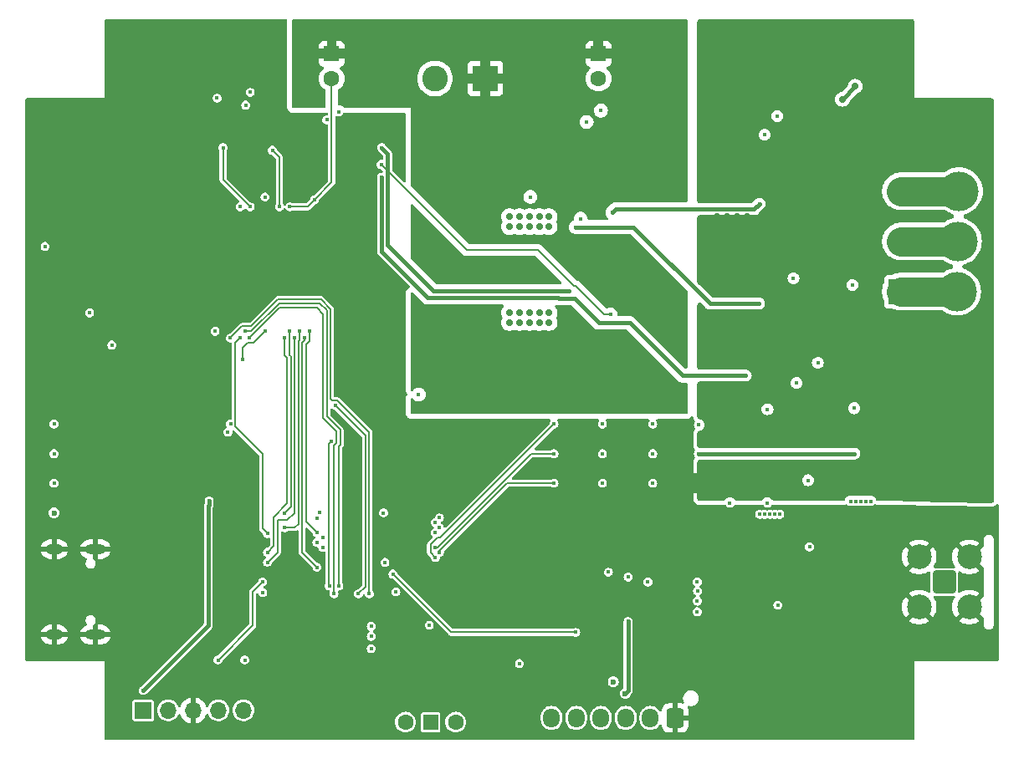
<source format=gbr>
%TF.GenerationSoftware,KiCad,Pcbnew,8.0.2*%
%TF.CreationDate,2024-10-03T19:13:02-03:00*%
%TF.ProjectId,ESCX,45534358-2e6b-4696-9361-645f70636258,rev?*%
%TF.SameCoordinates,Original*%
%TF.FileFunction,Copper,L4,Bot*%
%TF.FilePolarity,Positive*%
%FSLAX46Y46*%
G04 Gerber Fmt 4.6, Leading zero omitted, Abs format (unit mm)*
G04 Created by KiCad (PCBNEW 8.0.2) date 2024-10-03 19:13:02*
%MOMM*%
%LPD*%
G01*
G04 APERTURE LIST*
G04 Aperture macros list*
%AMRoundRect*
0 Rectangle with rounded corners*
0 $1 Rounding radius*
0 $2 $3 $4 $5 $6 $7 $8 $9 X,Y pos of 4 corners*
0 Add a 4 corners polygon primitive as box body*
4,1,4,$2,$3,$4,$5,$6,$7,$8,$9,$2,$3,0*
0 Add four circle primitives for the rounded corners*
1,1,$1+$1,$2,$3*
1,1,$1+$1,$4,$5*
1,1,$1+$1,$6,$7*
1,1,$1+$1,$8,$9*
0 Add four rect primitives between the rounded corners*
20,1,$1+$1,$2,$3,$4,$5,0*
20,1,$1+$1,$4,$5,$6,$7,0*
20,1,$1+$1,$6,$7,$8,$9,0*
20,1,$1+$1,$8,$9,$2,$3,0*%
G04 Aperture macros list end*
%TA.AperFunction,EtchedComponent*%
%ADD10C,0.000000*%
%TD*%
%TA.AperFunction,ComponentPad*%
%ADD11R,2.600000X2.600000*%
%TD*%
%TA.AperFunction,ComponentPad*%
%ADD12C,2.600000*%
%TD*%
%TA.AperFunction,ComponentPad*%
%ADD13RoundRect,0.200100X-0.949900X0.949900X-0.949900X-0.949900X0.949900X-0.949900X0.949900X0.949900X0*%
%TD*%
%TA.AperFunction,ComponentPad*%
%ADD14C,2.500000*%
%TD*%
%TA.AperFunction,ComponentPad*%
%ADD15R,1.500000X1.500000*%
%TD*%
%TA.AperFunction,ComponentPad*%
%ADD16C,1.600000*%
%TD*%
%TA.AperFunction,ComponentPad*%
%ADD17RoundRect,0.250000X0.600000X0.725000X-0.600000X0.725000X-0.600000X-0.725000X0.600000X-0.725000X0*%
%TD*%
%TA.AperFunction,ComponentPad*%
%ADD18O,1.700000X1.950000*%
%TD*%
%TA.AperFunction,ComponentPad*%
%ADD19O,2.100000X1.000000*%
%TD*%
%TA.AperFunction,ComponentPad*%
%ADD20O,1.800000X1.000000*%
%TD*%
%TA.AperFunction,ComponentPad*%
%ADD21R,1.700000X1.700000*%
%TD*%
%TA.AperFunction,ComponentPad*%
%ADD22O,1.700000X1.700000*%
%TD*%
%TA.AperFunction,ComponentPad*%
%ADD23R,1.600000X1.600000*%
%TD*%
%TA.AperFunction,SMDPad,CuDef*%
%ADD24C,4.000000*%
%TD*%
%TA.AperFunction,SMDPad,CuDef*%
%ADD25C,2.000000*%
%TD*%
%TA.AperFunction,ViaPad*%
%ADD26C,0.400000*%
%TD*%
%TA.AperFunction,ViaPad*%
%ADD27C,0.700000*%
%TD*%
%TA.AperFunction,ViaPad*%
%ADD28C,0.600000*%
%TD*%
%TA.AperFunction,Conductor*%
%ADD29C,0.400000*%
%TD*%
%TA.AperFunction,Conductor*%
%ADD30C,0.177800*%
%TD*%
%TA.AperFunction,Conductor*%
%ADD31C,0.200000*%
%TD*%
%TA.AperFunction,Conductor*%
%ADD32C,3.000000*%
%TD*%
G04 APERTURE END LIST*
D10*
%TA.AperFunction,EtchedComponent*%
%TO.C,JP1*%
G36*
X170000000Y-108000000D02*
G01*
X166000000Y-108000000D01*
X166000000Y-106000000D01*
X170000000Y-106000000D01*
X170000000Y-108000000D01*
G37*
%TD.AperFunction*%
%TD*%
D11*
%TO.P,J10,1,Pin_1*%
%TO.N,/power/PH_C*%
X188600000Y-87580000D03*
D12*
%TO.P,J10,2,Pin_2*%
%TO.N,/power/PH_B*%
X188600000Y-82500000D03*
%TO.P,J10,3,Pin_3*%
%TO.N,/power/PH_A*%
X188600000Y-77420000D03*
%TD*%
D13*
%TO.P,J2,1,In*%
%TO.N,Net-(J2-In)*%
X193000000Y-117000000D03*
D14*
%TO.P,J2,2,Ext*%
%TO.N,GND1*%
X195540000Y-114460000D03*
X190460000Y-114460000D03*
X195540000Y-119540000D03*
X190460000Y-119540000D03*
%TD*%
D11*
%TO.P,J11,1,Pin_1*%
%TO.N,SUPPLY*%
X146545000Y-66000000D03*
D12*
%TO.P,J11,2,Pin_2*%
%TO.N,GND2*%
X141465000Y-66000000D03*
%TD*%
D15*
%TO.P,SW1,1,A*%
%TO.N,+3.3V*%
X141000000Y-131200000D03*
D16*
%TO.P,SW1,2,B*%
%TO.N,Net-(J8-Pin_6)*%
X138460000Y-131200000D03*
%TO.P,SW1,3,C*%
%TO.N,+5V*%
X143540000Y-131200000D03*
%TD*%
D17*
%TO.P,J8,1,Pin_1*%
%TO.N,GND1*%
X165750000Y-130775000D03*
D18*
%TO.P,J8,2,Pin_2*%
%TO.N,/MCU/HALL_3*%
X163250000Y-130775000D03*
%TO.P,J8,3,Pin_3*%
%TO.N,/MCU/HALL_2*%
X160750000Y-130775000D03*
%TO.P,J8,4,Pin_4*%
%TO.N,/MCU/HALL_1*%
X158250000Y-130775000D03*
%TO.P,J8,5,Pin_5*%
%TO.N,/MCU/TEMP_MOTOR*%
X155750000Y-130775000D03*
%TO.P,J8,6,Pin_6*%
%TO.N,Net-(J8-Pin_6)*%
X153250000Y-130775000D03*
%TD*%
D19*
%TO.P,J9,S1,SHIELD*%
%TO.N,GND1*%
X107105000Y-113680000D03*
D20*
X102925000Y-113680000D03*
D19*
X107105000Y-122320000D03*
D20*
X102925000Y-122320000D03*
%TD*%
D21*
%TO.P,J1,1,Pin_1*%
%TO.N,+3.3V*%
X111920000Y-130000000D03*
D22*
%TO.P,J1,2,Pin_2*%
%TO.N,/MCU/SWCLK*%
X114460000Y-130000000D03*
%TO.P,J1,3,Pin_3*%
%TO.N,GND1*%
X117000000Y-130000000D03*
%TO.P,J1,4,Pin_4*%
%TO.N,/MCU/SWDIO*%
X119540000Y-130000000D03*
%TO.P,J1,5,Pin_5*%
%TO.N,/MCU/NRST*%
X122080000Y-130000000D03*
%TD*%
D23*
%TO.P,C52,1*%
%TO.N,SUPPLY*%
X158000000Y-63500000D03*
D16*
%TO.P,C52,2*%
%TO.N,GND2*%
X158000000Y-66000000D03*
%TD*%
D23*
%TO.P,C53,1*%
%TO.N,SUPPLY*%
X131000000Y-63500000D03*
D16*
%TO.P,C53,2*%
%TO.N,GND2*%
X131000000Y-66000000D03*
%TD*%
D24*
%TO.P,TP2,1,1*%
%TO.N,/power/PH_B*%
X194400000Y-82500000D03*
%TD*%
D25*
%TO.P,JP1,1,A*%
%TO.N,GND2*%
X170000000Y-107000000D03*
%TO.P,JP1,2,B*%
%TO.N,GND1*%
X166000000Y-107000000D03*
%TD*%
D24*
%TO.P,TP1,1,1*%
%TO.N,/power/PH_C*%
X194300000Y-87600000D03*
%TD*%
%TO.P,TP3,1,1*%
%TO.N,/power/PH_A*%
X194500000Y-77400000D03*
%TD*%
D26*
%TO.N,GND1*%
X130200000Y-79000000D03*
D27*
X123700000Y-85000000D03*
D26*
X133500000Y-92500000D03*
D27*
X122500000Y-86200000D03*
X125000000Y-83800000D03*
X126200000Y-86200000D03*
X127500000Y-86200000D03*
X127500000Y-85000000D03*
X127500000Y-83800000D03*
X122500000Y-83800000D03*
X123700000Y-86200000D03*
X126200000Y-83800000D03*
X123700000Y-83800000D03*
X122500000Y-85000000D03*
X125000000Y-86200000D03*
X126200000Y-85000000D03*
X125000000Y-85000000D03*
D26*
%TO.N,/MCU/NRST*%
X136387639Y-115012361D03*
X122200000Y-124900000D03*
%TO.N,+3.3V*%
X185550009Y-108850000D03*
X111920000Y-128000000D03*
X175850003Y-110150000D03*
D27*
X182700000Y-68100000D03*
D26*
X176150000Y-119350000D03*
X150000000Y-125250000D03*
X129750000Y-109950000D03*
X141500000Y-112000000D03*
X124022661Y-118084722D03*
X184050000Y-108850000D03*
D27*
X184000000Y-66800000D03*
D26*
X185050006Y-108850000D03*
X102900000Y-107000000D03*
X174299997Y-110150000D03*
X184550003Y-108850000D03*
X140875000Y-121375000D03*
X121750000Y-79000000D03*
X183500000Y-108850000D03*
X175350000Y-110150000D03*
X136250000Y-110000000D03*
X179350000Y-113450000D03*
X118600000Y-108800000D03*
X176350006Y-110150000D03*
X137500000Y-118000000D03*
X174800000Y-110150000D03*
%TO.N,+5V*%
X106500000Y-89750000D03*
X102000000Y-83000000D03*
D28*
X102900000Y-110000000D03*
D26*
%TO.N,Net-(U3-GVDD)*%
X124250000Y-91600000D03*
X122000000Y-94500000D03*
D27*
%TO.N,SUPPLY*%
X161000000Y-76000000D03*
X161000000Y-86000000D03*
X160000000Y-86000000D03*
D26*
X144000000Y-98000000D03*
D27*
X159000000Y-84000000D03*
X149000000Y-85000000D03*
X157000000Y-95000000D03*
X158000000Y-86000000D03*
X143000000Y-85000000D03*
X158000000Y-84000000D03*
D26*
X144000000Y-96000000D03*
D27*
X161000000Y-94000000D03*
X160000000Y-85000000D03*
D26*
X147000000Y-97000000D03*
X145000000Y-97000000D03*
D27*
X157000000Y-86000000D03*
D26*
X145000000Y-98000000D03*
D27*
X159095000Y-94000000D03*
D26*
X143000000Y-98000000D03*
D27*
X160000000Y-75000000D03*
X161000000Y-95000000D03*
X158000000Y-75000000D03*
X150000000Y-85000000D03*
X159095000Y-85000000D03*
D26*
X146000000Y-98000000D03*
X146000000Y-96000000D03*
D27*
X160000000Y-76000000D03*
X161000000Y-84000000D03*
X144000000Y-85000000D03*
D26*
X145000000Y-96000000D03*
D27*
X157000000Y-76000000D03*
X161000000Y-85000000D03*
X157000000Y-94000000D03*
X159000000Y-95000000D03*
X159000000Y-86000000D03*
D26*
X147000000Y-98000000D03*
D27*
X160000000Y-95000000D03*
X159000000Y-76000000D03*
X157000000Y-85000000D03*
X160000000Y-84000000D03*
X157000000Y-75000000D03*
X158000000Y-76000000D03*
X145000000Y-85000000D03*
D26*
X143000000Y-97000000D03*
X147000000Y-96000000D03*
X144000000Y-97000000D03*
D27*
X158000000Y-94000000D03*
X161000000Y-75000000D03*
X160000000Y-94000000D03*
D26*
X143000000Y-96000000D03*
X146000000Y-97000000D03*
D27*
X148000000Y-85000000D03*
X146000000Y-85000000D03*
X158000000Y-85000000D03*
X159095000Y-75000000D03*
X147000000Y-85000000D03*
X158000000Y-95000000D03*
D26*
%TO.N,/DRV8301/SH_A*%
X122750000Y-67400000D03*
X168100000Y-101100000D03*
X158250000Y-69250000D03*
X174800000Y-71700000D03*
%TO.N,/DRV8301/SH_C*%
X178050000Y-96850000D03*
X159200000Y-89900000D03*
X175100000Y-109000000D03*
X136000000Y-74700000D03*
%TO.N,/DRV8301/SH_B*%
X151100000Y-78000000D03*
X125723000Y-79000000D03*
X125000000Y-73275000D03*
X168100000Y-104000000D03*
X183900000Y-104000000D03*
X177731250Y-86231250D03*
%TO.N,/MCU/CURRENT_1*%
X153500000Y-101000000D03*
X141500000Y-114500000D03*
%TO.N,/MCU/CURRENT_2*%
X153500000Y-107000000D03*
X141900000Y-114000000D03*
%TO.N,/MCU/CURRENT_3*%
X153500000Y-104000000D03*
X141500000Y-113500000D03*
%TO.N,/MCU/TEMP_MOTOR*%
X137200000Y-116200000D03*
X155700000Y-122100000D03*
%TO.N,/MCU/LED_RED*%
X102900000Y-104000000D03*
X120500000Y-101803203D03*
%TO.N,/MCU/LED_GREEN*%
X120761100Y-101000000D03*
X102900000Y-101000000D03*
%TO.N,/MCU/SWDIO*%
X119500000Y-124900000D03*
X124000000Y-117000000D03*
D28*
%TO.N,/MCU/HALL_2*%
X160700000Y-128300000D03*
D26*
X161000000Y-121000000D03*
X161000000Y-116500000D03*
X129500000Y-113000000D03*
D28*
%TO.N,Net-(J8-Pin_6)*%
X159500000Y-127100000D03*
D26*
%TO.N,/MCU/HALL_1*%
X159000000Y-116000000D03*
X130100000Y-112500000D03*
%TO.N,/MCU/HALL_3*%
X163000000Y-117000000D03*
X130100000Y-113500000D03*
%TO.N,/power/PH_B*%
X183700000Y-86900000D03*
X183900000Y-99400000D03*
%TO.N,/power/PH_C*%
X175105000Y-99505000D03*
X180200000Y-94800000D03*
%TO.N,Net-(Q1-Pad1)*%
X156800000Y-70400000D03*
X119400000Y-68000000D03*
%TO.N,Net-(Q2-Pad1)*%
X122300000Y-68700000D03*
X174300000Y-78700000D03*
X159400000Y-79600000D03*
%TO.N,Net-(Q3-Pad1)*%
X131700000Y-69400000D03*
X156200000Y-80200000D03*
%TO.N,Net-(Q4-Pad1)*%
X130500000Y-70200000D03*
X174250000Y-88800000D03*
X155700000Y-81050000D03*
%TO.N,Net-(Q5-Pad1)*%
X155000000Y-87500000D03*
X136050000Y-73000000D03*
%TO.N,Net-(Q6-Pad1)*%
X154000000Y-88274265D03*
X172900000Y-96100000D03*
X136050000Y-76000000D03*
%TO.N,Net-(U3-VSENSE)*%
X108750000Y-93000000D03*
X119200000Y-91600000D03*
%TO.N,/DRV8301/SENS_A*%
X163500000Y-101000000D03*
X141900000Y-111500000D03*
%TO.N,/DRV8301/SENS_B*%
X163500000Y-104000000D03*
X141500000Y-111000000D03*
%TO.N,/DRV8301/SENS_C*%
X141900000Y-110500000D03*
X163500000Y-107000000D03*
%TO.N,/DRV8301/GH_A*%
X120000000Y-73000000D03*
X122750000Y-79000000D03*
%TO.N,/power/C_A*%
X176100000Y-69800000D03*
X158400000Y-101000000D03*
%TO.N,/power/C_B*%
X179200000Y-106700000D03*
X158400000Y-107000000D03*
%TO.N,/power/C_C*%
X171300000Y-109000000D03*
X158400000Y-104000000D03*
%TO.N,/DRV8301/INH_C*%
X129500000Y-115500000D03*
X128238900Y-92300000D03*
%TO.N,/DRV8301/INH_B*%
X127238900Y-92300000D03*
X124500000Y-115000000D03*
%TO.N,/MCU/PB12*%
X129488900Y-110561638D03*
X168000000Y-117000000D03*
%TO.N,/DRV8301/EN_GATE*%
X131375000Y-99125000D03*
X133700000Y-118200000D03*
%TO.N,/MCU/PB4*%
X168028261Y-117912628D03*
X135000000Y-121500000D03*
%TO.N,/DRV8301/CS*%
X121750000Y-92300000D03*
X124500000Y-112100000D03*
%TO.N,/DRV8301/SCLK*%
X131000000Y-102750000D03*
X130750000Y-117400000D03*
%TO.N,/DRV8301/SDO*%
X131238900Y-118200000D03*
X122700000Y-92300000D03*
%TO.N,/DRV8301/INH_A*%
X126250000Y-92300000D03*
X124500000Y-114000000D03*
%TO.N,/MCU/PD2*%
X135000000Y-123750000D03*
X168000000Y-120000000D03*
%TO.N,/DRV8301/FAULT*%
X120750000Y-92300000D03*
X134800000Y-118200000D03*
%TO.N,/DRV8301/SDI*%
X122250000Y-91600000D03*
X131727800Y-117400000D03*
%TO.N,/DRV8301/INL_C*%
X128738900Y-91600000D03*
X129500000Y-112000000D03*
%TO.N,/DRV8301/INL_B*%
X126250000Y-111500000D03*
X127761100Y-91600000D03*
%TO.N,/MCU/PB3*%
X135000000Y-122500000D03*
X168000000Y-118900000D03*
%TO.N,/DRV8301/INL_A*%
X126250000Y-110000000D03*
X126750000Y-91600000D03*
%TO.N,GND2*%
X124250000Y-78000000D03*
D27*
X169000000Y-75000000D03*
X153000000Y-81000000D03*
X172000000Y-85000000D03*
X172000000Y-90000000D03*
X173000000Y-80000000D03*
X173000000Y-85000000D03*
X172000000Y-80000000D03*
X171000000Y-94000000D03*
X171000000Y-75000000D03*
X151000000Y-80000000D03*
X149000000Y-80000000D03*
D26*
X126750000Y-79000000D03*
D27*
X172000000Y-75000000D03*
X172000000Y-95000000D03*
X169000000Y-94000000D03*
X150000000Y-89724150D03*
X153000000Y-80000000D03*
X173000000Y-76000000D03*
X150000000Y-81000000D03*
X172000000Y-76000000D03*
X173000000Y-95000000D03*
X172000000Y-86000000D03*
X149000000Y-89724150D03*
X169000000Y-76000000D03*
X152000000Y-89724150D03*
X151000000Y-90724150D03*
X171000000Y-85000000D03*
D26*
X129250000Y-78300000D03*
D27*
X170000000Y-90000000D03*
X170000000Y-94000000D03*
X170000000Y-85000000D03*
X171000000Y-86000000D03*
X172000000Y-99000000D03*
X171000000Y-99000000D03*
X170000000Y-99000000D03*
X172000000Y-94000000D03*
X170000000Y-95000000D03*
X153000000Y-89724150D03*
X173000000Y-86000000D03*
X149000000Y-81000000D03*
X170000000Y-75000000D03*
X173000000Y-99000000D03*
X173000000Y-90000000D03*
X153000000Y-90724150D03*
X173000000Y-75000000D03*
X151000000Y-81000000D03*
X152000000Y-81000000D03*
X169000000Y-86000000D03*
X170000000Y-86000000D03*
X169000000Y-95000000D03*
X171000000Y-76000000D03*
X150000000Y-90724150D03*
X169000000Y-85000000D03*
X152000000Y-90724150D03*
X173000000Y-94000000D03*
X150000000Y-80000000D03*
X149000000Y-90724150D03*
X151000000Y-89724150D03*
X170000000Y-80000000D03*
X171000000Y-90000000D03*
X152000000Y-80000000D03*
X171000000Y-80000000D03*
X171000000Y-95000000D03*
X170000000Y-76000000D03*
D26*
X139800000Y-98000000D03*
%TD*%
D29*
%TO.N,+3.3V*%
X184000000Y-66800000D02*
X182700000Y-68100000D01*
X118500000Y-121420000D02*
X118500000Y-109300000D01*
X118500000Y-109300000D02*
X118600000Y-109200000D01*
X111920000Y-128000000D02*
X118500000Y-121420000D01*
X118600000Y-109200000D02*
X118600000Y-108800000D01*
D30*
%TO.N,Net-(U3-GVDD)*%
X123061100Y-92788900D02*
X122500000Y-92788900D01*
X122500000Y-92788900D02*
X122000000Y-93288900D01*
X122000000Y-93288900D02*
X122000000Y-94500000D01*
X124250000Y-91600000D02*
X123061100Y-92788900D01*
D31*
%TO.N,/DRV8301/SH_C*%
X155700000Y-87050000D02*
X155550000Y-87050000D01*
X158550000Y-89900000D02*
X155700000Y-87050000D01*
X155550000Y-87050000D02*
X151900000Y-83400000D01*
X151900000Y-83400000D02*
X144700000Y-83400000D01*
X159200000Y-89900000D02*
X158550000Y-89900000D01*
X144700000Y-83400000D02*
X136000000Y-74700000D01*
%TO.N,/DRV8301/SH_B*%
X125723000Y-79000000D02*
X125723000Y-73998000D01*
D29*
X183800000Y-104000000D02*
X183900000Y-104000000D01*
D31*
X125723000Y-73998000D02*
X125000000Y-73275000D01*
D29*
X168100000Y-104000000D02*
X183800000Y-104000000D01*
D31*
%TO.N,/MCU/CURRENT_1*%
X141000000Y-113200000D02*
X141700000Y-112500000D01*
X142000000Y-112500000D02*
X153500000Y-101000000D01*
X141500000Y-114500000D02*
X141000000Y-114000000D01*
X141000000Y-114000000D02*
X141000000Y-113200000D01*
X141700000Y-112500000D02*
X142000000Y-112500000D01*
%TO.N,/MCU/CURRENT_2*%
X148750000Y-107000000D02*
X153500000Y-107000000D01*
X141900000Y-114000000D02*
X141900000Y-113850000D01*
X141900000Y-113850000D02*
X148750000Y-107000000D01*
%TO.N,/MCU/CURRENT_3*%
X141500000Y-113500000D02*
X141684314Y-113500000D01*
X141684314Y-113500000D02*
X151184314Y-104000000D01*
X151184314Y-104000000D02*
X153500000Y-104000000D01*
%TO.N,/MCU/TEMP_MOTOR*%
X137200000Y-116200000D02*
X143100000Y-122100000D01*
X143100000Y-122100000D02*
X155700000Y-122100000D01*
%TO.N,/MCU/SWDIO*%
X123000000Y-121400000D02*
X123000000Y-118000000D01*
X123000000Y-118000000D02*
X124000000Y-117000000D01*
X119500000Y-124900000D02*
X123000000Y-121400000D01*
D29*
%TO.N,/MCU/HALL_2*%
X160750000Y-128250000D02*
X161000000Y-128000000D01*
X161000000Y-128000000D02*
X161000000Y-121000000D01*
D32*
%TO.N,/power/PH_A*%
X188600000Y-77420000D02*
X194480000Y-77420000D01*
X194480000Y-77420000D02*
X194500000Y-77400000D01*
%TO.N,/power/PH_B*%
X188600000Y-82500000D02*
X194400000Y-82500000D01*
%TO.N,/power/PH_C*%
X194280000Y-87580000D02*
X194300000Y-87600000D01*
X188600000Y-87580000D02*
X194280000Y-87580000D01*
D29*
%TO.N,Net-(Q2-Pad1)*%
X159750000Y-79250000D02*
X173750000Y-79250000D01*
X159400000Y-79600000D02*
X159750000Y-79250000D01*
X173750000Y-79250000D02*
X174300000Y-78700000D01*
%TO.N,Net-(Q4-Pad1)*%
X155700000Y-81050000D02*
X161550000Y-81050000D01*
X161550000Y-81050000D02*
X169300000Y-88800000D01*
X169300000Y-88800000D02*
X174250000Y-88800000D01*
%TO.N,Net-(Q5-Pad1)*%
X136650000Y-82850000D02*
X141300000Y-87500000D01*
X136650000Y-73600000D02*
X136650000Y-82850000D01*
X136050000Y-73000000D02*
X136650000Y-73600000D01*
X141300000Y-87500000D02*
X155000000Y-87500000D01*
%TO.N,Net-(Q6-Pad1)*%
X136050000Y-83550000D02*
X136050000Y-76000000D01*
X172900000Y-96100000D02*
X166500000Y-96100000D01*
X166500000Y-96100000D02*
X161150000Y-90750000D01*
X140700000Y-88200000D02*
X136050000Y-83550000D01*
X161150000Y-90750000D02*
X158051470Y-90750000D01*
X153925735Y-88200000D02*
X140700000Y-88200000D01*
X155575735Y-88274265D02*
X154000000Y-88274265D01*
X154000000Y-88274265D02*
X153925735Y-88200000D01*
X158051470Y-90750000D02*
X155575735Y-88274265D01*
D31*
%TO.N,/DRV8301/GH_A*%
X120000000Y-76250000D02*
X120000000Y-73000000D01*
X122750000Y-79000000D02*
X120000000Y-76250000D01*
D30*
%TO.N,/DRV8301/INH_C*%
X128005600Y-92759000D02*
X128005600Y-114005600D01*
X128238900Y-92525700D02*
X128005600Y-92759000D01*
X128005600Y-114005600D02*
X129500000Y-115500000D01*
X128238900Y-92300000D02*
X128238900Y-92525700D01*
%TO.N,/DRV8301/INH_B*%
X125500000Y-114000000D02*
X124500000Y-115000000D01*
X126500000Y-110750000D02*
X125500000Y-110750000D01*
X127250000Y-92311100D02*
X127250000Y-110000000D01*
X125500000Y-110750000D02*
X125500000Y-114000000D01*
X127250000Y-110000000D02*
X126500000Y-110750000D01*
X127238900Y-92300000D02*
X127250000Y-92311100D01*
%TO.N,/DRV8301/EN_GATE*%
X133700000Y-118200000D02*
X134422200Y-117477800D01*
X134422200Y-117477800D02*
X134422200Y-102172200D01*
X134422200Y-102172200D02*
X131375000Y-99125000D01*
%TO.N,/DRV8301/CS*%
X124500000Y-112100000D02*
X124000000Y-111600000D01*
X121250000Y-101250000D02*
X121250000Y-92800000D01*
X124000000Y-111600000D02*
X124000000Y-104000000D01*
X124000000Y-104000000D02*
X121250000Y-101250000D01*
X121250000Y-92800000D02*
X121750000Y-92300000D01*
%TO.N,/DRV8301/SCLK*%
X130750000Y-117400000D02*
X130738900Y-117388900D01*
X130738900Y-110047490D02*
X130700000Y-110008590D01*
X130700000Y-103050000D02*
X131000000Y-102750000D01*
X130700000Y-110008590D02*
X130700000Y-103050000D01*
X130738900Y-117388900D02*
X130738900Y-110047490D01*
%TO.N,/DRV8301/SDO*%
X131488900Y-101738900D02*
X130122200Y-100372200D01*
X131238900Y-118200000D02*
X131238900Y-103202510D01*
X125750000Y-89250000D02*
X122700000Y-92300000D01*
X129500000Y-89250000D02*
X125750000Y-89250000D01*
X131488900Y-102952510D02*
X131488900Y-101738900D01*
X130122200Y-89872200D02*
X129500000Y-89250000D01*
X130122200Y-100372200D02*
X130122200Y-89872200D01*
X131238900Y-103202510D02*
X131488900Y-102952510D01*
%TO.N,/DRV8301/INH_A*%
X124500000Y-114000000D02*
X125122200Y-113377800D01*
X126250000Y-94034290D02*
X126250000Y-92300000D01*
X125122200Y-110436390D02*
X126494400Y-109064190D01*
X125122200Y-113377800D02*
X125122200Y-110436390D01*
X126494400Y-109064190D02*
X126494400Y-94278690D01*
X126494400Y-94278690D02*
X126250000Y-94034290D01*
%TO.N,/DRV8301/FAULT*%
X125559220Y-88372200D02*
X122820320Y-91111100D01*
X131036100Y-98636100D02*
X130877800Y-98477800D01*
X134800000Y-118200000D02*
X134800000Y-101858590D01*
X122820320Y-91111100D02*
X121938900Y-91111100D01*
X129906490Y-88372200D02*
X125559220Y-88372200D01*
X130877800Y-89343510D02*
X129906490Y-88372200D01*
X130877800Y-98477800D02*
X130877800Y-89343510D01*
X134800000Y-101858590D02*
X131577510Y-98636100D01*
X121938900Y-91111100D02*
X120750000Y-92300000D01*
X131577510Y-98636100D02*
X131036100Y-98636100D01*
%TO.N,/DRV8301/SDI*%
X131866700Y-101582410D02*
X130500000Y-100215710D01*
X131727800Y-117400000D02*
X131700000Y-117372200D01*
X131700000Y-103275700D02*
X131866700Y-103109000D01*
X125715710Y-88750000D02*
X122865710Y-91600000D01*
X130500000Y-100215710D02*
X130500000Y-89500000D01*
X130500000Y-89500000D02*
X129750000Y-88750000D01*
X129750000Y-88750000D02*
X125715710Y-88750000D01*
X131700000Y-117372200D02*
X131700000Y-103275700D01*
X131866700Y-103109000D02*
X131866700Y-101582410D01*
X122865710Y-91600000D02*
X122250000Y-91600000D01*
%TO.N,/DRV8301/INL_C*%
X128383400Y-92915490D02*
X128738900Y-92559990D01*
X129500000Y-112000000D02*
X128383400Y-110883400D01*
X128383400Y-110883400D02*
X128383400Y-92915490D01*
X128738900Y-92559990D02*
X128738900Y-91600000D01*
%TO.N,/DRV8301/INL_B*%
X127727800Y-92502510D02*
X127627800Y-92602510D01*
X127627800Y-111122200D02*
X127250000Y-111500000D01*
X127727800Y-91633300D02*
X127727800Y-92502510D01*
X127627800Y-92602510D02*
X127627800Y-111122200D01*
X127250000Y-111500000D02*
X126250000Y-111500000D01*
X127761100Y-91600000D02*
X127727800Y-91633300D01*
%TO.N,/DRV8301/INL_A*%
X126750000Y-91600000D02*
X126750000Y-94000000D01*
X126872200Y-109377800D02*
X126250000Y-110000000D01*
X126750000Y-94000000D02*
X126872200Y-94122200D01*
X126872200Y-94122200D02*
X126872200Y-109377800D01*
D31*
%TO.N,GND2*%
X129250000Y-78300000D02*
X131000000Y-76550000D01*
X131000000Y-76550000D02*
X131000000Y-66000000D01*
X126750000Y-79000000D02*
X128550000Y-79000000D01*
X128550000Y-79000000D02*
X129250000Y-78300000D01*
%TD*%
%TA.AperFunction,Conductor*%
%TO.N,SUPPLY*%
G36*
X139205203Y-87696306D02*
G01*
X139211681Y-87702338D01*
X140253453Y-88744111D01*
X140253454Y-88744112D01*
X140368192Y-88820777D01*
X140484600Y-88868994D01*
X140495672Y-88873580D01*
X140495676Y-88873580D01*
X140495677Y-88873581D01*
X140631003Y-88900500D01*
X140631006Y-88900500D01*
X140631007Y-88900500D01*
X148318649Y-88900500D01*
X148385688Y-88920185D01*
X148431443Y-88972989D01*
X148441387Y-89042147D01*
X148412362Y-89105703D01*
X148410799Y-89107472D01*
X148308140Y-89221486D01*
X148218750Y-89376314D01*
X148218747Y-89376320D01*
X148163504Y-89546342D01*
X148163503Y-89546344D01*
X148144815Y-89724150D01*
X148163503Y-89901955D01*
X148163504Y-89901957D01*
X148218750Y-90071986D01*
X148270806Y-90162150D01*
X148287279Y-90230050D01*
X148270806Y-90286150D01*
X148218750Y-90376313D01*
X148163504Y-90546342D01*
X148163503Y-90546344D01*
X148144815Y-90724150D01*
X148163503Y-90901955D01*
X148163504Y-90901957D01*
X148218747Y-91071979D01*
X148218750Y-91071985D01*
X148308141Y-91226815D01*
X148348889Y-91272070D01*
X148427764Y-91359671D01*
X148427767Y-91359673D01*
X148427770Y-91359676D01*
X148572407Y-91464762D01*
X148735733Y-91537479D01*
X148910609Y-91574650D01*
X148910610Y-91574650D01*
X149089389Y-91574650D01*
X149089391Y-91574650D01*
X149264267Y-91537479D01*
X149427593Y-91464762D01*
X149427597Y-91464758D01*
X149433224Y-91461511D01*
X149433904Y-91462689D01*
X149492911Y-91441630D01*
X149560966Y-91457450D01*
X149571783Y-91464402D01*
X149572402Y-91464759D01*
X149572404Y-91464760D01*
X149572407Y-91464762D01*
X149735733Y-91537479D01*
X149910609Y-91574650D01*
X149910610Y-91574650D01*
X150089389Y-91574650D01*
X150089391Y-91574650D01*
X150264267Y-91537479D01*
X150427593Y-91464762D01*
X150427597Y-91464758D01*
X150433224Y-91461511D01*
X150433904Y-91462689D01*
X150492911Y-91441630D01*
X150560966Y-91457450D01*
X150571783Y-91464402D01*
X150572402Y-91464759D01*
X150572404Y-91464760D01*
X150572407Y-91464762D01*
X150735733Y-91537479D01*
X150910609Y-91574650D01*
X150910610Y-91574650D01*
X151089389Y-91574650D01*
X151089391Y-91574650D01*
X151264267Y-91537479D01*
X151427593Y-91464762D01*
X151427597Y-91464758D01*
X151433224Y-91461511D01*
X151433904Y-91462689D01*
X151492911Y-91441630D01*
X151560966Y-91457450D01*
X151571783Y-91464402D01*
X151572402Y-91464759D01*
X151572404Y-91464760D01*
X151572407Y-91464762D01*
X151735733Y-91537479D01*
X151910609Y-91574650D01*
X151910610Y-91574650D01*
X152089389Y-91574650D01*
X152089391Y-91574650D01*
X152264267Y-91537479D01*
X152427593Y-91464762D01*
X152427597Y-91464758D01*
X152433224Y-91461511D01*
X152433904Y-91462689D01*
X152492911Y-91441630D01*
X152560966Y-91457450D01*
X152571783Y-91464402D01*
X152572402Y-91464759D01*
X152572404Y-91464760D01*
X152572407Y-91464762D01*
X152735733Y-91537479D01*
X152910609Y-91574650D01*
X152910610Y-91574650D01*
X153089389Y-91574650D01*
X153089391Y-91574650D01*
X153264267Y-91537479D01*
X153427593Y-91464762D01*
X153572230Y-91359676D01*
X153691859Y-91226815D01*
X153781250Y-91071985D01*
X153836497Y-90901953D01*
X153855185Y-90724150D01*
X153836497Y-90546347D01*
X153781250Y-90376315D01*
X153729190Y-90286146D01*
X153712719Y-90218251D01*
X153729190Y-90162154D01*
X153781250Y-90071985D01*
X153836497Y-89901953D01*
X153855185Y-89724150D01*
X153836497Y-89546347D01*
X153781250Y-89376315D01*
X153691859Y-89221485D01*
X153611383Y-89132108D01*
X153581154Y-89069118D01*
X153589779Y-88999783D01*
X153634520Y-88946117D01*
X153701173Y-88925159D01*
X153742475Y-88932322D01*
X153742491Y-88932260D01*
X153743382Y-88932479D01*
X153747501Y-88933194D01*
X153749766Y-88934052D01*
X153749772Y-88934053D01*
X153749775Y-88934055D01*
X153768074Y-88938565D01*
X153771791Y-88939481D01*
X153789571Y-88945317D01*
X153795672Y-88947845D01*
X153845037Y-88957664D01*
X153850463Y-88958872D01*
X153914944Y-88974765D01*
X153931006Y-88974765D01*
X153931007Y-88974765D01*
X155234216Y-88974765D01*
X155301255Y-88994450D01*
X155321897Y-89011084D01*
X157604923Y-91294111D01*
X157604924Y-91294112D01*
X157719662Y-91370777D01*
X157819557Y-91412154D01*
X157847142Y-91423580D01*
X157847146Y-91423580D01*
X157847147Y-91423581D01*
X157982473Y-91450500D01*
X157982476Y-91450500D01*
X157982477Y-91450500D01*
X160808481Y-91450500D01*
X160875520Y-91470185D01*
X160896162Y-91486819D01*
X166053453Y-96644111D01*
X166053454Y-96644112D01*
X166168192Y-96720777D01*
X166295667Y-96773578D01*
X166295672Y-96773580D01*
X166295676Y-96773580D01*
X166295677Y-96773581D01*
X166431003Y-96800500D01*
X166876000Y-96800500D01*
X166943039Y-96820185D01*
X166988794Y-96872989D01*
X167000000Y-96924500D01*
X167000000Y-99876000D01*
X166980315Y-99943039D01*
X166927511Y-99988794D01*
X166876000Y-100000000D01*
X139124000Y-100000000D01*
X139056961Y-99980315D01*
X139011206Y-99927511D01*
X139000000Y-99876000D01*
X139000000Y-98472064D01*
X139019685Y-98405025D01*
X139072489Y-98359270D01*
X139141647Y-98349326D01*
X139205203Y-98378351D01*
X139226048Y-98401622D01*
X139250431Y-98436947D01*
X139271815Y-98467927D01*
X139271817Y-98467929D01*
X139314260Y-98505530D01*
X139399150Y-98580736D01*
X139549773Y-98659789D01*
X139549775Y-98659790D01*
X139714944Y-98700500D01*
X139885056Y-98700500D01*
X140050225Y-98659790D01*
X140129692Y-98618081D01*
X140200849Y-98580736D01*
X140200850Y-98580734D01*
X140200852Y-98580734D01*
X140328183Y-98467929D01*
X140424818Y-98327930D01*
X140485140Y-98168872D01*
X140505645Y-98000000D01*
X140485140Y-97831128D01*
X140424818Y-97672070D01*
X140409601Y-97650025D01*
X140373950Y-97598376D01*
X140328183Y-97532071D01*
X140200852Y-97419266D01*
X140200849Y-97419263D01*
X140050226Y-97340210D01*
X139885056Y-97299500D01*
X139714944Y-97299500D01*
X139549773Y-97340210D01*
X139399150Y-97419263D01*
X139271818Y-97532070D01*
X139271817Y-97532071D01*
X139253278Y-97558930D01*
X139226050Y-97598376D01*
X139171766Y-97642366D01*
X139102318Y-97650025D01*
X139039753Y-97618921D01*
X139003936Y-97558930D01*
X139000000Y-97527935D01*
X139000000Y-87790019D01*
X139019685Y-87722980D01*
X139072489Y-87677225D01*
X139141647Y-87667281D01*
X139205203Y-87696306D01*
G37*
%TD.AperFunction*%
%TA.AperFunction,Conductor*%
G36*
X166943039Y-60019685D02*
G01*
X166988794Y-60072489D01*
X167000000Y-60124000D01*
X167000000Y-78425500D01*
X166980315Y-78492539D01*
X166927511Y-78538294D01*
X166876000Y-78549500D01*
X159681004Y-78549500D01*
X159545677Y-78576418D01*
X159545667Y-78576421D01*
X159418192Y-78629222D01*
X159303454Y-78705887D01*
X158922290Y-79087051D01*
X158916838Y-79092183D01*
X158871820Y-79132067D01*
X158871815Y-79132072D01*
X158866054Y-79140418D01*
X158859386Y-79148452D01*
X158859748Y-79148749D01*
X158855890Y-79153450D01*
X158820982Y-79205692D01*
X158819931Y-79207239D01*
X158775183Y-79272068D01*
X158775181Y-79272071D01*
X158749436Y-79339953D01*
X158748058Y-79343428D01*
X158726419Y-79395673D01*
X158726418Y-79395678D01*
X158726353Y-79396006D01*
X158720680Y-79415781D01*
X158714859Y-79431129D01*
X158708361Y-79484643D01*
X158706883Y-79493882D01*
X158699500Y-79531004D01*
X158699500Y-79550125D01*
X158698596Y-79565071D01*
X158694355Y-79599999D01*
X158698596Y-79634926D01*
X158699500Y-79649873D01*
X158699500Y-79668998D01*
X158706883Y-79706120D01*
X158708361Y-79715358D01*
X158714859Y-79768870D01*
X158714860Y-79768871D01*
X158720678Y-79784212D01*
X158726354Y-79803995D01*
X158726420Y-79804327D01*
X158726420Y-79804329D01*
X158748046Y-79856538D01*
X158749424Y-79860012D01*
X158753997Y-79872070D01*
X158775182Y-79927930D01*
X158775183Y-79927931D01*
X158819972Y-79992820D01*
X158821024Y-79994369D01*
X158855885Y-80046542D01*
X158859751Y-80051253D01*
X158859371Y-80051564D01*
X158866061Y-80059591D01*
X158871812Y-80067923D01*
X158871821Y-80067933D01*
X158916827Y-80107804D01*
X158922284Y-80112941D01*
X158947163Y-80137821D01*
X158980647Y-80199144D01*
X158975661Y-80268836D01*
X158933788Y-80324769D01*
X158868324Y-80349184D01*
X158859480Y-80349500D01*
X157027459Y-80349500D01*
X156960420Y-80329815D01*
X156914665Y-80277011D01*
X156904364Y-80210550D01*
X156905645Y-80200002D01*
X156905645Y-80200000D01*
X156889609Y-80067933D01*
X156885140Y-80031128D01*
X156824818Y-79872070D01*
X156728183Y-79732071D01*
X156600852Y-79619266D01*
X156600849Y-79619263D01*
X156450226Y-79540210D01*
X156285056Y-79499500D01*
X156114944Y-79499500D01*
X155949773Y-79540210D01*
X155799150Y-79619263D01*
X155671816Y-79732072D01*
X155575182Y-79872068D01*
X155514860Y-80031125D01*
X155514859Y-80031130D01*
X155494355Y-80200000D01*
X155503079Y-80271852D01*
X155491618Y-80340775D01*
X155444714Y-80392561D01*
X155437609Y-80396594D01*
X155407562Y-80412364D01*
X155397393Y-80417127D01*
X155368187Y-80429225D01*
X155347091Y-80443320D01*
X155335837Y-80450008D01*
X155299147Y-80469266D01*
X155299144Y-80469268D01*
X155277486Y-80488454D01*
X155264166Y-80498729D01*
X155253464Y-80505880D01*
X155253458Y-80505886D01*
X155222287Y-80537055D01*
X155216838Y-80542183D01*
X155171820Y-80582067D01*
X155166053Y-80590421D01*
X155159391Y-80598447D01*
X155159753Y-80598744D01*
X155155887Y-80603455D01*
X155121023Y-80655631D01*
X155119973Y-80657177D01*
X155075185Y-80722063D01*
X155075181Y-80722071D01*
X155049436Y-80789953D01*
X155048058Y-80793428D01*
X155026419Y-80845673D01*
X155026418Y-80845678D01*
X155026353Y-80846006D01*
X155020680Y-80865781D01*
X155014859Y-80881129D01*
X155008362Y-80934640D01*
X155006884Y-80943881D01*
X154999500Y-80981006D01*
X154999500Y-81000125D01*
X154998596Y-81015071D01*
X154994355Y-81049999D01*
X154998596Y-81084926D01*
X154999500Y-81099873D01*
X154999500Y-81118991D01*
X155006882Y-81156105D01*
X155008360Y-81165347D01*
X155014859Y-81218870D01*
X155014860Y-81218871D01*
X155020678Y-81234212D01*
X155026354Y-81253995D01*
X155026420Y-81254327D01*
X155026420Y-81254329D01*
X155048046Y-81306538D01*
X155049427Y-81310019D01*
X155075182Y-81377930D01*
X155075183Y-81377931D01*
X155119983Y-81442836D01*
X155121035Y-81444385D01*
X155155885Y-81496541D01*
X155159751Y-81501252D01*
X155159371Y-81501563D01*
X155166061Y-81509590D01*
X155171817Y-81517929D01*
X155171817Y-81517930D01*
X155216845Y-81557821D01*
X155222299Y-81562955D01*
X155253458Y-81594114D01*
X155264154Y-81601261D01*
X155277485Y-81611543D01*
X155299148Y-81630734D01*
X155299150Y-81630735D01*
X155299151Y-81630736D01*
X155335836Y-81649990D01*
X155347097Y-81656681D01*
X155368189Y-81670775D01*
X155397398Y-81682874D01*
X155407559Y-81687633D01*
X155408266Y-81688004D01*
X155449772Y-81709789D01*
X155449774Y-81709789D01*
X155449775Y-81709790D01*
X155463457Y-81713162D01*
X155471791Y-81715216D01*
X155489571Y-81721052D01*
X155495672Y-81723580D01*
X155545023Y-81733396D01*
X155550473Y-81734609D01*
X155614944Y-81750500D01*
X155631007Y-81750500D01*
X161208481Y-81750500D01*
X161275520Y-81770185D01*
X161296162Y-81786819D01*
X166963681Y-87454338D01*
X166997166Y-87515661D01*
X167000000Y-87542019D01*
X167000000Y-95275500D01*
X166980315Y-95342539D01*
X166927511Y-95388294D01*
X166876000Y-95399500D01*
X166841519Y-95399500D01*
X166774480Y-95379815D01*
X166753838Y-95363181D01*
X161596546Y-90205888D01*
X161596545Y-90205887D01*
X161481807Y-90129222D01*
X161354332Y-90076421D01*
X161354322Y-90076418D01*
X161218996Y-90049500D01*
X161218994Y-90049500D01*
X161218993Y-90049500D01*
X160027459Y-90049500D01*
X159960420Y-90029815D01*
X159914665Y-89977011D01*
X159904364Y-89910550D01*
X159905645Y-89900002D01*
X159905645Y-89900000D01*
X159898287Y-89839400D01*
X159885140Y-89731128D01*
X159824818Y-89572070D01*
X159728183Y-89432071D01*
X159600852Y-89319266D01*
X159600849Y-89319263D01*
X159450226Y-89240210D01*
X159285056Y-89199500D01*
X159114944Y-89199500D01*
X158949773Y-89240210D01*
X158892630Y-89270202D01*
X158824122Y-89283928D01*
X158759069Y-89258436D01*
X158747323Y-89248087D01*
X156187590Y-86688355D01*
X156187588Y-86688352D01*
X156068717Y-86569481D01*
X156068716Y-86569480D01*
X155981904Y-86519360D01*
X155981904Y-86519359D01*
X155981900Y-86519358D01*
X155931785Y-86490423D01*
X155931784Y-86490422D01*
X155931783Y-86490422D01*
X155931782Y-86490421D01*
X155838028Y-86465299D01*
X155782442Y-86433206D01*
X152387590Y-83038355D01*
X152387588Y-83038352D01*
X152268717Y-82919481D01*
X152268716Y-82919480D01*
X152181904Y-82869360D01*
X152181904Y-82869359D01*
X152181900Y-82869358D01*
X152131785Y-82840423D01*
X151979057Y-82799499D01*
X151820943Y-82799499D01*
X151813347Y-82799499D01*
X151813331Y-82799500D01*
X145000097Y-82799500D01*
X144933058Y-82779815D01*
X144912416Y-82763181D01*
X142149235Y-80000000D01*
X148144815Y-80000000D01*
X148163503Y-80177805D01*
X148163504Y-80177807D01*
X148218750Y-80347836D01*
X148270806Y-80438000D01*
X148287279Y-80505900D01*
X148270806Y-80562000D01*
X148218750Y-80652163D01*
X148163504Y-80822192D01*
X148163503Y-80822194D01*
X148144815Y-81000000D01*
X148163503Y-81177805D01*
X148163504Y-81177807D01*
X148218747Y-81347829D01*
X148218750Y-81347835D01*
X148308141Y-81502665D01*
X148321885Y-81517929D01*
X148427764Y-81635521D01*
X148427767Y-81635523D01*
X148427770Y-81635526D01*
X148572407Y-81740612D01*
X148735733Y-81813329D01*
X148910609Y-81850500D01*
X148910610Y-81850500D01*
X149089389Y-81850500D01*
X149089391Y-81850500D01*
X149264267Y-81813329D01*
X149427593Y-81740612D01*
X149427597Y-81740608D01*
X149433224Y-81737361D01*
X149433904Y-81738539D01*
X149492911Y-81717480D01*
X149560966Y-81733300D01*
X149571783Y-81740252D01*
X149572402Y-81740609D01*
X149572404Y-81740610D01*
X149572407Y-81740612D01*
X149735733Y-81813329D01*
X149910609Y-81850500D01*
X149910610Y-81850500D01*
X150089389Y-81850500D01*
X150089391Y-81850500D01*
X150264267Y-81813329D01*
X150427593Y-81740612D01*
X150427597Y-81740608D01*
X150433224Y-81737361D01*
X150433904Y-81738539D01*
X150492911Y-81717480D01*
X150560966Y-81733300D01*
X150571783Y-81740252D01*
X150572402Y-81740609D01*
X150572404Y-81740610D01*
X150572407Y-81740612D01*
X150735733Y-81813329D01*
X150910609Y-81850500D01*
X150910610Y-81850500D01*
X151089389Y-81850500D01*
X151089391Y-81850500D01*
X151264267Y-81813329D01*
X151427593Y-81740612D01*
X151427597Y-81740608D01*
X151433224Y-81737361D01*
X151433904Y-81738539D01*
X151492911Y-81717480D01*
X151560966Y-81733300D01*
X151571783Y-81740252D01*
X151572402Y-81740609D01*
X151572404Y-81740610D01*
X151572407Y-81740612D01*
X151735733Y-81813329D01*
X151910609Y-81850500D01*
X151910610Y-81850500D01*
X152089389Y-81850500D01*
X152089391Y-81850500D01*
X152264267Y-81813329D01*
X152427593Y-81740612D01*
X152427597Y-81740608D01*
X152433224Y-81737361D01*
X152433904Y-81738539D01*
X152492911Y-81717480D01*
X152560966Y-81733300D01*
X152571783Y-81740252D01*
X152572402Y-81740609D01*
X152572404Y-81740610D01*
X152572407Y-81740612D01*
X152735733Y-81813329D01*
X152910609Y-81850500D01*
X152910610Y-81850500D01*
X153089389Y-81850500D01*
X153089391Y-81850500D01*
X153264267Y-81813329D01*
X153427593Y-81740612D01*
X153572230Y-81635526D01*
X153691859Y-81502665D01*
X153781250Y-81347835D01*
X153836497Y-81177803D01*
X153855185Y-81000000D01*
X153836497Y-80822197D01*
X153782624Y-80656393D01*
X153781252Y-80652170D01*
X153781251Y-80652169D01*
X153781250Y-80652165D01*
X153729190Y-80561996D01*
X153712719Y-80494101D01*
X153729190Y-80438004D01*
X153781250Y-80347835D01*
X153836497Y-80177803D01*
X153855185Y-80000000D01*
X153836497Y-79822197D01*
X153808873Y-79737181D01*
X153781252Y-79652170D01*
X153781249Y-79652164D01*
X153691859Y-79497335D01*
X153632246Y-79431128D01*
X153572235Y-79364478D01*
X153572232Y-79364476D01*
X153572231Y-79364475D01*
X153572230Y-79364474D01*
X153427593Y-79259388D01*
X153264267Y-79186671D01*
X153264265Y-79186670D01*
X153107974Y-79153450D01*
X153089391Y-79149500D01*
X152910609Y-79149500D01*
X152892026Y-79153450D01*
X152735733Y-79186670D01*
X152735728Y-79186672D01*
X152572408Y-79259388D01*
X152566775Y-79262640D01*
X152566097Y-79261465D01*
X152507064Y-79282521D01*
X152439012Y-79266687D01*
X152428207Y-79259742D01*
X152427597Y-79259390D01*
X152427593Y-79259388D01*
X152264267Y-79186671D01*
X152264265Y-79186670D01*
X152107974Y-79153450D01*
X152089391Y-79149500D01*
X151910609Y-79149500D01*
X151892026Y-79153450D01*
X151735733Y-79186670D01*
X151735728Y-79186672D01*
X151572408Y-79259388D01*
X151566775Y-79262640D01*
X151566097Y-79261465D01*
X151507064Y-79282521D01*
X151439012Y-79266687D01*
X151428207Y-79259742D01*
X151427597Y-79259390D01*
X151427593Y-79259388D01*
X151264267Y-79186671D01*
X151264265Y-79186670D01*
X151107974Y-79153450D01*
X151089391Y-79149500D01*
X150910609Y-79149500D01*
X150892026Y-79153450D01*
X150735733Y-79186670D01*
X150735728Y-79186672D01*
X150572408Y-79259388D01*
X150566775Y-79262640D01*
X150566097Y-79261465D01*
X150507064Y-79282521D01*
X150439012Y-79266687D01*
X150428207Y-79259742D01*
X150427597Y-79259390D01*
X150427593Y-79259388D01*
X150264267Y-79186671D01*
X150264265Y-79186670D01*
X150107974Y-79153450D01*
X150089391Y-79149500D01*
X149910609Y-79149500D01*
X149892026Y-79153450D01*
X149735733Y-79186670D01*
X149735728Y-79186672D01*
X149572408Y-79259388D01*
X149566775Y-79262640D01*
X149566097Y-79261465D01*
X149507064Y-79282521D01*
X149439012Y-79266687D01*
X149428207Y-79259742D01*
X149427597Y-79259390D01*
X149427593Y-79259388D01*
X149264267Y-79186671D01*
X149264265Y-79186670D01*
X149107974Y-79153450D01*
X149089391Y-79149500D01*
X148910609Y-79149500D01*
X148892026Y-79153450D01*
X148735733Y-79186670D01*
X148735728Y-79186672D01*
X148572408Y-79259387D01*
X148427768Y-79364475D01*
X148308140Y-79497336D01*
X148218750Y-79652164D01*
X148218747Y-79652170D01*
X148163504Y-79822192D01*
X148163503Y-79822194D01*
X148144815Y-80000000D01*
X142149235Y-80000000D01*
X140149235Y-78000000D01*
X150394355Y-78000000D01*
X150414859Y-78168869D01*
X150414860Y-78168874D01*
X150475182Y-78327931D01*
X150537475Y-78418177D01*
X150571817Y-78467929D01*
X150644219Y-78532071D01*
X150699150Y-78580736D01*
X150849773Y-78659789D01*
X150849775Y-78659790D01*
X151014944Y-78700500D01*
X151185056Y-78700500D01*
X151350225Y-78659790D01*
X151429692Y-78618081D01*
X151500849Y-78580736D01*
X151500850Y-78580734D01*
X151500852Y-78580734D01*
X151628183Y-78467929D01*
X151724818Y-78327930D01*
X151785140Y-78168872D01*
X151805645Y-78000000D01*
X151785140Y-77831128D01*
X151724818Y-77672070D01*
X151702826Y-77640210D01*
X151689104Y-77620329D01*
X151628183Y-77532071D01*
X151500852Y-77419266D01*
X151500849Y-77419263D01*
X151350226Y-77340210D01*
X151185056Y-77299500D01*
X151014944Y-77299500D01*
X150849773Y-77340210D01*
X150699150Y-77419263D01*
X150571816Y-77532072D01*
X150475182Y-77672068D01*
X150414860Y-77831125D01*
X150414859Y-77831130D01*
X150394355Y-78000000D01*
X140149235Y-78000000D01*
X139036319Y-76887084D01*
X139002834Y-76825761D01*
X139000000Y-76799403D01*
X139000000Y-70400000D01*
X156094355Y-70400000D01*
X156114859Y-70568869D01*
X156114860Y-70568874D01*
X156175182Y-70727931D01*
X156211630Y-70780734D01*
X156271817Y-70867929D01*
X156377505Y-70961560D01*
X156399150Y-70980736D01*
X156549773Y-71059789D01*
X156549775Y-71059790D01*
X156714944Y-71100500D01*
X156885056Y-71100500D01*
X157050225Y-71059790D01*
X157129692Y-71018081D01*
X157200849Y-70980736D01*
X157200850Y-70980734D01*
X157200852Y-70980734D01*
X157328183Y-70867929D01*
X157424818Y-70727930D01*
X157485140Y-70568872D01*
X157505645Y-70400000D01*
X157485140Y-70231128D01*
X157424818Y-70072070D01*
X157328183Y-69932071D01*
X157200852Y-69819266D01*
X157200849Y-69819263D01*
X157050226Y-69740210D01*
X156885056Y-69699500D01*
X156714944Y-69699500D01*
X156549773Y-69740210D01*
X156399150Y-69819263D01*
X156271816Y-69932072D01*
X156175182Y-70072068D01*
X156114860Y-70231125D01*
X156114859Y-70231130D01*
X156094355Y-70400000D01*
X139000000Y-70400000D01*
X139000000Y-69250000D01*
X157544355Y-69250000D01*
X157564859Y-69418869D01*
X157564860Y-69418874D01*
X157625182Y-69577931D01*
X157653714Y-69619266D01*
X157721817Y-69717929D01*
X157827505Y-69811560D01*
X157849150Y-69830736D01*
X157999773Y-69909789D01*
X157999775Y-69909790D01*
X158164944Y-69950500D01*
X158335056Y-69950500D01*
X158500225Y-69909790D01*
X158579984Y-69867929D01*
X158650849Y-69830736D01*
X158650850Y-69830734D01*
X158650852Y-69830734D01*
X158778183Y-69717929D01*
X158874818Y-69577930D01*
X158935140Y-69418872D01*
X158955645Y-69250000D01*
X158935140Y-69081128D01*
X158874818Y-68922070D01*
X158778183Y-68782071D01*
X158683316Y-68698026D01*
X158650849Y-68669263D01*
X158500226Y-68590210D01*
X158335056Y-68549500D01*
X158164944Y-68549500D01*
X157999773Y-68590210D01*
X157849150Y-68669263D01*
X157721816Y-68782072D01*
X157625182Y-68922068D01*
X157564860Y-69081125D01*
X157564859Y-69081130D01*
X157544355Y-69250000D01*
X139000000Y-69250000D01*
X139000000Y-69000000D01*
X132340151Y-69000000D01*
X132273112Y-68980315D01*
X132238101Y-68946440D01*
X132228183Y-68932071D01*
X132100849Y-68819263D01*
X131950226Y-68740210D01*
X131785056Y-68699500D01*
X131724500Y-68699500D01*
X131657461Y-68679815D01*
X131611706Y-68627011D01*
X131600500Y-68575500D01*
X131600500Y-67231692D01*
X131620185Y-67164653D01*
X131653374Y-67130119D01*
X131839139Y-67000047D01*
X132000047Y-66839139D01*
X132130568Y-66652734D01*
X132226739Y-66446496D01*
X132285635Y-66226692D01*
X132305468Y-66000000D01*
X132305468Y-65999995D01*
X139659451Y-65999995D01*
X139659451Y-66000004D01*
X139679616Y-66269101D01*
X139739664Y-66532188D01*
X139739666Y-66532195D01*
X139786974Y-66652734D01*
X139838257Y-66783398D01*
X139973185Y-67017102D01*
X140106835Y-67184693D01*
X140141442Y-67228089D01*
X140328183Y-67401358D01*
X140339259Y-67411635D01*
X140562226Y-67563651D01*
X140805359Y-67680738D01*
X141063228Y-67760280D01*
X141063229Y-67760280D01*
X141063232Y-67760281D01*
X141330063Y-67800499D01*
X141330068Y-67800499D01*
X141330071Y-67800500D01*
X141330072Y-67800500D01*
X141599928Y-67800500D01*
X141599929Y-67800500D01*
X141599936Y-67800499D01*
X141866767Y-67760281D01*
X141866768Y-67760280D01*
X141866772Y-67760280D01*
X142124641Y-67680738D01*
X142367775Y-67563651D01*
X142590741Y-67411635D01*
X142659491Y-67347844D01*
X144745000Y-67347844D01*
X144751401Y-67407372D01*
X144751403Y-67407379D01*
X144801645Y-67542086D01*
X144801649Y-67542093D01*
X144887809Y-67657187D01*
X144887812Y-67657190D01*
X145002906Y-67743350D01*
X145002913Y-67743354D01*
X145137620Y-67793596D01*
X145137627Y-67793598D01*
X145197155Y-67799999D01*
X145197172Y-67800000D01*
X146045000Y-67800000D01*
X147045000Y-67800000D01*
X147892828Y-67800000D01*
X147892844Y-67799999D01*
X147952372Y-67793598D01*
X147952379Y-67793596D01*
X148087086Y-67743354D01*
X148087093Y-67743350D01*
X148202187Y-67657190D01*
X148202190Y-67657187D01*
X148288350Y-67542093D01*
X148288354Y-67542086D01*
X148338596Y-67407379D01*
X148338598Y-67407372D01*
X148344999Y-67347844D01*
X148345000Y-67347827D01*
X148345000Y-66500000D01*
X147045000Y-66500000D01*
X147045000Y-67800000D01*
X146045000Y-67800000D01*
X146045000Y-66500000D01*
X144745000Y-66500000D01*
X144745000Y-67347844D01*
X142659491Y-67347844D01*
X142788561Y-67228085D01*
X142956815Y-67017102D01*
X143091743Y-66783398D01*
X143190334Y-66532195D01*
X143250383Y-66269103D01*
X143270549Y-66000000D01*
X143265752Y-65935981D01*
X145895000Y-65935981D01*
X145895000Y-66064019D01*
X145919979Y-66189598D01*
X145968978Y-66307890D01*
X146040112Y-66414351D01*
X146130649Y-66504888D01*
X146237110Y-66576022D01*
X146355402Y-66625021D01*
X146480981Y-66650000D01*
X146609019Y-66650000D01*
X146734598Y-66625021D01*
X146852890Y-66576022D01*
X146959351Y-66504888D01*
X147049888Y-66414351D01*
X147121022Y-66307890D01*
X147170021Y-66189598D01*
X147195000Y-66064019D01*
X147195000Y-65999998D01*
X156694532Y-65999998D01*
X156694532Y-66000001D01*
X156714364Y-66226686D01*
X156714366Y-66226697D01*
X156773258Y-66446488D01*
X156773261Y-66446497D01*
X156869431Y-66652732D01*
X156869432Y-66652734D01*
X156999954Y-66839141D01*
X157160858Y-67000045D01*
X157160861Y-67000047D01*
X157347266Y-67130568D01*
X157553504Y-67226739D01*
X157773308Y-67285635D01*
X157935230Y-67299801D01*
X157999998Y-67305468D01*
X158000000Y-67305468D01*
X158000002Y-67305468D01*
X158056673Y-67300509D01*
X158226692Y-67285635D01*
X158446496Y-67226739D01*
X158652734Y-67130568D01*
X158839139Y-67000047D01*
X159000047Y-66839139D01*
X159130568Y-66652734D01*
X159226739Y-66446496D01*
X159285635Y-66226692D01*
X159305468Y-66000000D01*
X159285635Y-65773308D01*
X159226739Y-65553504D01*
X159130568Y-65347266D01*
X159000047Y-65160861D01*
X159000045Y-65160858D01*
X158842493Y-65003306D01*
X158809008Y-64941983D01*
X158813992Y-64872291D01*
X158855864Y-64816358D01*
X158901667Y-64794946D01*
X158907381Y-64793595D01*
X159042086Y-64743354D01*
X159042093Y-64743350D01*
X159157187Y-64657190D01*
X159157190Y-64657187D01*
X159243350Y-64542093D01*
X159243354Y-64542086D01*
X159293596Y-64407379D01*
X159293598Y-64407372D01*
X159299999Y-64347844D01*
X159300000Y-64347827D01*
X159300000Y-64000000D01*
X156700000Y-64000000D01*
X156700000Y-64347844D01*
X156706401Y-64407372D01*
X156706403Y-64407379D01*
X156756645Y-64542086D01*
X156756649Y-64542093D01*
X156842809Y-64657187D01*
X156842812Y-64657190D01*
X156957906Y-64743350D01*
X156957913Y-64743354D01*
X157092622Y-64793597D01*
X157098334Y-64794947D01*
X157159052Y-64829517D01*
X157191441Y-64891427D01*
X157185218Y-64961018D01*
X157157507Y-65003306D01*
X156999951Y-65160862D01*
X156869432Y-65347265D01*
X156869431Y-65347267D01*
X156773261Y-65553502D01*
X156773258Y-65553511D01*
X156714366Y-65773302D01*
X156714364Y-65773313D01*
X156694532Y-65999998D01*
X147195000Y-65999998D01*
X147195000Y-65935981D01*
X147170021Y-65810402D01*
X147121022Y-65692110D01*
X147049888Y-65585649D01*
X146964239Y-65500000D01*
X147045000Y-65500000D01*
X148345000Y-65500000D01*
X148345000Y-64652172D01*
X148344999Y-64652155D01*
X148338598Y-64592627D01*
X148338596Y-64592620D01*
X148288354Y-64457913D01*
X148288350Y-64457906D01*
X148202190Y-64342812D01*
X148202187Y-64342809D01*
X148087093Y-64256649D01*
X148087086Y-64256645D01*
X147952379Y-64206403D01*
X147952372Y-64206401D01*
X147892844Y-64200000D01*
X147045000Y-64200000D01*
X147045000Y-65500000D01*
X146964239Y-65500000D01*
X146959351Y-65495112D01*
X146852890Y-65423978D01*
X146734598Y-65374979D01*
X146609019Y-65350000D01*
X146480981Y-65350000D01*
X146355402Y-65374979D01*
X146237110Y-65423978D01*
X146130649Y-65495112D01*
X146040112Y-65585649D01*
X145968978Y-65692110D01*
X145919979Y-65810402D01*
X145895000Y-65935981D01*
X143265752Y-65935981D01*
X143250383Y-65730897D01*
X143190334Y-65467805D01*
X143091743Y-65216602D01*
X142956815Y-64982898D01*
X142788561Y-64771915D01*
X142788560Y-64771914D01*
X142788557Y-64771910D01*
X142659491Y-64652155D01*
X144745000Y-64652155D01*
X144745000Y-65500000D01*
X146045000Y-65500000D01*
X146045000Y-64200000D01*
X145197155Y-64200000D01*
X145137627Y-64206401D01*
X145137620Y-64206403D01*
X145002913Y-64256645D01*
X145002906Y-64256649D01*
X144887812Y-64342809D01*
X144887809Y-64342812D01*
X144801649Y-64457906D01*
X144801645Y-64457913D01*
X144751403Y-64592620D01*
X144751401Y-64592627D01*
X144745000Y-64652155D01*
X142659491Y-64652155D01*
X142590741Y-64588365D01*
X142367775Y-64436349D01*
X142367769Y-64436346D01*
X142367768Y-64436345D01*
X142367767Y-64436344D01*
X142124643Y-64319263D01*
X142124645Y-64319263D01*
X141866773Y-64239720D01*
X141866767Y-64239718D01*
X141599936Y-64199500D01*
X141599929Y-64199500D01*
X141330071Y-64199500D01*
X141330063Y-64199500D01*
X141063232Y-64239718D01*
X141063226Y-64239720D01*
X140805358Y-64319262D01*
X140562230Y-64436346D01*
X140339258Y-64588365D01*
X140141442Y-64771910D01*
X139973185Y-64982898D01*
X139838258Y-65216599D01*
X139838256Y-65216603D01*
X139739666Y-65467804D01*
X139739664Y-65467811D01*
X139679616Y-65730898D01*
X139659451Y-65999995D01*
X132305468Y-65999995D01*
X132285635Y-65773308D01*
X132226739Y-65553504D01*
X132130568Y-65347266D01*
X132000047Y-65160861D01*
X132000045Y-65160858D01*
X131842493Y-65003306D01*
X131809008Y-64941983D01*
X131813992Y-64872291D01*
X131855864Y-64816358D01*
X131901667Y-64794946D01*
X131907381Y-64793595D01*
X132042086Y-64743354D01*
X132042093Y-64743350D01*
X132157187Y-64657190D01*
X132157190Y-64657187D01*
X132243350Y-64542093D01*
X132243354Y-64542086D01*
X132293596Y-64407379D01*
X132293598Y-64407372D01*
X132299999Y-64347844D01*
X132300000Y-64347827D01*
X132300000Y-64000000D01*
X129700000Y-64000000D01*
X129700000Y-64347844D01*
X129706401Y-64407372D01*
X129706403Y-64407379D01*
X129756645Y-64542086D01*
X129756649Y-64542093D01*
X129842809Y-64657187D01*
X129842812Y-64657190D01*
X129957906Y-64743350D01*
X129957913Y-64743354D01*
X130092622Y-64793597D01*
X130098334Y-64794947D01*
X130159052Y-64829517D01*
X130191441Y-64891427D01*
X130185218Y-64961018D01*
X130157507Y-65003306D01*
X129999951Y-65160862D01*
X129869432Y-65347265D01*
X129869431Y-65347267D01*
X129773261Y-65553502D01*
X129773258Y-65553511D01*
X129714366Y-65773302D01*
X129714364Y-65773313D01*
X129694532Y-65999998D01*
X129694532Y-66000001D01*
X129714364Y-66226686D01*
X129714366Y-66226697D01*
X129773258Y-66446488D01*
X129773261Y-66446497D01*
X129869431Y-66652732D01*
X129869432Y-66652734D01*
X129999954Y-66839141D01*
X130160858Y-67000045D01*
X130160861Y-67000047D01*
X130346624Y-67130118D01*
X130390248Y-67184693D01*
X130399500Y-67231692D01*
X130399500Y-68876000D01*
X130379815Y-68943039D01*
X130327011Y-68988794D01*
X130275500Y-69000000D01*
X127124000Y-69000000D01*
X127056961Y-68980315D01*
X127011206Y-68927511D01*
X127000000Y-68876000D01*
X127000000Y-63447339D01*
X130600000Y-63447339D01*
X130600000Y-63552661D01*
X130627259Y-63654394D01*
X130679920Y-63745606D01*
X130754394Y-63820080D01*
X130845606Y-63872741D01*
X130947339Y-63900000D01*
X131052661Y-63900000D01*
X131154394Y-63872741D01*
X131245606Y-63820080D01*
X131320080Y-63745606D01*
X131372741Y-63654394D01*
X131400000Y-63552661D01*
X131400000Y-63447339D01*
X157600000Y-63447339D01*
X157600000Y-63552661D01*
X157627259Y-63654394D01*
X157679920Y-63745606D01*
X157754394Y-63820080D01*
X157845606Y-63872741D01*
X157947339Y-63900000D01*
X158052661Y-63900000D01*
X158154394Y-63872741D01*
X158245606Y-63820080D01*
X158320080Y-63745606D01*
X158372741Y-63654394D01*
X158400000Y-63552661D01*
X158400000Y-63447339D01*
X158372741Y-63345606D01*
X158320080Y-63254394D01*
X158245606Y-63179920D01*
X158154394Y-63127259D01*
X158052661Y-63100000D01*
X157947339Y-63100000D01*
X157845606Y-63127259D01*
X157754394Y-63179920D01*
X157679920Y-63254394D01*
X157627259Y-63345606D01*
X157600000Y-63447339D01*
X131400000Y-63447339D01*
X131372741Y-63345606D01*
X131320080Y-63254394D01*
X131245606Y-63179920D01*
X131154394Y-63127259D01*
X131052661Y-63100000D01*
X130947339Y-63100000D01*
X130845606Y-63127259D01*
X130754394Y-63179920D01*
X130679920Y-63254394D01*
X130627259Y-63345606D01*
X130600000Y-63447339D01*
X127000000Y-63447339D01*
X127000000Y-62652155D01*
X129700000Y-62652155D01*
X129700000Y-63000000D01*
X130500000Y-63000000D01*
X131500000Y-63000000D01*
X132300000Y-63000000D01*
X132300000Y-62652172D01*
X132299999Y-62652155D01*
X156700000Y-62652155D01*
X156700000Y-63000000D01*
X157500000Y-63000000D01*
X158500000Y-63000000D01*
X159300000Y-63000000D01*
X159300000Y-62652172D01*
X159299999Y-62652155D01*
X159293598Y-62592627D01*
X159293596Y-62592620D01*
X159243354Y-62457913D01*
X159243350Y-62457906D01*
X159157190Y-62342812D01*
X159157187Y-62342809D01*
X159042093Y-62256649D01*
X159042086Y-62256645D01*
X158907379Y-62206403D01*
X158907372Y-62206401D01*
X158847844Y-62200000D01*
X158500000Y-62200000D01*
X158500000Y-63000000D01*
X157500000Y-63000000D01*
X157500000Y-62200000D01*
X157152155Y-62200000D01*
X157092627Y-62206401D01*
X157092620Y-62206403D01*
X156957913Y-62256645D01*
X156957906Y-62256649D01*
X156842812Y-62342809D01*
X156842809Y-62342812D01*
X156756649Y-62457906D01*
X156756645Y-62457913D01*
X156706403Y-62592620D01*
X156706401Y-62592627D01*
X156700000Y-62652155D01*
X132299999Y-62652155D01*
X132293598Y-62592627D01*
X132293596Y-62592620D01*
X132243354Y-62457913D01*
X132243350Y-62457906D01*
X132157190Y-62342812D01*
X132157187Y-62342809D01*
X132042093Y-62256649D01*
X132042086Y-62256645D01*
X131907379Y-62206403D01*
X131907372Y-62206401D01*
X131847844Y-62200000D01*
X131500000Y-62200000D01*
X131500000Y-63000000D01*
X130500000Y-63000000D01*
X130500000Y-62200000D01*
X130152155Y-62200000D01*
X130092627Y-62206401D01*
X130092620Y-62206403D01*
X129957913Y-62256645D01*
X129957906Y-62256649D01*
X129842812Y-62342809D01*
X129842809Y-62342812D01*
X129756649Y-62457906D01*
X129756645Y-62457913D01*
X129706403Y-62592620D01*
X129706401Y-62592627D01*
X129700000Y-62652155D01*
X127000000Y-62652155D01*
X127000000Y-60124000D01*
X127019685Y-60056961D01*
X127072489Y-60011206D01*
X127124000Y-60000000D01*
X166876000Y-60000000D01*
X166943039Y-60019685D01*
G37*
%TD.AperFunction*%
%TA.AperFunction,Conductor*%
G36*
X139205203Y-78754884D02*
G01*
X139211681Y-78760916D01*
X144215139Y-83764374D01*
X144215149Y-83764385D01*
X144219479Y-83768715D01*
X144219480Y-83768716D01*
X144331284Y-83880520D01*
X144418095Y-83930639D01*
X144418097Y-83930641D01*
X144456151Y-83952611D01*
X144468215Y-83959577D01*
X144620943Y-84000501D01*
X144620946Y-84000501D01*
X144786653Y-84000501D01*
X144786669Y-84000500D01*
X151599903Y-84000500D01*
X151666942Y-84020185D01*
X151687584Y-84036819D01*
X154238583Y-86587819D01*
X154272068Y-86649142D01*
X154267084Y-86718834D01*
X154225212Y-86774767D01*
X154159748Y-86799184D01*
X154150902Y-86799500D01*
X141641519Y-86799500D01*
X141574480Y-86779815D01*
X141553838Y-86763181D01*
X139036319Y-84245662D01*
X139002834Y-84184339D01*
X139000000Y-84157981D01*
X139000000Y-78848597D01*
X139019685Y-78781558D01*
X139072489Y-78735803D01*
X139141647Y-78725859D01*
X139205203Y-78754884D01*
G37*
%TD.AperFunction*%
%TD*%
%TA.AperFunction,Conductor*%
%TO.N,GND2*%
G36*
X189846288Y-60018954D02*
G01*
X189927070Y-60072930D01*
X189981046Y-60153712D01*
X190000000Y-60249000D01*
X190000000Y-68000000D01*
X197751000Y-68000000D01*
X197846288Y-68018954D01*
X197927070Y-68072930D01*
X197981046Y-68153712D01*
X198000000Y-68249000D01*
X198000000Y-108746257D01*
X197981046Y-108841545D01*
X197927070Y-108922327D01*
X197846288Y-108976303D01*
X197751000Y-108995257D01*
X197746303Y-108995213D01*
X192918020Y-108904113D01*
X187400000Y-108800000D01*
X187399984Y-108800000D01*
X186345652Y-108800000D01*
X186250364Y-108781046D01*
X186169582Y-108727070D01*
X186115607Y-108646290D01*
X186101391Y-108611971D01*
X186074545Y-108547159D01*
X185978291Y-108421718D01*
X185978286Y-108421714D01*
X185978285Y-108421713D01*
X185852853Y-108325466D01*
X185852852Y-108325465D01*
X185852850Y-108325464D01*
X185716964Y-108269178D01*
X185706769Y-108264955D01*
X185550009Y-108244318D01*
X185393247Y-108264955D01*
X185377482Y-108269180D01*
X185377093Y-108267728D01*
X185299996Y-108283061D01*
X185222912Y-108267727D01*
X185222524Y-108269178D01*
X185206768Y-108264955D01*
X185050006Y-108244318D01*
X184893244Y-108264955D01*
X184877479Y-108269180D01*
X184877090Y-108267728D01*
X184799993Y-108283061D01*
X184722909Y-108267727D01*
X184722521Y-108269178D01*
X184706765Y-108264955D01*
X184550003Y-108244318D01*
X184393241Y-108264955D01*
X184377476Y-108269180D01*
X184377087Y-108267728D01*
X184299990Y-108283061D01*
X184222906Y-108267727D01*
X184222518Y-108269178D01*
X184206762Y-108264955D01*
X184050000Y-108244318D01*
X183893236Y-108264956D01*
X183893234Y-108264956D01*
X183870282Y-108274463D01*
X183774994Y-108293415D01*
X183679718Y-108274463D01*
X183656764Y-108264956D01*
X183552254Y-108251197D01*
X183500000Y-108244318D01*
X183499999Y-108244318D01*
X183343239Y-108264955D01*
X183274532Y-108293415D01*
X183197159Y-108325464D01*
X183197158Y-108325464D01*
X183197155Y-108325466D01*
X183071723Y-108421713D01*
X183071713Y-108421723D01*
X182975466Y-108547155D01*
X182975464Y-108547159D01*
X182934402Y-108646290D01*
X182880425Y-108727071D01*
X182799644Y-108781047D01*
X182704357Y-108800000D01*
X175826242Y-108800000D01*
X175730954Y-108781046D01*
X175650172Y-108727070D01*
X175628697Y-108702582D01*
X175585501Y-108646288D01*
X175528282Y-108571718D01*
X175528277Y-108571714D01*
X175528276Y-108571713D01*
X175402844Y-108475466D01*
X175402843Y-108475465D01*
X175402841Y-108475464D01*
X175256762Y-108414956D01*
X175256760Y-108414955D01*
X175100000Y-108394318D01*
X174943239Y-108414955D01*
X174851117Y-108453113D01*
X174797159Y-108475464D01*
X174797158Y-108475464D01*
X174797155Y-108475466D01*
X174671723Y-108571713D01*
X174671716Y-108571720D01*
X174571303Y-108702582D01*
X174498258Y-108766640D01*
X174406259Y-108797870D01*
X174373758Y-108800000D01*
X172026242Y-108800000D01*
X171930954Y-108781046D01*
X171850172Y-108727070D01*
X171828697Y-108702582D01*
X171785501Y-108646288D01*
X171728282Y-108571718D01*
X171728277Y-108571714D01*
X171728276Y-108571713D01*
X171602844Y-108475466D01*
X171602843Y-108475465D01*
X171602841Y-108475464D01*
X171456762Y-108414956D01*
X171456760Y-108414955D01*
X171300000Y-108394318D01*
X171143239Y-108414955D01*
X171051117Y-108453113D01*
X170997159Y-108475464D01*
X170997158Y-108475464D01*
X170997155Y-108475466D01*
X170871723Y-108571713D01*
X170871716Y-108571720D01*
X170771303Y-108702582D01*
X170698258Y-108766640D01*
X170606259Y-108797870D01*
X170573758Y-108800000D01*
X168249000Y-108800000D01*
X168153712Y-108781046D01*
X168072930Y-108727070D01*
X168018954Y-108646288D01*
X168000000Y-108551000D01*
X168000000Y-106700000D01*
X178594318Y-106700000D01*
X178614955Y-106856760D01*
X178614956Y-106856762D01*
X178675464Y-107002841D01*
X178771718Y-107128282D01*
X178897159Y-107224536D01*
X179043238Y-107285044D01*
X179200000Y-107305682D01*
X179356762Y-107285044D01*
X179502841Y-107224536D01*
X179628282Y-107128282D01*
X179724536Y-107002841D01*
X179785044Y-106856762D01*
X179805682Y-106700000D01*
X179785044Y-106543238D01*
X179724536Y-106397159D01*
X179628282Y-106271718D01*
X179628277Y-106271714D01*
X179628276Y-106271713D01*
X179502844Y-106175466D01*
X179502843Y-106175465D01*
X179502841Y-106175464D01*
X179356762Y-106114956D01*
X179356760Y-106114955D01*
X179200000Y-106094318D01*
X179043239Y-106114955D01*
X178951117Y-106153113D01*
X178897159Y-106175464D01*
X178897158Y-106175464D01*
X178897155Y-106175466D01*
X178771723Y-106271713D01*
X178771713Y-106271723D01*
X178675466Y-106397155D01*
X178614955Y-106543239D01*
X178594318Y-106700000D01*
X168000000Y-106700000D01*
X168000000Y-104849500D01*
X168018954Y-104754212D01*
X168072930Y-104673430D01*
X168153712Y-104619454D01*
X168249000Y-104600500D01*
X183720943Y-104600500D01*
X183844317Y-104600500D01*
X183876817Y-104602630D01*
X183879211Y-104602945D01*
X183900000Y-104605682D01*
X183920788Y-104602945D01*
X183923183Y-104602630D01*
X183955683Y-104600500D01*
X183979056Y-104600500D01*
X183979057Y-104600500D01*
X184001635Y-104594449D01*
X184033581Y-104588096D01*
X184056755Y-104585045D01*
X184056755Y-104585044D01*
X184056762Y-104585044D01*
X184078362Y-104576096D01*
X184109199Y-104565627D01*
X184131784Y-104559577D01*
X184152022Y-104547891D01*
X184181240Y-104533482D01*
X184202841Y-104524536D01*
X184221387Y-104510304D01*
X184248474Y-104492206D01*
X184268716Y-104480520D01*
X184285246Y-104463988D01*
X184309734Y-104442513D01*
X184328282Y-104428282D01*
X184342513Y-104409734D01*
X184363988Y-104385246D01*
X184380520Y-104368716D01*
X184392207Y-104348471D01*
X184410306Y-104321385D01*
X184424536Y-104302841D01*
X184433482Y-104281240D01*
X184447892Y-104252022D01*
X184459575Y-104231787D01*
X184459574Y-104231787D01*
X184459577Y-104231784D01*
X184465627Y-104209199D01*
X184476098Y-104178357D01*
X184485044Y-104156762D01*
X184488096Y-104133581D01*
X184494451Y-104101630D01*
X184500500Y-104079057D01*
X184500500Y-104055682D01*
X184502630Y-104023181D01*
X184505682Y-104000000D01*
X184502630Y-103976817D01*
X184500500Y-103944317D01*
X184500500Y-103920941D01*
X184494452Y-103898372D01*
X184488096Y-103866419D01*
X184485044Y-103843238D01*
X184476097Y-103821638D01*
X184465625Y-103790789D01*
X184459576Y-103768214D01*
X184447890Y-103747974D01*
X184433481Y-103718756D01*
X184424536Y-103697159D01*
X184424534Y-103697156D01*
X184410303Y-103678609D01*
X184392208Y-103651528D01*
X184380521Y-103631286D01*
X184380520Y-103631284D01*
X184363979Y-103614743D01*
X184342511Y-103590262D01*
X184328281Y-103571717D01*
X184309737Y-103557488D01*
X184285254Y-103536018D01*
X184268716Y-103519480D01*
X184268713Y-103519478D01*
X184268709Y-103519475D01*
X184248467Y-103507788D01*
X184221391Y-103489697D01*
X184202843Y-103475465D01*
X184202842Y-103475464D01*
X184181237Y-103466515D01*
X184152031Y-103452112D01*
X184131783Y-103440422D01*
X184109210Y-103434374D01*
X184078365Y-103423904D01*
X184056764Y-103414956D01*
X184056758Y-103414955D01*
X184033578Y-103411903D01*
X184001643Y-103405551D01*
X183979059Y-103399500D01*
X183979057Y-103399500D01*
X183955683Y-103399500D01*
X183923183Y-103397370D01*
X183900000Y-103394318D01*
X183876817Y-103397370D01*
X183844317Y-103399500D01*
X168249000Y-103399500D01*
X168153712Y-103380546D01*
X168072930Y-103326570D01*
X168018954Y-103245788D01*
X168000000Y-103150500D01*
X168000000Y-101937214D01*
X168018954Y-101841926D01*
X168072930Y-101761144D01*
X168153712Y-101707168D01*
X168216501Y-101690344D01*
X168256762Y-101685044D01*
X168402841Y-101624536D01*
X168528282Y-101528282D01*
X168624536Y-101402841D01*
X168685044Y-101256762D01*
X168705682Y-101100000D01*
X168685044Y-100943238D01*
X168624536Y-100797159D01*
X168528282Y-100671718D01*
X168528277Y-100671714D01*
X168528276Y-100671713D01*
X168402844Y-100575466D01*
X168402843Y-100575465D01*
X168402841Y-100575464D01*
X168256762Y-100514956D01*
X168256760Y-100514955D01*
X168216499Y-100509655D01*
X168124500Y-100478425D01*
X168051455Y-100414367D01*
X168008484Y-100327231D01*
X168000000Y-100262785D01*
X168000000Y-99505000D01*
X174499318Y-99505000D01*
X174519955Y-99661760D01*
X174519956Y-99661762D01*
X174580464Y-99807841D01*
X174580465Y-99807843D01*
X174580466Y-99807844D01*
X174670004Y-99924533D01*
X174676718Y-99933282D01*
X174802159Y-100029536D01*
X174948238Y-100090044D01*
X175105000Y-100110682D01*
X175261762Y-100090044D01*
X175407841Y-100029536D01*
X175533282Y-99933282D01*
X175629536Y-99807841D01*
X175690044Y-99661762D01*
X175710682Y-99505000D01*
X175696859Y-99400000D01*
X183294318Y-99400000D01*
X183314955Y-99556760D01*
X183314956Y-99556762D01*
X183375464Y-99702841D01*
X183471718Y-99828282D01*
X183597159Y-99924536D01*
X183743238Y-99985044D01*
X183900000Y-100005682D01*
X184056762Y-99985044D01*
X184202841Y-99924536D01*
X184328282Y-99828282D01*
X184424536Y-99702841D01*
X184485044Y-99556762D01*
X184505682Y-99400000D01*
X184485044Y-99243238D01*
X184424536Y-99097159D01*
X184328282Y-98971718D01*
X184328277Y-98971714D01*
X184328276Y-98971713D01*
X184202844Y-98875466D01*
X184202843Y-98875465D01*
X184202841Y-98875464D01*
X184056762Y-98814956D01*
X184056760Y-98814955D01*
X183900000Y-98794318D01*
X183743239Y-98814955D01*
X183651117Y-98853113D01*
X183597159Y-98875464D01*
X183597158Y-98875464D01*
X183597155Y-98875466D01*
X183471723Y-98971713D01*
X183471713Y-98971723D01*
X183375466Y-99097155D01*
X183314955Y-99243239D01*
X183294318Y-99400000D01*
X175696859Y-99400000D01*
X175690044Y-99348238D01*
X175629536Y-99202159D01*
X175533282Y-99076718D01*
X175533277Y-99076714D01*
X175533276Y-99076713D01*
X175407844Y-98980466D01*
X175407843Y-98980465D01*
X175407841Y-98980464D01*
X175261762Y-98919956D01*
X175261760Y-98919955D01*
X175105000Y-98899318D01*
X174948239Y-98919955D01*
X174856117Y-98958113D01*
X174802159Y-98980464D01*
X174802158Y-98980464D01*
X174802155Y-98980466D01*
X174676723Y-99076713D01*
X174676713Y-99076723D01*
X174580466Y-99202155D01*
X174580464Y-99202158D01*
X174580464Y-99202159D01*
X174563448Y-99243239D01*
X174519955Y-99348239D01*
X174499318Y-99505000D01*
X168000000Y-99505000D01*
X168000000Y-96949500D01*
X168018954Y-96854212D01*
X168021768Y-96850000D01*
X177444318Y-96850000D01*
X177464955Y-97006760D01*
X177464956Y-97006762D01*
X177525464Y-97152841D01*
X177621718Y-97278282D01*
X177747159Y-97374536D01*
X177893238Y-97435044D01*
X178050000Y-97455682D01*
X178206762Y-97435044D01*
X178352841Y-97374536D01*
X178478282Y-97278282D01*
X178574536Y-97152841D01*
X178635044Y-97006762D01*
X178655682Y-96850000D01*
X178635044Y-96693238D01*
X178574536Y-96547159D01*
X178560051Y-96528282D01*
X178478286Y-96421723D01*
X178478285Y-96421722D01*
X178478282Y-96421718D01*
X178478277Y-96421714D01*
X178478276Y-96421713D01*
X178352844Y-96325466D01*
X178352843Y-96325465D01*
X178352841Y-96325464D01*
X178206762Y-96264956D01*
X178206760Y-96264955D01*
X178050000Y-96244318D01*
X177893239Y-96264955D01*
X177824469Y-96293441D01*
X177747159Y-96325464D01*
X177747158Y-96325464D01*
X177747155Y-96325466D01*
X177621723Y-96421713D01*
X177621713Y-96421723D01*
X177525466Y-96547155D01*
X177525464Y-96547158D01*
X177525464Y-96547159D01*
X177506805Y-96592206D01*
X177464955Y-96693239D01*
X177444318Y-96850000D01*
X168021768Y-96850000D01*
X168072930Y-96773430D01*
X168153712Y-96719454D01*
X168249000Y-96700500D01*
X172844317Y-96700500D01*
X172876817Y-96702630D01*
X172879211Y-96702945D01*
X172900000Y-96705682D01*
X172920788Y-96702945D01*
X172923183Y-96702630D01*
X172955683Y-96700500D01*
X172979056Y-96700500D01*
X172979057Y-96700500D01*
X173001635Y-96694449D01*
X173033581Y-96688096D01*
X173056755Y-96685045D01*
X173056755Y-96685044D01*
X173056762Y-96685044D01*
X173078362Y-96676096D01*
X173109199Y-96665627D01*
X173131784Y-96659577D01*
X173152022Y-96647891D01*
X173181240Y-96633482D01*
X173202841Y-96624536D01*
X173221387Y-96610304D01*
X173248474Y-96592206D01*
X173268716Y-96580520D01*
X173285246Y-96563988D01*
X173309734Y-96542513D01*
X173328282Y-96528282D01*
X173342513Y-96509734D01*
X173363988Y-96485246D01*
X173380520Y-96468716D01*
X173392207Y-96448471D01*
X173410306Y-96421385D01*
X173424536Y-96402841D01*
X173433482Y-96381240D01*
X173447892Y-96352022D01*
X173459575Y-96331787D01*
X173459574Y-96331787D01*
X173459577Y-96331784D01*
X173465627Y-96309199D01*
X173476098Y-96278357D01*
X173485044Y-96256762D01*
X173488096Y-96233581D01*
X173494451Y-96201630D01*
X173500500Y-96179057D01*
X173500500Y-96155682D01*
X173502630Y-96123181D01*
X173505682Y-96100000D01*
X173502630Y-96076817D01*
X173500500Y-96044317D01*
X173500500Y-96020941D01*
X173494452Y-95998372D01*
X173488096Y-95966419D01*
X173485044Y-95943238D01*
X173476097Y-95921638D01*
X173465625Y-95890789D01*
X173459576Y-95868214D01*
X173447890Y-95847974D01*
X173433481Y-95818756D01*
X173424536Y-95797159D01*
X173424534Y-95797156D01*
X173410303Y-95778609D01*
X173392208Y-95751528D01*
X173380521Y-95731286D01*
X173380520Y-95731284D01*
X173363979Y-95714743D01*
X173342511Y-95690262D01*
X173328281Y-95671717D01*
X173309737Y-95657488D01*
X173285254Y-95636018D01*
X173268716Y-95619480D01*
X173268713Y-95619478D01*
X173268709Y-95619475D01*
X173248467Y-95607788D01*
X173221391Y-95589697D01*
X173202843Y-95575465D01*
X173202842Y-95575464D01*
X173181237Y-95566515D01*
X173152031Y-95552112D01*
X173131783Y-95540422D01*
X173109210Y-95534374D01*
X173078365Y-95523904D01*
X173056764Y-95514956D01*
X173056758Y-95514955D01*
X173033578Y-95511903D01*
X173001643Y-95505551D01*
X172979059Y-95499500D01*
X172979057Y-95499500D01*
X172955683Y-95499500D01*
X172923183Y-95497370D01*
X172900000Y-95494318D01*
X172876817Y-95497370D01*
X172844317Y-95499500D01*
X168249000Y-95499500D01*
X168153712Y-95480546D01*
X168072930Y-95426570D01*
X168018954Y-95345788D01*
X168000000Y-95250500D01*
X168000000Y-94800000D01*
X179594318Y-94800000D01*
X179614955Y-94956760D01*
X179614956Y-94956762D01*
X179675464Y-95102841D01*
X179771718Y-95228282D01*
X179897159Y-95324536D01*
X180043238Y-95385044D01*
X180200000Y-95405682D01*
X180356762Y-95385044D01*
X180502841Y-95324536D01*
X180628282Y-95228282D01*
X180724536Y-95102841D01*
X180785044Y-94956762D01*
X180805682Y-94800000D01*
X180785044Y-94643238D01*
X180724536Y-94497159D01*
X180628282Y-94371718D01*
X180628277Y-94371714D01*
X180628276Y-94371713D01*
X180502844Y-94275466D01*
X180502843Y-94275465D01*
X180502841Y-94275464D01*
X180356762Y-94214956D01*
X180356760Y-94214955D01*
X180200000Y-94194318D01*
X180043239Y-94214955D01*
X179951117Y-94253113D01*
X179897159Y-94275464D01*
X179897158Y-94275464D01*
X179897155Y-94275466D01*
X179771723Y-94371713D01*
X179771713Y-94371723D01*
X179675466Y-94497155D01*
X179614955Y-94643239D01*
X179594318Y-94800000D01*
X168000000Y-94800000D01*
X168000000Y-88950375D01*
X168018954Y-88855087D01*
X168072930Y-88774305D01*
X168153712Y-88720329D01*
X168249000Y-88701375D01*
X168344288Y-88720329D01*
X168425070Y-88774305D01*
X168819478Y-89168713D01*
X168819480Y-89168716D01*
X168931284Y-89280520D01*
X169007520Y-89324534D01*
X169007522Y-89324536D01*
X169068214Y-89359577D01*
X169220943Y-89400500D01*
X174194317Y-89400500D01*
X174226817Y-89402630D01*
X174229211Y-89402945D01*
X174250000Y-89405682D01*
X174270788Y-89402945D01*
X174273183Y-89402630D01*
X174305683Y-89400500D01*
X174329056Y-89400500D01*
X174329057Y-89400500D01*
X174351635Y-89394449D01*
X174383581Y-89388096D01*
X174406755Y-89385045D01*
X174406755Y-89385044D01*
X174406762Y-89385044D01*
X174428362Y-89376096D01*
X174459199Y-89365627D01*
X174481784Y-89359577D01*
X174502022Y-89347891D01*
X174531240Y-89333482D01*
X174552841Y-89324536D01*
X174571387Y-89310304D01*
X174598474Y-89292206D01*
X174618716Y-89280520D01*
X174635246Y-89263988D01*
X174659734Y-89242513D01*
X174678282Y-89228282D01*
X174692513Y-89209734D01*
X174713988Y-89185246D01*
X174730520Y-89168716D01*
X174742207Y-89148471D01*
X174760306Y-89121385D01*
X174762641Y-89118342D01*
X174774536Y-89102841D01*
X174783482Y-89081240D01*
X174797892Y-89052022D01*
X174809575Y-89031787D01*
X174809574Y-89031787D01*
X174809577Y-89031784D01*
X174815627Y-89009199D01*
X174826098Y-88978357D01*
X174835044Y-88956762D01*
X174838096Y-88933581D01*
X174844451Y-88901630D01*
X174850500Y-88879057D01*
X174850500Y-88855682D01*
X174852630Y-88823181D01*
X174855682Y-88800000D01*
X174852630Y-88776817D01*
X174850500Y-88744317D01*
X174850500Y-88720941D01*
X174844452Y-88698372D01*
X174838096Y-88666419D01*
X174835044Y-88643238D01*
X174826097Y-88621638D01*
X174815625Y-88590789D01*
X174809576Y-88568214D01*
X174797890Y-88547974D01*
X174783481Y-88518756D01*
X174774536Y-88497159D01*
X174769352Y-88490403D01*
X174760303Y-88478609D01*
X174742208Y-88451528D01*
X174734504Y-88438185D01*
X174730520Y-88431284D01*
X174713979Y-88414743D01*
X174692511Y-88390262D01*
X174678281Y-88371717D01*
X174659737Y-88357488D01*
X174635254Y-88336018D01*
X174618716Y-88319480D01*
X174618713Y-88319478D01*
X174618709Y-88319475D01*
X174598467Y-88307788D01*
X174571391Y-88289697D01*
X174552843Y-88275465D01*
X174552842Y-88275464D01*
X174531237Y-88266515D01*
X174502031Y-88252112D01*
X174481783Y-88240422D01*
X174459210Y-88234374D01*
X174428365Y-88223904D01*
X174406764Y-88214956D01*
X174406758Y-88214955D01*
X174383578Y-88211903D01*
X174351643Y-88205551D01*
X174329059Y-88199500D01*
X174329057Y-88199500D01*
X174305683Y-88199500D01*
X174273183Y-88197370D01*
X174250000Y-88194318D01*
X174226817Y-88197370D01*
X174194317Y-88199500D01*
X169651875Y-88199500D01*
X169556587Y-88180546D01*
X169475805Y-88126570D01*
X168249235Y-86900000D01*
X183094318Y-86900000D01*
X183114955Y-87056760D01*
X183114956Y-87056762D01*
X183175464Y-87202841D01*
X183175465Y-87202843D01*
X183175466Y-87202844D01*
X183248898Y-87298543D01*
X183271718Y-87328282D01*
X183397159Y-87424536D01*
X183543238Y-87485044D01*
X183700000Y-87505682D01*
X183856762Y-87485044D01*
X184002841Y-87424536D01*
X184128282Y-87328282D01*
X184224536Y-87202841D01*
X184285044Y-87056762D01*
X184305682Y-86900000D01*
X184285044Y-86743238D01*
X184224536Y-86597159D01*
X184128282Y-86471718D01*
X184128277Y-86471714D01*
X184128276Y-86471713D01*
X184002844Y-86375466D01*
X184002843Y-86375465D01*
X184002841Y-86375464D01*
X183856762Y-86314956D01*
X183856760Y-86314955D01*
X183700000Y-86294318D01*
X183543239Y-86314955D01*
X183451117Y-86353113D01*
X183397159Y-86375464D01*
X183397158Y-86375464D01*
X183397155Y-86375466D01*
X183271723Y-86471713D01*
X183271713Y-86471723D01*
X183175466Y-86597155D01*
X183114955Y-86743239D01*
X183094318Y-86900000D01*
X168249235Y-86900000D01*
X168072930Y-86723695D01*
X168018954Y-86642913D01*
X168000000Y-86547625D01*
X168000000Y-86231250D01*
X177125568Y-86231250D01*
X177146205Y-86388010D01*
X177146206Y-86388012D01*
X177206714Y-86534091D01*
X177206715Y-86534093D01*
X177206716Y-86534094D01*
X177290215Y-86642913D01*
X177302968Y-86659532D01*
X177428409Y-86755786D01*
X177574488Y-86816294D01*
X177731250Y-86836932D01*
X177888012Y-86816294D01*
X178034091Y-86755786D01*
X178159532Y-86659532D01*
X178255786Y-86534091D01*
X178316294Y-86388012D01*
X178336932Y-86231250D01*
X178316294Y-86074488D01*
X178255786Y-85928409D01*
X178159532Y-85802968D01*
X178159527Y-85802964D01*
X178159526Y-85802963D01*
X178034094Y-85706716D01*
X178034093Y-85706715D01*
X178034091Y-85706714D01*
X177888012Y-85646206D01*
X177888010Y-85646205D01*
X177731250Y-85625568D01*
X177574489Y-85646205D01*
X177494109Y-85679500D01*
X177428409Y-85706714D01*
X177428408Y-85706714D01*
X177428405Y-85706716D01*
X177302973Y-85802963D01*
X177302963Y-85802973D01*
X177206716Y-85928405D01*
X177206714Y-85928408D01*
X177206714Y-85928409D01*
X177196963Y-85951950D01*
X177146205Y-86074489D01*
X177125568Y-86231250D01*
X168000000Y-86231250D01*
X168000000Y-80099500D01*
X168018954Y-80004212D01*
X168072930Y-79923430D01*
X168153712Y-79869454D01*
X168249000Y-79850500D01*
X173655666Y-79850500D01*
X173655682Y-79850501D01*
X173670943Y-79850501D01*
X173829056Y-79850501D01*
X173829057Y-79850501D01*
X173981785Y-79809577D01*
X174031904Y-79780639D01*
X174118716Y-79730520D01*
X174230520Y-79618716D01*
X174230520Y-79618714D01*
X174250980Y-79598255D01*
X174251000Y-79598233D01*
X174685250Y-79163983D01*
X174709730Y-79142516D01*
X174728282Y-79128282D01*
X174742516Y-79109730D01*
X174763991Y-79085242D01*
X174780519Y-79068716D01*
X174792203Y-79048476D01*
X174810297Y-79021396D01*
X174824536Y-79002841D01*
X174833488Y-78981226D01*
X174847890Y-78952024D01*
X174859576Y-78931785D01*
X174865627Y-78909201D01*
X174876093Y-78878369D01*
X174885044Y-78856762D01*
X174888096Y-78833576D01*
X174894448Y-78801640D01*
X174900500Y-78779058D01*
X174900500Y-78755682D01*
X174902630Y-78723181D01*
X174905682Y-78700000D01*
X174902630Y-78676817D01*
X174900500Y-78644317D01*
X174900500Y-78620944D01*
X174894450Y-78598367D01*
X174888096Y-78566425D01*
X174885044Y-78543238D01*
X174876095Y-78521634D01*
X174865624Y-78490791D01*
X174859576Y-78468216D01*
X174855840Y-78461745D01*
X174847890Y-78447974D01*
X174833485Y-78418763D01*
X174824537Y-78397161D01*
X174824536Y-78397160D01*
X174824536Y-78397159D01*
X174810296Y-78378601D01*
X174792206Y-78351526D01*
X174789421Y-78346704D01*
X174780519Y-78331284D01*
X174763990Y-78314755D01*
X174742516Y-78290268D01*
X174737662Y-78283943D01*
X174728282Y-78271718D01*
X174728280Y-78271717D01*
X174728280Y-78271716D01*
X174709735Y-78257486D01*
X174685249Y-78236013D01*
X174668719Y-78219483D01*
X174668714Y-78219480D01*
X174668712Y-78219479D01*
X174648464Y-78207788D01*
X174621390Y-78189697D01*
X174602841Y-78175464D01*
X174602837Y-78175462D01*
X174581226Y-78166510D01*
X174552024Y-78152109D01*
X174531783Y-78140423D01*
X174509204Y-78134373D01*
X174478371Y-78123906D01*
X174456767Y-78114957D01*
X174456757Y-78114955D01*
X174433577Y-78111903D01*
X174401640Y-78105550D01*
X174379060Y-78099500D01*
X174379057Y-78099500D01*
X174355683Y-78099500D01*
X174323183Y-78097370D01*
X174300000Y-78094318D01*
X174276817Y-78097370D01*
X174244317Y-78099500D01*
X174220939Y-78099500D01*
X174198356Y-78105551D01*
X174166422Y-78111903D01*
X174143237Y-78114955D01*
X174121628Y-78123906D01*
X174090797Y-78134372D01*
X174068216Y-78140422D01*
X174068215Y-78140423D01*
X174047963Y-78152115D01*
X174018771Y-78166511D01*
X173997161Y-78175463D01*
X173997159Y-78175464D01*
X173978606Y-78189700D01*
X173951537Y-78207787D01*
X173931286Y-78219479D01*
X173931282Y-78219482D01*
X173914752Y-78236012D01*
X173890273Y-78257479D01*
X173871721Y-78271714D01*
X173871712Y-78271723D01*
X173857480Y-78290271D01*
X173836008Y-78314755D01*
X173574196Y-78576569D01*
X173493415Y-78630546D01*
X173398127Y-78649500D01*
X168249000Y-78649500D01*
X168153712Y-78630546D01*
X168072930Y-78576570D01*
X168018954Y-78495788D01*
X168000000Y-78400500D01*
X168000000Y-77295435D01*
X186699500Y-77295435D01*
X186699500Y-77544565D01*
X186732018Y-77791565D01*
X186796498Y-78032207D01*
X186824372Y-78099500D01*
X186891832Y-78262365D01*
X186891834Y-78262369D01*
X186891836Y-78262373D01*
X186971583Y-78400500D01*
X187016398Y-78478122D01*
X187016401Y-78478127D01*
X187168056Y-78675769D01*
X187168065Y-78675779D01*
X187344220Y-78851934D01*
X187344230Y-78851943D01*
X187468729Y-78947474D01*
X187541873Y-79003599D01*
X187757627Y-79128164D01*
X187987793Y-79223502D01*
X188228435Y-79287982D01*
X188475435Y-79320500D01*
X192978462Y-79320500D01*
X193073750Y-79339454D01*
X193124819Y-79368054D01*
X193211199Y-79430812D01*
X193211205Y-79430816D01*
X193475896Y-79576332D01*
X193475898Y-79576333D01*
X193523479Y-79595171D01*
X193756738Y-79687525D01*
X193789690Y-79695985D01*
X193877268Y-79738039D01*
X193942089Y-79810409D01*
X193974281Y-79902076D01*
X193968943Y-79999084D01*
X193926888Y-80086665D01*
X193854518Y-80151486D01*
X193789689Y-80178339D01*
X193656747Y-80212472D01*
X193656740Y-80212474D01*
X193656738Y-80212475D01*
X193656733Y-80212477D01*
X193375898Y-80323666D01*
X193111199Y-80469187D01*
X192997291Y-80551946D01*
X192909060Y-80592621D01*
X192850934Y-80599500D01*
X188475435Y-80599500D01*
X188228441Y-80632017D01*
X188228439Y-80632017D01*
X188228435Y-80632018D01*
X188046516Y-80680763D01*
X187987796Y-80696497D01*
X187987793Y-80696498D01*
X187757634Y-80791832D01*
X187757630Y-80791834D01*
X187541877Y-80916398D01*
X187541872Y-80916401D01*
X187344230Y-81068056D01*
X187344220Y-81068065D01*
X187168065Y-81244220D01*
X187168056Y-81244230D01*
X187016401Y-81441872D01*
X187016398Y-81441877D01*
X186891834Y-81657630D01*
X186891832Y-81657634D01*
X186796498Y-81887793D01*
X186732018Y-82128435D01*
X186732017Y-82128439D01*
X186732017Y-82128441D01*
X186722788Y-82198543D01*
X186699500Y-82375435D01*
X186699500Y-82624565D01*
X186732018Y-82871565D01*
X186792732Y-83098151D01*
X186796497Y-83112203D01*
X186796498Y-83112206D01*
X186891832Y-83342365D01*
X186891834Y-83342369D01*
X187016398Y-83558122D01*
X187016401Y-83558127D01*
X187168056Y-83755769D01*
X187168065Y-83755779D01*
X187344220Y-83931934D01*
X187344230Y-83931943D01*
X187468729Y-84027474D01*
X187541873Y-84083599D01*
X187757627Y-84208164D01*
X187987793Y-84303502D01*
X188228435Y-84367982D01*
X188475435Y-84400500D01*
X192850934Y-84400500D01*
X192946222Y-84419454D01*
X192997291Y-84448054D01*
X193111199Y-84530812D01*
X193111205Y-84530816D01*
X193375896Y-84676332D01*
X193375898Y-84676333D01*
X193423479Y-84695171D01*
X193656738Y-84787525D01*
X193689690Y-84795985D01*
X193777268Y-84838039D01*
X193842089Y-84910409D01*
X193874281Y-85002076D01*
X193868943Y-85099084D01*
X193826888Y-85186665D01*
X193754518Y-85251486D01*
X193689689Y-85278339D01*
X193556747Y-85312472D01*
X193556740Y-85312474D01*
X193556738Y-85312475D01*
X193556733Y-85312477D01*
X193275898Y-85423666D01*
X193011199Y-85569187D01*
X192924819Y-85631946D01*
X192836588Y-85672621D01*
X192778462Y-85679500D01*
X188475435Y-85679500D01*
X188228441Y-85712017D01*
X188228439Y-85712017D01*
X188228435Y-85712018D01*
X188046516Y-85760763D01*
X187987796Y-85776497D01*
X187987787Y-85776500D01*
X187784881Y-85860546D01*
X187689595Y-85879500D01*
X187268484Y-85879500D01*
X187174695Y-85894354D01*
X187061659Y-85951949D01*
X186971948Y-86041660D01*
X186914353Y-86154696D01*
X186914352Y-86154700D01*
X186899501Y-86248469D01*
X186899500Y-86248485D01*
X186899500Y-86669595D01*
X186880545Y-86764883D01*
X186796498Y-86967793D01*
X186732018Y-87208435D01*
X186732017Y-87208439D01*
X186732017Y-87208441D01*
X186720155Y-87298543D01*
X186699500Y-87455435D01*
X186699500Y-87704565D01*
X186732018Y-87951565D01*
X186796498Y-88192207D01*
X186856064Y-88336011D01*
X186880546Y-88395116D01*
X186899500Y-88490403D01*
X186899500Y-88911515D01*
X186900432Y-88917399D01*
X186914354Y-89005304D01*
X186971950Y-89118342D01*
X187061658Y-89208050D01*
X187061660Y-89208051D01*
X187174696Y-89265646D01*
X187174700Y-89265647D01*
X187248462Y-89277329D01*
X187268481Y-89280500D01*
X187689591Y-89280499D01*
X187784879Y-89299453D01*
X187882113Y-89339728D01*
X187987793Y-89383502D01*
X188228435Y-89447982D01*
X188475435Y-89480500D01*
X192723408Y-89480500D01*
X192818696Y-89499454D01*
X192869763Y-89528052D01*
X193011205Y-89630816D01*
X193275896Y-89776332D01*
X193275898Y-89776333D01*
X193323479Y-89795171D01*
X193556738Y-89887525D01*
X193849302Y-89962642D01*
X194148973Y-90000500D01*
X194148979Y-90000500D01*
X194451021Y-90000500D01*
X194451027Y-90000500D01*
X194750698Y-89962642D01*
X195043262Y-89887525D01*
X195324104Y-89776332D01*
X195588795Y-89630816D01*
X195833162Y-89453274D01*
X196053349Y-89246504D01*
X196245885Y-89013768D01*
X196407733Y-88758736D01*
X196536341Y-88485430D01*
X196629681Y-88198160D01*
X196664944Y-88013304D01*
X196686277Y-87901475D01*
X196686277Y-87901468D01*
X196686280Y-87901457D01*
X196705246Y-87600000D01*
X196686280Y-87298543D01*
X196686278Y-87298533D01*
X196686277Y-87298524D01*
X196640158Y-87056762D01*
X196629681Y-87001840D01*
X196536341Y-86714570D01*
X196407733Y-86441264D01*
X196285392Y-86248485D01*
X196245886Y-86186233D01*
X196053349Y-85953496D01*
X195833161Y-85746725D01*
X195588799Y-85569187D01*
X195588795Y-85569184D01*
X195404709Y-85467981D01*
X195324101Y-85423666D01*
X195138429Y-85350154D01*
X195043262Y-85312475D01*
X195043260Y-85312474D01*
X195043259Y-85312474D01*
X195010308Y-85304014D01*
X194922727Y-85261957D01*
X194857908Y-85189586D01*
X194825718Y-85097919D01*
X194831057Y-85000911D01*
X194873114Y-84913330D01*
X194945485Y-84848511D01*
X195010302Y-84821662D01*
X195143262Y-84787525D01*
X195424104Y-84676332D01*
X195688795Y-84530816D01*
X195933162Y-84353274D01*
X196153349Y-84146504D01*
X196345885Y-83913768D01*
X196507733Y-83658736D01*
X196636341Y-83385430D01*
X196729681Y-83098160D01*
X196786280Y-82801457D01*
X196805246Y-82500000D01*
X196786280Y-82198543D01*
X196786278Y-82198533D01*
X196786277Y-82198524D01*
X196755560Y-82037504D01*
X196729681Y-81901840D01*
X196636341Y-81614570D01*
X196507733Y-81341264D01*
X196345885Y-81086232D01*
X196330853Y-81068062D01*
X196153349Y-80853496D01*
X195933161Y-80646725D01*
X195688799Y-80469187D01*
X195688795Y-80469184D01*
X195504709Y-80367981D01*
X195424101Y-80323666D01*
X195238429Y-80250154D01*
X195143262Y-80212475D01*
X195143260Y-80212474D01*
X195143259Y-80212474D01*
X195110308Y-80204014D01*
X195022727Y-80161957D01*
X194957908Y-80089586D01*
X194925718Y-79997919D01*
X194931057Y-79900911D01*
X194973114Y-79813330D01*
X195045485Y-79748511D01*
X195110302Y-79721662D01*
X195243262Y-79687525D01*
X195524104Y-79576332D01*
X195788795Y-79430816D01*
X196033162Y-79253274D01*
X196253349Y-79046504D01*
X196445885Y-78813768D01*
X196607733Y-78558736D01*
X196736341Y-78285430D01*
X196829681Y-77998160D01*
X196886280Y-77701457D01*
X196905246Y-77400000D01*
X196886280Y-77098543D01*
X196886278Y-77098533D01*
X196886277Y-77098524D01*
X196830817Y-76807796D01*
X196829681Y-76801840D01*
X196736341Y-76514570D01*
X196607733Y-76241264D01*
X196551924Y-76153323D01*
X196445886Y-75986233D01*
X196253349Y-75753496D01*
X196033161Y-75546725D01*
X195851233Y-75414547D01*
X195788795Y-75369184D01*
X195604709Y-75267981D01*
X195524101Y-75223666D01*
X195338429Y-75150154D01*
X195243262Y-75112475D01*
X195243255Y-75112473D01*
X195243249Y-75112471D01*
X194950705Y-75037359D01*
X194950694Y-75037357D01*
X194832354Y-75022407D01*
X194651027Y-74999500D01*
X194348973Y-74999500D01*
X194184257Y-75020308D01*
X194049305Y-75037357D01*
X194049294Y-75037359D01*
X193756750Y-75112471D01*
X193756740Y-75112474D01*
X193756738Y-75112475D01*
X193756733Y-75112477D01*
X193475898Y-75223666D01*
X193211198Y-75369188D01*
X193123385Y-75432988D01*
X193069764Y-75471946D01*
X192981536Y-75512620D01*
X192923408Y-75519500D01*
X188475435Y-75519500D01*
X188228441Y-75552017D01*
X188228439Y-75552017D01*
X188228435Y-75552018D01*
X188046516Y-75600763D01*
X187987796Y-75616497D01*
X187987793Y-75616498D01*
X187757634Y-75711832D01*
X187757630Y-75711834D01*
X187541877Y-75836398D01*
X187541872Y-75836401D01*
X187344230Y-75988056D01*
X187344220Y-75988065D01*
X187168065Y-76164220D01*
X187168056Y-76164230D01*
X187016401Y-76361872D01*
X187016398Y-76361877D01*
X186891834Y-76577630D01*
X186891832Y-76577634D01*
X186796498Y-76807793D01*
X186732018Y-77048435D01*
X186732017Y-77048439D01*
X186732017Y-77048441D01*
X186725421Y-77098543D01*
X186699500Y-77295435D01*
X168000000Y-77295435D01*
X168000000Y-71700000D01*
X174194318Y-71700000D01*
X174214955Y-71856760D01*
X174214956Y-71856762D01*
X174275464Y-72002841D01*
X174371718Y-72128282D01*
X174497159Y-72224536D01*
X174643238Y-72285044D01*
X174800000Y-72305682D01*
X174956762Y-72285044D01*
X175102841Y-72224536D01*
X175228282Y-72128282D01*
X175324536Y-72002841D01*
X175385044Y-71856762D01*
X175405682Y-71700000D01*
X175385044Y-71543238D01*
X175324536Y-71397159D01*
X175228282Y-71271718D01*
X175228277Y-71271714D01*
X175228276Y-71271713D01*
X175102844Y-71175466D01*
X175102843Y-71175465D01*
X175102841Y-71175464D01*
X174956762Y-71114956D01*
X174956760Y-71114955D01*
X174800000Y-71094318D01*
X174643239Y-71114955D01*
X174551117Y-71153113D01*
X174497159Y-71175464D01*
X174497158Y-71175464D01*
X174497155Y-71175466D01*
X174371723Y-71271713D01*
X174371713Y-71271723D01*
X174275466Y-71397155D01*
X174214955Y-71543239D01*
X174194318Y-71700000D01*
X168000000Y-71700000D01*
X168000000Y-69800000D01*
X175494318Y-69800000D01*
X175514955Y-69956760D01*
X175514956Y-69956762D01*
X175575464Y-70102841D01*
X175671718Y-70228282D01*
X175797159Y-70324536D01*
X175943238Y-70385044D01*
X176100000Y-70405682D01*
X176256762Y-70385044D01*
X176402841Y-70324536D01*
X176528282Y-70228282D01*
X176624536Y-70102841D01*
X176685044Y-69956762D01*
X176705682Y-69800000D01*
X176685044Y-69643238D01*
X176624536Y-69497159D01*
X176528282Y-69371718D01*
X176528277Y-69371714D01*
X176528276Y-69371713D01*
X176402844Y-69275466D01*
X176402843Y-69275465D01*
X176402841Y-69275464D01*
X176256762Y-69214956D01*
X176256760Y-69214955D01*
X176100000Y-69194318D01*
X175943239Y-69214955D01*
X175851117Y-69253113D01*
X175797159Y-69275464D01*
X175797158Y-69275464D01*
X175797155Y-69275466D01*
X175671723Y-69371713D01*
X175671713Y-69371723D01*
X175575466Y-69497155D01*
X175514955Y-69643239D01*
X175494318Y-69800000D01*
X168000000Y-69800000D01*
X168000000Y-68099996D01*
X181944751Y-68099996D01*
X181944751Y-68100003D01*
X181963685Y-68268053D01*
X181963686Y-68268057D01*
X182019541Y-68427686D01*
X182019544Y-68427690D01*
X182109523Y-68570890D01*
X182229110Y-68690477D01*
X182350164Y-68766540D01*
X182372313Y-68780458D01*
X182488981Y-68821280D01*
X182531941Y-68836313D01*
X182531942Y-68836313D01*
X182531946Y-68836314D01*
X182699996Y-68855249D01*
X182700000Y-68855249D01*
X182700004Y-68855249D01*
X182868053Y-68836314D01*
X182868055Y-68836313D01*
X182868059Y-68836313D01*
X182953978Y-68806248D01*
X183027686Y-68780458D01*
X183027688Y-68780456D01*
X183027690Y-68780456D01*
X183170890Y-68690477D01*
X183290477Y-68570890D01*
X183380456Y-68427690D01*
X183436313Y-68268059D01*
X183436314Y-68268053D01*
X183436654Y-68266563D01*
X183437493Y-68264686D01*
X183440932Y-68254860D01*
X183441760Y-68255149D01*
X183476332Y-68177879D01*
X183503339Y-68145895D01*
X184045892Y-67603342D01*
X184126671Y-67549368D01*
X184166561Y-67536655D01*
X184168054Y-67536313D01*
X184168059Y-67536313D01*
X184327690Y-67480456D01*
X184470890Y-67390477D01*
X184590477Y-67270890D01*
X184680456Y-67127690D01*
X184680456Y-67127688D01*
X184680458Y-67127686D01*
X184706248Y-67053978D01*
X184736313Y-66968059D01*
X184755249Y-66800000D01*
X184746476Y-66722140D01*
X184736314Y-66631946D01*
X184736313Y-66631942D01*
X184680458Y-66472313D01*
X184666540Y-66450164D01*
X184590477Y-66329110D01*
X184470890Y-66209523D01*
X184421435Y-66178448D01*
X184327686Y-66119541D01*
X184168057Y-66063686D01*
X184168053Y-66063685D01*
X184000004Y-66044751D01*
X183999996Y-66044751D01*
X183831946Y-66063685D01*
X183831942Y-66063686D01*
X183672313Y-66119541D01*
X183529111Y-66209522D01*
X183409522Y-66329111D01*
X183319541Y-66472313D01*
X183263684Y-66631946D01*
X183263339Y-66633461D01*
X183262495Y-66635346D01*
X183259069Y-66645138D01*
X183258242Y-66644848D01*
X183223651Y-66722140D01*
X183196656Y-66754106D01*
X182654108Y-67296655D01*
X182573326Y-67350632D01*
X182533459Y-67363340D01*
X182531942Y-67363686D01*
X182372313Y-67419541D01*
X182229111Y-67509522D01*
X182109522Y-67629111D01*
X182019541Y-67772313D01*
X181963686Y-67931942D01*
X181963685Y-67931946D01*
X181944751Y-68099996D01*
X168000000Y-68099996D01*
X168000000Y-60249000D01*
X168018954Y-60153712D01*
X168072930Y-60072930D01*
X168153712Y-60018954D01*
X168249000Y-60000000D01*
X189751000Y-60000000D01*
X189846288Y-60018954D01*
G37*
%TD.AperFunction*%
%TD*%
%TA.AperFunction,Conductor*%
%TO.N,GND1*%
G36*
X196963181Y-115529628D02*
G01*
X196996666Y-115590951D01*
X196999500Y-115617309D01*
X196999500Y-118382690D01*
X196979815Y-118449729D01*
X196963181Y-118470371D01*
X196294114Y-119139437D01*
X196293260Y-119137374D01*
X196200238Y-118998156D01*
X196081844Y-118879762D01*
X195942626Y-118786740D01*
X195940561Y-118785884D01*
X196589168Y-118137278D01*
X196417454Y-118020206D01*
X196417445Y-118020201D01*
X196181142Y-117906404D01*
X196181144Y-117906404D01*
X195930505Y-117829092D01*
X195930499Y-117829090D01*
X195671151Y-117790000D01*
X195408848Y-117790000D01*
X195149500Y-117829090D01*
X195149494Y-117829092D01*
X194898858Y-117906404D01*
X194898854Y-117906405D01*
X194662550Y-118020204D01*
X194662546Y-118020206D01*
X194594351Y-118066701D01*
X194527872Y-118088201D01*
X194460322Y-118070347D01*
X194413148Y-118018806D01*
X194400500Y-117964247D01*
X194400500Y-116035752D01*
X194420185Y-115968713D01*
X194472989Y-115922958D01*
X194542147Y-115913014D01*
X194594352Y-115933299D01*
X194662544Y-115979791D01*
X194662550Y-115979795D01*
X194898854Y-116093594D01*
X194898858Y-116093595D01*
X195149494Y-116170907D01*
X195149500Y-116170909D01*
X195408848Y-116209999D01*
X195408857Y-116210000D01*
X195671143Y-116210000D01*
X195671151Y-116209999D01*
X195930499Y-116170909D01*
X195930505Y-116170907D01*
X196181143Y-116093595D01*
X196417445Y-115979798D01*
X196417447Y-115979797D01*
X196589168Y-115862720D01*
X195940562Y-115214114D01*
X195942626Y-115213260D01*
X196081844Y-115120238D01*
X196200238Y-115001844D01*
X196293260Y-114862626D01*
X196294114Y-114860561D01*
X196963181Y-115529628D01*
G37*
%TD.AperFunction*%
%TA.AperFunction,Conductor*%
G36*
X126437539Y-60019685D02*
G01*
X126483294Y-60072489D01*
X126494500Y-60124000D01*
X126494500Y-68876000D01*
X126494501Y-68876009D01*
X126506052Y-68983450D01*
X126506054Y-68983462D01*
X126517260Y-69034972D01*
X126551383Y-69137497D01*
X126551386Y-69137503D01*
X126629171Y-69258537D01*
X126629179Y-69258548D01*
X126674923Y-69311340D01*
X126674926Y-69311343D01*
X126674930Y-69311347D01*
X126783664Y-69405567D01*
X126914541Y-69465338D01*
X126981580Y-69485023D01*
X126981584Y-69485024D01*
X127124000Y-69505500D01*
X127124003Y-69505500D01*
X130275490Y-69505500D01*
X130275500Y-69505500D01*
X130382956Y-69493947D01*
X130434467Y-69482741D01*
X130474018Y-69469577D01*
X130486340Y-69465476D01*
X130556166Y-69462982D01*
X130616255Y-69498634D01*
X130647530Y-69561113D01*
X130649500Y-69583130D01*
X130649500Y-69625500D01*
X130629815Y-69692539D01*
X130577011Y-69738294D01*
X130525500Y-69749500D01*
X130435226Y-69749500D01*
X130310935Y-69785994D01*
X130310932Y-69785995D01*
X130310931Y-69785996D01*
X130289142Y-69799999D01*
X130201950Y-69856033D01*
X130117118Y-69953937D01*
X130117117Y-69953938D01*
X130063302Y-70071774D01*
X130044867Y-70200000D01*
X130063302Y-70328225D01*
X130096083Y-70400003D01*
X130117118Y-70446063D01*
X130201951Y-70543967D01*
X130310931Y-70614004D01*
X130435225Y-70650499D01*
X130435227Y-70650500D01*
X130525500Y-70650500D01*
X130592539Y-70670185D01*
X130638294Y-70722989D01*
X130649500Y-70774500D01*
X130649500Y-76353456D01*
X130629815Y-76420495D01*
X130613181Y-76441137D01*
X129235341Y-77818976D01*
X129182595Y-77850272D01*
X129060934Y-77885994D01*
X128951950Y-77956033D01*
X128867118Y-78053937D01*
X128867117Y-78053938D01*
X128813303Y-78171772D01*
X128813302Y-78171777D01*
X128807549Y-78211791D01*
X128778523Y-78275346D01*
X128772493Y-78281824D01*
X128441135Y-78613182D01*
X128379814Y-78646666D01*
X128353456Y-78649500D01*
X127074293Y-78649500D01*
X127007254Y-78629815D01*
X126939071Y-78585996D01*
X126939066Y-78585994D01*
X126814774Y-78549500D01*
X126814772Y-78549500D01*
X126685228Y-78549500D01*
X126685226Y-78549500D01*
X126560935Y-78585994D01*
X126560932Y-78585995D01*
X126560931Y-78585996D01*
X126518630Y-78613181D01*
X126451950Y-78656033D01*
X126367118Y-78753937D01*
X126367117Y-78753938D01*
X126349294Y-78792965D01*
X126303539Y-78845769D01*
X126236499Y-78865453D01*
X126169460Y-78845768D01*
X126123706Y-78792965D01*
X126105883Y-78753940D01*
X126105882Y-78753937D01*
X126103784Y-78751516D01*
X126102456Y-78748607D01*
X126101089Y-78746480D01*
X126101395Y-78746283D01*
X126074762Y-78687961D01*
X126073500Y-78670317D01*
X126073500Y-73951858D01*
X126073500Y-73951856D01*
X126049614Y-73862712D01*
X126049611Y-73862706D01*
X126003473Y-73782794D01*
X126003470Y-73782791D01*
X126003469Y-73782788D01*
X125938212Y-73717531D01*
X125477507Y-73256825D01*
X125444022Y-73195502D01*
X125442450Y-73186789D01*
X125440595Y-73173889D01*
X125436697Y-73146774D01*
X125382882Y-73028937D01*
X125298049Y-72931033D01*
X125189069Y-72860996D01*
X125189065Y-72860994D01*
X125189064Y-72860994D01*
X125064774Y-72824500D01*
X125064772Y-72824500D01*
X124935228Y-72824500D01*
X124935226Y-72824500D01*
X124810935Y-72860994D01*
X124810932Y-72860995D01*
X124810931Y-72860996D01*
X124759677Y-72893934D01*
X124701950Y-72931033D01*
X124617118Y-73028937D01*
X124617117Y-73028938D01*
X124563302Y-73146774D01*
X124544867Y-73275000D01*
X124563302Y-73403225D01*
X124573757Y-73426117D01*
X124617118Y-73521063D01*
X124701951Y-73618967D01*
X124810931Y-73689004D01*
X124848322Y-73699982D01*
X124932594Y-73724727D01*
X124985341Y-73756023D01*
X125336181Y-74106862D01*
X125369666Y-74168185D01*
X125372500Y-74194543D01*
X125372500Y-78670317D01*
X125352815Y-78737356D01*
X125342215Y-78751517D01*
X125340119Y-78753935D01*
X125340116Y-78753939D01*
X125286302Y-78871774D01*
X125267867Y-79000000D01*
X125286302Y-79128225D01*
X125311679Y-79183791D01*
X125340118Y-79246063D01*
X125424951Y-79343967D01*
X125533931Y-79414004D01*
X125658225Y-79450499D01*
X125658227Y-79450500D01*
X125658228Y-79450500D01*
X125787773Y-79450500D01*
X125787773Y-79450499D01*
X125912069Y-79414004D01*
X126021049Y-79343967D01*
X126105882Y-79246063D01*
X126123706Y-79207035D01*
X126169460Y-79154231D01*
X126236500Y-79134546D01*
X126303539Y-79154231D01*
X126349294Y-79207034D01*
X126349294Y-79207035D01*
X126367115Y-79246059D01*
X126367117Y-79246061D01*
X126367118Y-79246063D01*
X126451951Y-79343967D01*
X126560931Y-79414004D01*
X126685225Y-79450499D01*
X126685227Y-79450500D01*
X126685228Y-79450500D01*
X126814773Y-79450500D01*
X126814773Y-79450499D01*
X126939069Y-79414004D01*
X126939071Y-79414003D01*
X127007254Y-79370185D01*
X127074293Y-79350500D01*
X128596142Y-79350500D01*
X128596144Y-79350500D01*
X128685288Y-79326614D01*
X128690876Y-79323387D01*
X128690880Y-79323386D01*
X128765205Y-79280474D01*
X128765204Y-79280474D01*
X128765212Y-79280470D01*
X129264660Y-78781021D01*
X129317401Y-78749727D01*
X129439069Y-78714004D01*
X129548049Y-78643967D01*
X129632882Y-78546063D01*
X129686697Y-78428226D01*
X129692449Y-78388210D01*
X129721471Y-78324655D01*
X129727492Y-78318188D01*
X131280470Y-76765212D01*
X131326614Y-76685288D01*
X131350500Y-76596143D01*
X131350500Y-76503856D01*
X131350500Y-69932542D01*
X131370185Y-69865503D01*
X131422989Y-69819748D01*
X131492147Y-69809804D01*
X131509434Y-69813565D01*
X131635225Y-69850499D01*
X131635227Y-69850500D01*
X131635228Y-69850500D01*
X131764773Y-69850500D01*
X131764773Y-69850499D01*
X131889069Y-69814004D01*
X131998049Y-69743967D01*
X132082882Y-69646063D01*
X132120412Y-69563884D01*
X132166164Y-69511083D01*
X132233203Y-69491398D01*
X132250839Y-69492659D01*
X132340151Y-69505500D01*
X138370500Y-69505500D01*
X138437539Y-69525185D01*
X138483294Y-69577989D01*
X138494500Y-69629500D01*
X138494500Y-76399456D01*
X138474815Y-76466495D01*
X138422011Y-76512250D01*
X138352853Y-76522194D01*
X138289297Y-76493169D01*
X138282819Y-76487137D01*
X137136819Y-75341137D01*
X137103334Y-75279814D01*
X137100500Y-75253456D01*
X137100500Y-73540693D01*
X137100500Y-73540691D01*
X137069799Y-73426114D01*
X137069799Y-73426113D01*
X137010489Y-73323386D01*
X136383073Y-72695970D01*
X136377040Y-72689491D01*
X136348050Y-72656034D01*
X136348048Y-72656032D01*
X136345511Y-72654402D01*
X136333102Y-72644402D01*
X136333060Y-72644458D01*
X136326617Y-72639514D01*
X136326614Y-72639511D01*
X136287103Y-72616699D01*
X136282078Y-72613636D01*
X136239070Y-72585996D01*
X136237764Y-72585400D01*
X136228843Y-72582253D01*
X136223892Y-72580202D01*
X136173233Y-72566627D01*
X136170399Y-72565831D01*
X136114774Y-72549500D01*
X136114772Y-72549500D01*
X135985228Y-72549500D01*
X135960237Y-72556837D01*
X135929582Y-72565837D01*
X135926748Y-72566632D01*
X135876111Y-72580200D01*
X135871146Y-72582257D01*
X135862230Y-72585402D01*
X135860933Y-72585994D01*
X135817930Y-72613630D01*
X135812895Y-72616699D01*
X135773387Y-72639509D01*
X135766941Y-72644456D01*
X135766899Y-72644401D01*
X135754494Y-72654397D01*
X135751955Y-72656028D01*
X135751949Y-72656033D01*
X135722969Y-72689478D01*
X135716943Y-72695951D01*
X135689515Y-72723380D01*
X135689503Y-72723396D01*
X135687279Y-72727249D01*
X135673619Y-72746433D01*
X135667116Y-72753938D01*
X135667114Y-72753941D01*
X135651576Y-72787965D01*
X135646172Y-72798450D01*
X135630200Y-72826114D01*
X135627263Y-72837074D01*
X135620289Y-72856473D01*
X135613305Y-72871767D01*
X135613302Y-72871777D01*
X135608952Y-72902028D01*
X135605991Y-72916464D01*
X135599502Y-72940684D01*
X135599501Y-72940693D01*
X135599501Y-72958899D01*
X135598239Y-72976545D01*
X135594867Y-72999999D01*
X135598239Y-73023452D01*
X135599501Y-73041099D01*
X135599501Y-73059313D01*
X135605991Y-73083535D01*
X135608952Y-73097972D01*
X135613303Y-73128225D01*
X135613304Y-73128230D01*
X135620286Y-73143518D01*
X135627265Y-73162932D01*
X135630199Y-73173881D01*
X135630202Y-73173889D01*
X135646166Y-73201539D01*
X135651573Y-73212026D01*
X135667117Y-73246062D01*
X135667118Y-73246063D01*
X135673609Y-73253555D01*
X135687283Y-73272756D01*
X135689509Y-73276612D01*
X135689510Y-73276613D01*
X135689511Y-73276614D01*
X135716945Y-73304048D01*
X135722951Y-73310499D01*
X135751951Y-73343967D01*
X135754488Y-73345597D01*
X135775126Y-73362229D01*
X136163181Y-73750284D01*
X136196666Y-73811607D01*
X136199500Y-73837965D01*
X136199500Y-74125767D01*
X136179815Y-74192806D01*
X136127011Y-74238561D01*
X136073640Y-74246241D01*
X136073640Y-74249500D01*
X135935226Y-74249500D01*
X135810935Y-74285994D01*
X135810932Y-74285995D01*
X135810931Y-74285996D01*
X135759677Y-74318934D01*
X135701950Y-74356033D01*
X135617118Y-74453937D01*
X135617117Y-74453938D01*
X135563302Y-74571774D01*
X135544867Y-74700000D01*
X135563302Y-74828225D01*
X135617117Y-74946061D01*
X135617118Y-74946063D01*
X135701951Y-75043967D01*
X135810931Y-75114004D01*
X135848322Y-75124982D01*
X135932594Y-75149727D01*
X135985341Y-75181023D01*
X136142137Y-75337819D01*
X136175622Y-75399142D01*
X136170638Y-75468834D01*
X136128766Y-75524767D01*
X136063302Y-75549184D01*
X136054456Y-75549500D01*
X135985228Y-75549500D01*
X135929584Y-75565837D01*
X135926747Y-75566633D01*
X135876112Y-75580201D01*
X135871148Y-75582257D01*
X135862223Y-75585405D01*
X135860932Y-75585995D01*
X135817923Y-75613635D01*
X135812887Y-75616704D01*
X135773388Y-75639509D01*
X135766942Y-75644456D01*
X135766900Y-75644401D01*
X135754501Y-75654392D01*
X135751956Y-75656027D01*
X135751951Y-75656032D01*
X135722965Y-75689484D01*
X135716936Y-75695960D01*
X135689511Y-75723386D01*
X135687283Y-75727245D01*
X135673618Y-75746435D01*
X135667117Y-75753937D01*
X135651574Y-75787971D01*
X135646169Y-75798454D01*
X135630202Y-75826110D01*
X135627265Y-75837069D01*
X135620290Y-75856472D01*
X135613302Y-75871774D01*
X135613301Y-75871780D01*
X135608952Y-75902023D01*
X135605990Y-75916464D01*
X135599501Y-75940683D01*
X135599500Y-75940691D01*
X135599500Y-75958906D01*
X135598238Y-75976552D01*
X135594867Y-75999999D01*
X135598238Y-76023445D01*
X135599500Y-76041092D01*
X135599500Y-83609308D01*
X135623712Y-83699672D01*
X135630200Y-83723885D01*
X135630200Y-83723886D01*
X135655267Y-83767303D01*
X135689511Y-83826614D01*
X135689513Y-83826616D01*
X138886284Y-87023387D01*
X138919769Y-87084710D01*
X138914785Y-87154402D01*
X138872913Y-87210335D01*
X138865643Y-87215383D01*
X138741462Y-87295189D01*
X138741451Y-87295198D01*
X138688659Y-87340942D01*
X138594433Y-87449683D01*
X138594430Y-87449687D01*
X138534664Y-87580553D01*
X138514976Y-87647601D01*
X138511197Y-87673886D01*
X138496428Y-87776613D01*
X138494500Y-87790020D01*
X138494500Y-97527928D01*
X138498527Y-97591624D01*
X138502464Y-97622619D01*
X138502469Y-97622647D01*
X138514481Y-97685280D01*
X138514481Y-97685282D01*
X138569906Y-97818061D01*
X138569907Y-97818063D01*
X138605719Y-97878046D01*
X138605721Y-97878049D01*
X138605723Y-97878051D01*
X138605724Y-97878053D01*
X138641067Y-97921666D01*
X138667982Y-97986143D01*
X138655765Y-98054936D01*
X138638442Y-98080939D01*
X138594433Y-98131728D01*
X138594430Y-98131732D01*
X138534664Y-98262598D01*
X138517859Y-98319830D01*
X138514977Y-98329644D01*
X138514976Y-98329648D01*
X138494500Y-98472064D01*
X138494500Y-99876000D01*
X138494501Y-99876009D01*
X138506052Y-99983450D01*
X138506054Y-99983462D01*
X138517260Y-100034972D01*
X138551383Y-100137497D01*
X138551386Y-100137503D01*
X138629171Y-100258537D01*
X138629179Y-100258548D01*
X138674923Y-100311340D01*
X138674926Y-100311343D01*
X138674930Y-100311347D01*
X138783664Y-100405567D01*
X138783667Y-100405568D01*
X138783668Y-100405569D01*
X138877925Y-100448616D01*
X138914541Y-100465338D01*
X138981580Y-100485023D01*
X138981584Y-100485024D01*
X139124000Y-100505500D01*
X139124003Y-100505500D01*
X153060867Y-100505500D01*
X153127906Y-100525185D01*
X153173661Y-100577989D01*
X153183605Y-100647147D01*
X153154581Y-100710702D01*
X153117118Y-100753937D01*
X153117117Y-100753938D01*
X153063303Y-100871772D01*
X153063302Y-100871777D01*
X153057549Y-100911791D01*
X153028523Y-100975346D01*
X153022492Y-100981824D01*
X142549051Y-111455265D01*
X142487728Y-111488750D01*
X142418036Y-111483766D01*
X142362103Y-111441894D01*
X142338632Y-111385232D01*
X142336697Y-111371774D01*
X142282882Y-111253938D01*
X142282882Y-111253937D01*
X142198049Y-111156033D01*
X142117572Y-111104313D01*
X142071819Y-111051512D01*
X142061875Y-110982354D01*
X142090899Y-110918798D01*
X142117569Y-110895687D01*
X142198049Y-110843967D01*
X142282882Y-110746063D01*
X142336697Y-110628226D01*
X142355133Y-110500000D01*
X142336697Y-110371774D01*
X142282882Y-110253937D01*
X142198049Y-110156033D01*
X142089069Y-110085996D01*
X142089065Y-110085994D01*
X142089064Y-110085994D01*
X141964774Y-110049500D01*
X141964772Y-110049500D01*
X141835228Y-110049500D01*
X141835226Y-110049500D01*
X141710935Y-110085994D01*
X141710932Y-110085995D01*
X141710931Y-110085996D01*
X141671809Y-110111138D01*
X141601950Y-110156033D01*
X141517118Y-110253937D01*
X141517117Y-110253938D01*
X141463302Y-110371774D01*
X141449202Y-110469847D01*
X141420177Y-110533403D01*
X141361399Y-110571177D01*
X141361398Y-110571177D01*
X141310935Y-110585993D01*
X141201950Y-110656033D01*
X141117118Y-110753937D01*
X141117117Y-110753938D01*
X141063302Y-110871774D01*
X141044867Y-111000000D01*
X141063302Y-111128225D01*
X141083364Y-111172154D01*
X141117118Y-111246063D01*
X141201951Y-111343967D01*
X141282425Y-111395684D01*
X141328180Y-111448488D01*
X141338124Y-111517647D01*
X141309099Y-111581202D01*
X141282426Y-111604314D01*
X141266749Y-111614390D01*
X141201950Y-111656033D01*
X141117118Y-111753937D01*
X141117117Y-111753938D01*
X141063302Y-111871774D01*
X141044867Y-112000000D01*
X141063302Y-112128225D01*
X141108972Y-112228226D01*
X141117118Y-112246063D01*
X141172977Y-112310529D01*
X141199884Y-112341582D01*
X141228908Y-112405138D01*
X141218964Y-112474297D01*
X141193851Y-112510465D01*
X140719532Y-112984785D01*
X140719528Y-112984791D01*
X140689965Y-113035996D01*
X140673387Y-113064709D01*
X140673386Y-113064712D01*
X140649500Y-113153856D01*
X140649500Y-114046143D01*
X140671493Y-114128225D01*
X140671494Y-114128225D01*
X140671494Y-114128226D01*
X140673386Y-114135288D01*
X140684007Y-114153684D01*
X140719529Y-114215211D01*
X141022492Y-114518174D01*
X141055977Y-114579497D01*
X141057549Y-114588207D01*
X141063302Y-114628225D01*
X141098108Y-114704438D01*
X141117118Y-114746063D01*
X141201951Y-114843967D01*
X141310931Y-114914004D01*
X141435225Y-114950499D01*
X141435227Y-114950500D01*
X141435228Y-114950500D01*
X141564773Y-114950500D01*
X141564773Y-114950499D01*
X141689069Y-114914004D01*
X141798049Y-114843967D01*
X141882882Y-114746063D01*
X141936697Y-114628226D01*
X141950797Y-114530150D01*
X141979821Y-114466597D01*
X141990093Y-114459995D01*
X188705093Y-114459995D01*
X188705093Y-114460004D01*
X188724692Y-114721545D01*
X188724693Y-114721550D01*
X188783058Y-114977270D01*
X188878883Y-115221426D01*
X188878882Y-115221426D01*
X189010027Y-115448573D01*
X189057874Y-115508571D01*
X189705884Y-114860561D01*
X189706740Y-114862626D01*
X189799762Y-115001844D01*
X189918156Y-115120238D01*
X190057374Y-115213260D01*
X190059437Y-115214114D01*
X189410830Y-115862720D01*
X189582546Y-115979793D01*
X189582550Y-115979795D01*
X189818854Y-116093594D01*
X189818858Y-116093595D01*
X190069494Y-116170907D01*
X190069500Y-116170909D01*
X190328848Y-116209999D01*
X190328857Y-116210000D01*
X190591143Y-116210000D01*
X190591151Y-116209999D01*
X190850499Y-116170909D01*
X190850505Y-116170907D01*
X191101143Y-116093595D01*
X191337445Y-115979798D01*
X191337447Y-115979797D01*
X191405648Y-115933299D01*
X191472127Y-115911799D01*
X191539677Y-115929653D01*
X191586852Y-115981193D01*
X191599500Y-116035753D01*
X191599500Y-117964246D01*
X191579815Y-118031285D01*
X191527011Y-118077040D01*
X191457853Y-118086984D01*
X191405649Y-118066700D01*
X191337454Y-118020206D01*
X191337445Y-118020201D01*
X191101142Y-117906404D01*
X191101144Y-117906404D01*
X190850505Y-117829092D01*
X190850499Y-117829090D01*
X190591151Y-117790000D01*
X190328848Y-117790000D01*
X190069500Y-117829090D01*
X190069494Y-117829092D01*
X189818858Y-117906404D01*
X189818854Y-117906405D01*
X189582547Y-118020205D01*
X189582539Y-118020210D01*
X189410830Y-118137277D01*
X190059438Y-118785885D01*
X190057374Y-118786740D01*
X189918156Y-118879762D01*
X189799762Y-118998156D01*
X189706740Y-119137374D01*
X189705885Y-119139437D01*
X189057875Y-118491427D01*
X189057874Y-118491427D01*
X189010028Y-118551425D01*
X188878883Y-118778573D01*
X188783058Y-119022729D01*
X188724693Y-119278449D01*
X188724692Y-119278454D01*
X188705093Y-119539995D01*
X188705093Y-119540004D01*
X188724692Y-119801545D01*
X188724693Y-119801550D01*
X188783058Y-120057270D01*
X188878883Y-120301426D01*
X188878882Y-120301426D01*
X189010027Y-120528573D01*
X189057874Y-120588571D01*
X189705884Y-119940561D01*
X189706740Y-119942626D01*
X189799762Y-120081844D01*
X189918156Y-120200238D01*
X190057374Y-120293260D01*
X190059437Y-120294114D01*
X189410830Y-120942720D01*
X189582546Y-121059793D01*
X189582550Y-121059795D01*
X189818854Y-121173594D01*
X189818858Y-121173595D01*
X190069494Y-121250907D01*
X190069500Y-121250909D01*
X190328848Y-121289999D01*
X190328857Y-121290000D01*
X190591143Y-121290000D01*
X190591151Y-121289999D01*
X190850499Y-121250909D01*
X190850505Y-121250907D01*
X191101143Y-121173595D01*
X191337445Y-121059798D01*
X191337447Y-121059797D01*
X191509168Y-120942720D01*
X190860562Y-120294114D01*
X190862626Y-120293260D01*
X191001844Y-120200238D01*
X191120238Y-120081844D01*
X191213260Y-119942626D01*
X191214114Y-119940561D01*
X191862125Y-120588572D01*
X191909971Y-120528573D01*
X192041116Y-120301426D01*
X192136941Y-120057270D01*
X192195306Y-119801550D01*
X192195307Y-119801545D01*
X192214907Y-119540004D01*
X192214907Y-119539995D01*
X192195307Y-119278454D01*
X192195306Y-119278449D01*
X192136941Y-119022729D01*
X192041118Y-118778576D01*
X191930222Y-118586501D01*
X191913749Y-118518600D01*
X191936601Y-118452573D01*
X191991522Y-118409383D01*
X192037609Y-118400500D01*
X193962391Y-118400500D01*
X194029430Y-118420185D01*
X194075185Y-118472989D01*
X194085129Y-118542147D01*
X194069778Y-118586501D01*
X193958881Y-118778576D01*
X193863058Y-119022729D01*
X193804693Y-119278449D01*
X193804692Y-119278454D01*
X193785093Y-119539995D01*
X193785093Y-119540004D01*
X193804692Y-119801545D01*
X193804693Y-119801550D01*
X193863058Y-120057270D01*
X193958883Y-120301426D01*
X193958882Y-120301426D01*
X194090027Y-120528573D01*
X194137874Y-120588571D01*
X194785884Y-119940561D01*
X194786740Y-119942626D01*
X194879762Y-120081844D01*
X194998156Y-120200238D01*
X195137374Y-120293260D01*
X195139437Y-120294114D01*
X194490830Y-120942720D01*
X194662546Y-121059793D01*
X194662550Y-121059795D01*
X194898854Y-121173594D01*
X194898858Y-121173595D01*
X195149494Y-121250907D01*
X195149500Y-121250909D01*
X195408848Y-121289999D01*
X195408857Y-121290000D01*
X195671143Y-121290000D01*
X195671151Y-121289999D01*
X195930499Y-121250909D01*
X195930505Y-121250907D01*
X196181143Y-121173595D01*
X196417445Y-121059798D01*
X196417447Y-121059797D01*
X196589168Y-120942720D01*
X195940562Y-120294114D01*
X195942626Y-120293260D01*
X196081844Y-120200238D01*
X196200238Y-120081844D01*
X196293260Y-119942626D01*
X196294114Y-119940561D01*
X196963181Y-120609628D01*
X196996666Y-120670951D01*
X196999500Y-120697309D01*
X196999500Y-121365892D01*
X197006067Y-121390401D01*
X197033608Y-121493187D01*
X197057916Y-121535288D01*
X197099500Y-121607314D01*
X197192686Y-121700500D01*
X197306814Y-121766392D01*
X197434108Y-121800500D01*
X197434110Y-121800500D01*
X197565890Y-121800500D01*
X197565892Y-121800500D01*
X197693186Y-121766392D01*
X197807314Y-121700500D01*
X197900500Y-121607314D01*
X197966392Y-121493186D01*
X198000500Y-121365892D01*
X198000500Y-112634108D01*
X197966392Y-112506814D01*
X197900500Y-112392686D01*
X197807314Y-112299500D01*
X197714759Y-112246063D01*
X197693187Y-112233608D01*
X197629539Y-112216554D01*
X197565892Y-112199500D01*
X197434108Y-112199500D01*
X197306812Y-112233608D01*
X197192686Y-112299500D01*
X197192683Y-112299502D01*
X197099502Y-112392683D01*
X197099500Y-112392686D01*
X197033608Y-112506812D01*
X196999500Y-112634108D01*
X196999500Y-113302690D01*
X196979815Y-113369729D01*
X196963181Y-113390371D01*
X196294114Y-114059437D01*
X196293260Y-114057374D01*
X196200238Y-113918156D01*
X196081844Y-113799762D01*
X195942626Y-113706740D01*
X195940562Y-113705885D01*
X196589168Y-113057278D01*
X196417454Y-112940206D01*
X196417445Y-112940201D01*
X196181142Y-112826404D01*
X196181144Y-112826404D01*
X195930505Y-112749092D01*
X195930499Y-112749090D01*
X195671151Y-112710000D01*
X195408848Y-112710000D01*
X195149500Y-112749090D01*
X195149494Y-112749092D01*
X194898858Y-112826404D01*
X194898854Y-112826405D01*
X194662547Y-112940205D01*
X194662539Y-112940210D01*
X194490830Y-113057277D01*
X195139438Y-113705885D01*
X195137374Y-113706740D01*
X194998156Y-113799762D01*
X194879762Y-113918156D01*
X194786740Y-114057374D01*
X194785885Y-114059437D01*
X194137875Y-113411427D01*
X194137874Y-113411427D01*
X194090028Y-113471425D01*
X193958883Y-113698573D01*
X193863058Y-113942729D01*
X193804693Y-114198449D01*
X193804692Y-114198454D01*
X193785093Y-114459995D01*
X193785093Y-114460004D01*
X193804692Y-114721545D01*
X193804693Y-114721550D01*
X193863058Y-114977270D01*
X193958881Y-115221423D01*
X194069778Y-115413499D01*
X194086251Y-115481400D01*
X194063399Y-115547427D01*
X194008478Y-115590617D01*
X193962391Y-115599500D01*
X192037609Y-115599500D01*
X191970570Y-115579815D01*
X191924815Y-115527011D01*
X191914871Y-115457853D01*
X191930222Y-115413499D01*
X192041118Y-115221423D01*
X192136941Y-114977270D01*
X192195306Y-114721550D01*
X192195307Y-114721545D01*
X192214907Y-114460004D01*
X192214907Y-114459995D01*
X192195307Y-114198454D01*
X192195306Y-114198449D01*
X192136941Y-113942729D01*
X192041116Y-113698573D01*
X192041117Y-113698573D01*
X191909972Y-113471426D01*
X191862124Y-113411427D01*
X191214114Y-114059437D01*
X191213260Y-114057374D01*
X191120238Y-113918156D01*
X191001844Y-113799762D01*
X190862626Y-113706740D01*
X190860562Y-113705885D01*
X191509168Y-113057278D01*
X191337454Y-112940206D01*
X191337445Y-112940201D01*
X191101142Y-112826404D01*
X191101144Y-112826404D01*
X190850505Y-112749092D01*
X190850499Y-112749090D01*
X190591151Y-112710000D01*
X190328848Y-112710000D01*
X190069500Y-112749090D01*
X190069494Y-112749092D01*
X189818858Y-112826404D01*
X189818854Y-112826405D01*
X189582547Y-112940205D01*
X189582539Y-112940210D01*
X189410830Y-113057277D01*
X190059438Y-113705885D01*
X190057374Y-113706740D01*
X189918156Y-113799762D01*
X189799762Y-113918156D01*
X189706740Y-114057374D01*
X189705885Y-114059437D01*
X189057875Y-113411427D01*
X189057874Y-113411427D01*
X189010028Y-113471425D01*
X188878883Y-113698573D01*
X188783058Y-113942729D01*
X188724693Y-114198449D01*
X188724692Y-114198454D01*
X188705093Y-114459995D01*
X141990093Y-114459995D01*
X142038596Y-114428823D01*
X142089069Y-114414004D01*
X142198049Y-114343967D01*
X142282882Y-114246063D01*
X142336697Y-114128226D01*
X142355133Y-114000000D01*
X142350207Y-113965742D01*
X142360150Y-113896587D01*
X142385261Y-113860419D01*
X142795680Y-113450000D01*
X178894867Y-113450000D01*
X178913302Y-113578225D01*
X178967117Y-113696061D01*
X178967118Y-113696063D01*
X179051951Y-113793967D01*
X179160931Y-113864004D01*
X179285225Y-113900499D01*
X179285227Y-113900500D01*
X179285228Y-113900500D01*
X179414773Y-113900500D01*
X179414773Y-113900499D01*
X179539069Y-113864004D01*
X179648049Y-113793967D01*
X179732882Y-113696063D01*
X179786697Y-113578226D01*
X179805133Y-113450000D01*
X179786697Y-113321774D01*
X179732882Y-113203937D01*
X179648049Y-113106033D01*
X179539069Y-113035996D01*
X179539065Y-113035994D01*
X179539064Y-113035994D01*
X179414774Y-112999500D01*
X179414772Y-112999500D01*
X179285228Y-112999500D01*
X179285226Y-112999500D01*
X179160935Y-113035994D01*
X179160932Y-113035995D01*
X179160931Y-113035996D01*
X179116253Y-113064709D01*
X179051950Y-113106033D01*
X178967118Y-113203937D01*
X178967117Y-113203938D01*
X178913302Y-113321774D01*
X178894867Y-113450000D01*
X142795680Y-113450000D01*
X146095681Y-110150000D01*
X173844864Y-110150000D01*
X173863299Y-110278225D01*
X173915543Y-110392620D01*
X173917115Y-110396063D01*
X174001948Y-110493967D01*
X174110928Y-110564004D01*
X174185828Y-110585996D01*
X174235222Y-110600499D01*
X174235224Y-110600500D01*
X174235225Y-110600500D01*
X174364770Y-110600500D01*
X174364770Y-110600499D01*
X174489066Y-110564004D01*
X174489067Y-110564002D01*
X174497131Y-110560321D01*
X174498524Y-110563371D01*
X174549902Y-110548243D01*
X174601487Y-110563346D01*
X174602869Y-110560322D01*
X174610933Y-110564005D01*
X174735225Y-110600499D01*
X174735227Y-110600500D01*
X174735228Y-110600500D01*
X174864773Y-110600500D01*
X174864773Y-110600499D01*
X174989069Y-110564004D01*
X175007959Y-110551863D01*
X175074998Y-110532178D01*
X175142034Y-110551860D01*
X175142041Y-110551864D01*
X175160931Y-110564004D01*
X175160933Y-110564005D01*
X175285225Y-110600499D01*
X175285227Y-110600500D01*
X175285228Y-110600500D01*
X175414773Y-110600500D01*
X175414773Y-110600499D01*
X175539069Y-110564004D01*
X175539070Y-110564002D01*
X175547134Y-110560321D01*
X175548527Y-110563371D01*
X175599905Y-110548243D01*
X175651490Y-110563346D01*
X175652872Y-110560322D01*
X175660936Y-110564005D01*
X175785228Y-110600499D01*
X175785230Y-110600500D01*
X175785231Y-110600500D01*
X175914776Y-110600500D01*
X175914776Y-110600499D01*
X176039072Y-110564004D01*
X176039073Y-110564002D01*
X176047137Y-110560321D01*
X176048530Y-110563371D01*
X176099908Y-110548243D01*
X176151493Y-110563346D01*
X176152875Y-110560322D01*
X176160939Y-110564005D01*
X176285231Y-110600499D01*
X176285233Y-110600500D01*
X176285234Y-110600500D01*
X176414779Y-110600500D01*
X176414779Y-110600499D01*
X176539075Y-110564004D01*
X176648055Y-110493967D01*
X176732888Y-110396063D01*
X176786703Y-110278226D01*
X176805139Y-110150000D01*
X176786703Y-110021774D01*
X176732888Y-109903937D01*
X176648055Y-109806033D01*
X176539075Y-109735996D01*
X176539071Y-109735994D01*
X176539070Y-109735994D01*
X176414780Y-109699500D01*
X176414778Y-109699500D01*
X176285234Y-109699500D01*
X176285232Y-109699500D01*
X176160942Y-109735994D01*
X176160938Y-109735995D01*
X176160937Y-109735996D01*
X176160935Y-109735996D01*
X176152871Y-109739680D01*
X176151488Y-109736652D01*
X176099910Y-109751755D01*
X176048526Y-109736648D01*
X176047142Y-109739681D01*
X176039070Y-109735995D01*
X175914777Y-109699500D01*
X175914775Y-109699500D01*
X175785231Y-109699500D01*
X175785229Y-109699500D01*
X175660939Y-109735994D01*
X175660935Y-109735995D01*
X175660934Y-109735996D01*
X175660932Y-109735996D01*
X175652868Y-109739680D01*
X175651485Y-109736652D01*
X175599907Y-109751755D01*
X175548523Y-109736648D01*
X175547139Y-109739681D01*
X175539067Y-109735995D01*
X175414774Y-109699500D01*
X175414772Y-109699500D01*
X175285228Y-109699500D01*
X175285226Y-109699500D01*
X175160933Y-109735994D01*
X175142037Y-109748138D01*
X175074997Y-109767821D01*
X175007963Y-109748138D01*
X174989066Y-109735994D01*
X174864774Y-109699500D01*
X174864772Y-109699500D01*
X174735228Y-109699500D01*
X174735226Y-109699500D01*
X174610936Y-109735994D01*
X174610932Y-109735995D01*
X174610931Y-109735996D01*
X174610929Y-109735996D01*
X174602865Y-109739680D01*
X174601482Y-109736652D01*
X174549904Y-109751755D01*
X174498520Y-109736648D01*
X174497136Y-109739681D01*
X174489064Y-109735995D01*
X174364771Y-109699500D01*
X174364769Y-109699500D01*
X174235225Y-109699500D01*
X174235223Y-109699500D01*
X174110932Y-109735994D01*
X174110929Y-109735995D01*
X174110928Y-109735996D01*
X174083010Y-109753938D01*
X174001947Y-109806033D01*
X173917115Y-109903937D01*
X173917114Y-109903938D01*
X173863299Y-110021774D01*
X173844864Y-110150000D01*
X146095681Y-110150000D01*
X148858863Y-107386819D01*
X148920186Y-107353334D01*
X148946544Y-107350500D01*
X153175707Y-107350500D01*
X153242746Y-107370185D01*
X153310928Y-107414003D01*
X153310933Y-107414005D01*
X153435225Y-107450499D01*
X153435227Y-107450500D01*
X153435228Y-107450500D01*
X153564773Y-107450500D01*
X153564773Y-107450499D01*
X153689069Y-107414004D01*
X153798049Y-107343967D01*
X153882882Y-107246063D01*
X153936697Y-107128226D01*
X153955133Y-107000000D01*
X157944867Y-107000000D01*
X157963302Y-107128225D01*
X158017117Y-107246061D01*
X158017118Y-107246063D01*
X158101951Y-107343967D01*
X158210931Y-107414004D01*
X158335225Y-107450499D01*
X158335227Y-107450500D01*
X158335228Y-107450500D01*
X158464773Y-107450500D01*
X158464773Y-107450499D01*
X158589069Y-107414004D01*
X158698049Y-107343967D01*
X158782882Y-107246063D01*
X158836697Y-107128226D01*
X158855133Y-107000000D01*
X163044867Y-107000000D01*
X163063302Y-107128225D01*
X163117117Y-107246061D01*
X163117118Y-107246063D01*
X163201951Y-107343967D01*
X163310931Y-107414004D01*
X163435225Y-107450499D01*
X163435227Y-107450500D01*
X163435228Y-107450500D01*
X163564773Y-107450500D01*
X163564773Y-107450499D01*
X163689069Y-107414004D01*
X163798049Y-107343967D01*
X163882882Y-107246063D01*
X163936697Y-107128226D01*
X163955133Y-107000000D01*
X163936697Y-106871774D01*
X163882882Y-106753937D01*
X163798049Y-106656033D01*
X163689069Y-106585996D01*
X163689065Y-106585994D01*
X163689064Y-106585994D01*
X163564774Y-106549500D01*
X163564772Y-106549500D01*
X163435228Y-106549500D01*
X163435226Y-106549500D01*
X163310935Y-106585994D01*
X163310932Y-106585995D01*
X163310931Y-106585996D01*
X163259677Y-106618934D01*
X163201950Y-106656033D01*
X163117118Y-106753937D01*
X163117117Y-106753938D01*
X163063302Y-106871774D01*
X163044867Y-107000000D01*
X158855133Y-107000000D01*
X158836697Y-106871774D01*
X158782882Y-106753937D01*
X158698049Y-106656033D01*
X158589069Y-106585996D01*
X158589065Y-106585994D01*
X158589064Y-106585994D01*
X158464774Y-106549500D01*
X158464772Y-106549500D01*
X158335228Y-106549500D01*
X158335226Y-106549500D01*
X158210935Y-106585994D01*
X158210932Y-106585995D01*
X158210931Y-106585996D01*
X158159677Y-106618934D01*
X158101950Y-106656033D01*
X158017118Y-106753937D01*
X158017117Y-106753938D01*
X157963302Y-106871774D01*
X157944867Y-107000000D01*
X153955133Y-107000000D01*
X153936697Y-106871774D01*
X153882882Y-106753937D01*
X153798049Y-106656033D01*
X153689069Y-106585996D01*
X153689065Y-106585994D01*
X153689064Y-106585994D01*
X153564774Y-106549500D01*
X153564772Y-106549500D01*
X153435228Y-106549500D01*
X153435226Y-106549500D01*
X153310933Y-106585994D01*
X153310928Y-106585996D01*
X153242746Y-106629815D01*
X153175707Y-106649500D01*
X149329858Y-106649500D01*
X149262819Y-106629815D01*
X149217064Y-106577011D01*
X149207120Y-106507853D01*
X149236145Y-106444297D01*
X149242177Y-106437819D01*
X151293177Y-104386819D01*
X151354500Y-104353334D01*
X151380858Y-104350500D01*
X153175707Y-104350500D01*
X153242746Y-104370185D01*
X153310928Y-104414003D01*
X153310933Y-104414005D01*
X153407384Y-104442324D01*
X153427207Y-104448145D01*
X153435225Y-104450499D01*
X153435227Y-104450500D01*
X153435228Y-104450500D01*
X153564773Y-104450500D01*
X153564773Y-104450499D01*
X153689069Y-104414004D01*
X153798049Y-104343967D01*
X153882882Y-104246063D01*
X153936697Y-104128226D01*
X153955133Y-104000000D01*
X157944867Y-104000000D01*
X157963302Y-104128225D01*
X157984155Y-104173886D01*
X158017118Y-104246063D01*
X158101951Y-104343967D01*
X158210931Y-104414004D01*
X158327221Y-104448149D01*
X158335225Y-104450499D01*
X158335227Y-104450500D01*
X158335228Y-104450500D01*
X158464773Y-104450500D01*
X158464773Y-104450499D01*
X158589069Y-104414004D01*
X158698049Y-104343967D01*
X158782882Y-104246063D01*
X158836697Y-104128226D01*
X158855133Y-104000000D01*
X163044867Y-104000000D01*
X163063302Y-104128225D01*
X163084155Y-104173886D01*
X163117118Y-104246063D01*
X163201951Y-104343967D01*
X163310931Y-104414004D01*
X163427221Y-104448149D01*
X163435225Y-104450499D01*
X163435227Y-104450500D01*
X163435228Y-104450500D01*
X163564773Y-104450500D01*
X163564773Y-104450499D01*
X163689069Y-104414004D01*
X163798049Y-104343967D01*
X163882882Y-104246063D01*
X163936697Y-104128226D01*
X163955133Y-104000000D01*
X163936697Y-103871774D01*
X163882882Y-103753937D01*
X163798049Y-103656033D01*
X163689069Y-103585996D01*
X163689065Y-103585994D01*
X163689064Y-103585994D01*
X163564774Y-103549500D01*
X163564772Y-103549500D01*
X163435228Y-103549500D01*
X163435226Y-103549500D01*
X163310935Y-103585994D01*
X163310932Y-103585995D01*
X163310931Y-103585996D01*
X163259677Y-103618934D01*
X163201950Y-103656033D01*
X163117118Y-103753937D01*
X163117117Y-103753938D01*
X163063302Y-103871774D01*
X163044867Y-104000000D01*
X158855133Y-104000000D01*
X158836697Y-103871774D01*
X158782882Y-103753937D01*
X158698049Y-103656033D01*
X158589069Y-103585996D01*
X158589065Y-103585994D01*
X158589064Y-103585994D01*
X158464774Y-103549500D01*
X158464772Y-103549500D01*
X158335228Y-103549500D01*
X158335226Y-103549500D01*
X158210935Y-103585994D01*
X158210932Y-103585995D01*
X158210931Y-103585996D01*
X158159677Y-103618934D01*
X158101950Y-103656033D01*
X158017118Y-103753937D01*
X158017117Y-103753938D01*
X157963302Y-103871774D01*
X157944867Y-104000000D01*
X153955133Y-104000000D01*
X153936697Y-103871774D01*
X153882882Y-103753937D01*
X153798049Y-103656033D01*
X153689069Y-103585996D01*
X153689065Y-103585994D01*
X153689064Y-103585994D01*
X153564774Y-103549500D01*
X153564772Y-103549500D01*
X153435228Y-103549500D01*
X153435226Y-103549500D01*
X153310933Y-103585994D01*
X153310928Y-103585996D01*
X153242746Y-103629815D01*
X153175707Y-103649500D01*
X151645544Y-103649500D01*
X151578505Y-103629815D01*
X151532750Y-103577011D01*
X151522806Y-103507853D01*
X151551831Y-103444297D01*
X151557863Y-103437819D01*
X152491745Y-102503937D01*
X153514660Y-101481021D01*
X153567401Y-101449727D01*
X153689069Y-101414004D01*
X153798049Y-101343967D01*
X153882882Y-101246063D01*
X153936697Y-101128226D01*
X153955133Y-101000000D01*
X153936697Y-100871774D01*
X153882882Y-100753937D01*
X153845418Y-100710701D01*
X153816395Y-100647146D01*
X153826339Y-100577988D01*
X153872094Y-100525184D01*
X153939133Y-100505500D01*
X157960867Y-100505500D01*
X158027906Y-100525185D01*
X158073661Y-100577989D01*
X158083605Y-100647147D01*
X158054581Y-100710702D01*
X158017118Y-100753937D01*
X158017117Y-100753938D01*
X157963302Y-100871774D01*
X157944867Y-101000000D01*
X157963302Y-101128225D01*
X158008972Y-101228226D01*
X158017118Y-101246063D01*
X158101951Y-101343967D01*
X158210931Y-101414004D01*
X158332592Y-101449726D01*
X158335225Y-101450499D01*
X158335227Y-101450500D01*
X158335228Y-101450500D01*
X158464773Y-101450500D01*
X158464773Y-101450499D01*
X158589069Y-101414004D01*
X158698049Y-101343967D01*
X158782882Y-101246063D01*
X158836697Y-101128226D01*
X158855133Y-101000000D01*
X158836697Y-100871774D01*
X158782882Y-100753937D01*
X158745418Y-100710701D01*
X158716395Y-100647146D01*
X158726339Y-100577988D01*
X158772094Y-100525184D01*
X158839133Y-100505500D01*
X163060867Y-100505500D01*
X163127906Y-100525185D01*
X163173661Y-100577989D01*
X163183605Y-100647147D01*
X163154581Y-100710702D01*
X163117118Y-100753937D01*
X163117117Y-100753938D01*
X163063302Y-100871774D01*
X163044867Y-101000000D01*
X163063302Y-101128225D01*
X163108972Y-101228226D01*
X163117118Y-101246063D01*
X163201951Y-101343967D01*
X163310931Y-101414004D01*
X163432592Y-101449726D01*
X163435225Y-101450499D01*
X163435227Y-101450500D01*
X163435228Y-101450500D01*
X163564773Y-101450500D01*
X163564773Y-101450499D01*
X163689069Y-101414004D01*
X163798049Y-101343967D01*
X163882882Y-101246063D01*
X163936697Y-101128226D01*
X163955133Y-101000000D01*
X163936697Y-100871774D01*
X163882882Y-100753937D01*
X163845418Y-100710701D01*
X163816395Y-100647146D01*
X163826339Y-100577988D01*
X163872094Y-100525184D01*
X163939133Y-100505500D01*
X166875990Y-100505500D01*
X166876000Y-100505500D01*
X166983456Y-100493947D01*
X167034967Y-100482741D01*
X167069197Y-100471347D01*
X167137497Y-100448616D01*
X167137501Y-100448613D01*
X167137504Y-100448613D01*
X167258543Y-100370825D01*
X167311347Y-100325070D01*
X167380696Y-100245037D01*
X167439472Y-100207266D01*
X167509341Y-100207266D01*
X167568119Y-100245041D01*
X167597144Y-100308596D01*
X167597807Y-100314072D01*
X167597967Y-100315704D01*
X167605225Y-100370828D01*
X167606453Y-100380156D01*
X167607181Y-100385418D01*
X167613438Y-100405569D01*
X167644804Y-100506583D01*
X167687769Y-100593707D01*
X167687774Y-100593716D01*
X167702967Y-100621698D01*
X167702968Y-100621699D01*
X167702967Y-100621699D01*
X167741138Y-100667594D01*
X167768872Y-100731724D01*
X167757531Y-100800668D01*
X167739517Y-100828085D01*
X167717120Y-100853932D01*
X167717117Y-100853938D01*
X167663302Y-100971774D01*
X167644867Y-101100000D01*
X167663302Y-101228225D01*
X167717117Y-101346061D01*
X167717120Y-101346067D01*
X167738352Y-101370570D01*
X167767376Y-101434126D01*
X167757432Y-101503284D01*
X167738462Y-101531790D01*
X167738781Y-101532042D01*
X167735766Y-101535865D01*
X167681787Y-101616651D01*
X167665159Y-101643784D01*
X167665157Y-101643790D01*
X167621244Y-101762822D01*
X167602295Y-101858087D01*
X167602292Y-101858104D01*
X167602292Y-101858105D01*
X167594500Y-101937214D01*
X167594500Y-103150500D01*
X167594814Y-103153683D01*
X167602292Y-103229609D01*
X167602294Y-103229621D01*
X167604360Y-103240006D01*
X167619753Y-103317393D01*
X167621247Y-103324901D01*
X167628676Y-103355848D01*
X167628677Y-103355851D01*
X167628678Y-103355854D01*
X167681792Y-103471069D01*
X167735768Y-103551851D01*
X167747277Y-103567692D01*
X167770756Y-103633499D01*
X167754930Y-103701553D01*
X167743695Y-103716347D01*
X167744461Y-103716935D01*
X167739511Y-103723385D01*
X167737283Y-103727245D01*
X167723618Y-103746435D01*
X167717117Y-103753937D01*
X167701574Y-103787971D01*
X167696169Y-103798454D01*
X167680202Y-103826110D01*
X167677265Y-103837069D01*
X167670290Y-103856472D01*
X167663302Y-103871774D01*
X167663301Y-103871780D01*
X167658952Y-103902023D01*
X167655990Y-103916464D01*
X167649501Y-103940683D01*
X167649500Y-103940691D01*
X167649500Y-103958906D01*
X167648238Y-103976552D01*
X167644867Y-103999999D01*
X167648238Y-104023445D01*
X167649500Y-104041092D01*
X167649500Y-104059310D01*
X167655991Y-104083537D01*
X167658952Y-104097976D01*
X167663301Y-104128222D01*
X167663302Y-104128225D01*
X167670286Y-104143518D01*
X167677264Y-104162927D01*
X167680200Y-104173884D01*
X167696169Y-104201543D01*
X167701574Y-104212027D01*
X167717118Y-104246063D01*
X167723612Y-104253558D01*
X167737291Y-104272767D01*
X167739510Y-104276612D01*
X167744457Y-104283058D01*
X167742219Y-104284774D01*
X167769145Y-104334085D01*
X167764161Y-104403777D01*
X167739036Y-104444613D01*
X167735770Y-104448145D01*
X167681787Y-104528937D01*
X167665159Y-104556070D01*
X167665157Y-104556076D01*
X167621244Y-104675108D01*
X167602295Y-104770373D01*
X167602292Y-104770390D01*
X167602292Y-104770391D01*
X167594500Y-104849500D01*
X167594500Y-106699999D01*
X167594500Y-108551000D01*
X167599174Y-108598454D01*
X167602292Y-108630109D01*
X167602294Y-108630121D01*
X167621247Y-108725401D01*
X167628676Y-108756348D01*
X167628677Y-108756351D01*
X167628678Y-108756354D01*
X167681792Y-108871569D01*
X167735768Y-108952351D01*
X167754486Y-108978115D01*
X167847649Y-109064232D01*
X167928437Y-109118212D01*
X167955570Y-109134840D01*
X167955572Y-109134840D01*
X167955576Y-109134843D01*
X168074603Y-109178754D01*
X168169891Y-109197708D01*
X168249000Y-109205500D01*
X168249005Y-109205500D01*
X170573745Y-109205500D01*
X170573758Y-109205500D01*
X170600276Y-109204632D01*
X170632777Y-109202502D01*
X170736605Y-109181849D01*
X170761394Y-109173433D01*
X170831202Y-109170524D01*
X170891502Y-109205818D01*
X170914044Y-109239335D01*
X170917114Y-109246057D01*
X170917116Y-109246060D01*
X170917118Y-109246063D01*
X171001951Y-109343967D01*
X171110931Y-109414004D01*
X171215645Y-109444750D01*
X171235225Y-109450499D01*
X171235227Y-109450500D01*
X171235228Y-109450500D01*
X171364773Y-109450500D01*
X171364773Y-109450499D01*
X171489069Y-109414004D01*
X171598049Y-109343967D01*
X171682882Y-109246063D01*
X171685763Y-109239752D01*
X171731513Y-109186951D01*
X171798552Y-109167264D01*
X171841475Y-109174928D01*
X171851845Y-109178754D01*
X171851847Y-109178754D01*
X171851849Y-109178755D01*
X171883050Y-109184961D01*
X171947133Y-109197708D01*
X172026242Y-109205500D01*
X172026247Y-109205500D01*
X174373745Y-109205500D01*
X174373758Y-109205500D01*
X174400276Y-109204632D01*
X174432777Y-109202502D01*
X174536605Y-109181849D01*
X174561394Y-109173433D01*
X174631202Y-109170524D01*
X174691502Y-109205818D01*
X174714044Y-109239335D01*
X174717114Y-109246057D01*
X174717116Y-109246060D01*
X174717118Y-109246063D01*
X174801951Y-109343967D01*
X174910931Y-109414004D01*
X175015645Y-109444750D01*
X175035225Y-109450499D01*
X175035227Y-109450500D01*
X175035228Y-109450500D01*
X175164773Y-109450500D01*
X175164773Y-109450499D01*
X175289069Y-109414004D01*
X175398049Y-109343967D01*
X175482882Y-109246063D01*
X175485763Y-109239752D01*
X175531513Y-109186951D01*
X175598552Y-109167264D01*
X175641475Y-109174928D01*
X175651845Y-109178754D01*
X175651847Y-109178754D01*
X175651849Y-109178755D01*
X175683050Y-109184961D01*
X175747133Y-109197708D01*
X175826242Y-109205500D01*
X175826247Y-109205500D01*
X182704354Y-109205500D01*
X182704357Y-109205500D01*
X182783463Y-109197709D01*
X182878750Y-109178756D01*
X182909713Y-109171323D01*
X182909720Y-109171320D01*
X183019900Y-109120526D01*
X183089022Y-109110335D01*
X183152681Y-109139132D01*
X183165527Y-109151932D01*
X183201949Y-109193966D01*
X183207775Y-109197710D01*
X183310931Y-109264004D01*
X183435225Y-109300499D01*
X183435227Y-109300500D01*
X183435228Y-109300500D01*
X183564773Y-109300500D01*
X183564773Y-109300499D01*
X183689069Y-109264004D01*
X183707959Y-109251863D01*
X183774998Y-109232178D01*
X183842034Y-109251860D01*
X183842041Y-109251864D01*
X183860931Y-109264004D01*
X183860933Y-109264005D01*
X183985225Y-109300499D01*
X183985227Y-109300500D01*
X183985228Y-109300500D01*
X184114773Y-109300500D01*
X184114773Y-109300499D01*
X184239069Y-109264004D01*
X184239070Y-109264002D01*
X184247134Y-109260321D01*
X184248527Y-109263371D01*
X184299905Y-109248243D01*
X184351490Y-109263346D01*
X184352872Y-109260322D01*
X184360936Y-109264005D01*
X184485228Y-109300499D01*
X184485230Y-109300500D01*
X184485231Y-109300500D01*
X184614776Y-109300500D01*
X184614776Y-109300499D01*
X184739072Y-109264004D01*
X184739073Y-109264002D01*
X184747137Y-109260321D01*
X184748530Y-109263371D01*
X184799908Y-109248243D01*
X184851493Y-109263346D01*
X184852875Y-109260322D01*
X184860939Y-109264005D01*
X184985231Y-109300499D01*
X184985233Y-109300500D01*
X184985234Y-109300500D01*
X185114779Y-109300500D01*
X185114779Y-109300499D01*
X185239075Y-109264004D01*
X185239076Y-109264002D01*
X185247140Y-109260321D01*
X185248533Y-109263371D01*
X185299911Y-109248243D01*
X185351496Y-109263346D01*
X185352878Y-109260322D01*
X185360942Y-109264005D01*
X185485234Y-109300499D01*
X185485236Y-109300500D01*
X185485237Y-109300500D01*
X185614782Y-109300500D01*
X185614782Y-109300499D01*
X185739078Y-109264004D01*
X185848058Y-109193967D01*
X185883477Y-109153089D01*
X185942253Y-109115315D01*
X186012123Y-109115313D01*
X186041983Y-109128565D01*
X186052222Y-109134840D01*
X186052224Y-109134840D01*
X186052228Y-109134843D01*
X186171255Y-109178754D01*
X186266543Y-109197708D01*
X186345652Y-109205500D01*
X187394993Y-109205500D01*
X187397332Y-109205522D01*
X192910370Y-109309541D01*
X197738644Y-109400641D01*
X197741411Y-109400679D01*
X197742505Y-109400695D01*
X197747202Y-109400739D01*
X197830109Y-109392965D01*
X197830112Y-109392964D01*
X197830116Y-109392964D01*
X197853531Y-109388305D01*
X197925397Y-109374011D01*
X197956354Y-109366579D01*
X198071569Y-109313465D01*
X198152351Y-109259489D01*
X198178115Y-109240771D01*
X198264232Y-109147608D01*
X198272396Y-109135388D01*
X198326007Y-109090582D01*
X198395332Y-109081873D01*
X198458360Y-109112026D01*
X198495081Y-109171468D01*
X198499500Y-109204277D01*
X198499500Y-124876000D01*
X198479815Y-124943039D01*
X198427011Y-124988794D01*
X198375500Y-125000000D01*
X190000000Y-125000000D01*
X190000000Y-132876000D01*
X189980315Y-132943039D01*
X189927511Y-132988794D01*
X189876000Y-133000000D01*
X108124000Y-133000000D01*
X108056961Y-132980315D01*
X108011206Y-132927511D01*
X108000000Y-132876000D01*
X108000000Y-129125321D01*
X110819500Y-129125321D01*
X110819500Y-130874678D01*
X110834032Y-130947735D01*
X110834033Y-130947739D01*
X110852405Y-130975235D01*
X110889399Y-131030601D01*
X110943362Y-131066657D01*
X110972260Y-131085966D01*
X110972264Y-131085967D01*
X111045321Y-131100499D01*
X111045324Y-131100500D01*
X111045326Y-131100500D01*
X112794676Y-131100500D01*
X112794677Y-131100499D01*
X112867740Y-131085966D01*
X112950601Y-131030601D01*
X113005966Y-130947740D01*
X113020500Y-130874674D01*
X113020500Y-129999999D01*
X113354785Y-129999999D01*
X113354785Y-130000000D01*
X113373602Y-130203082D01*
X113429417Y-130399247D01*
X113429422Y-130399260D01*
X113520327Y-130581821D01*
X113643237Y-130744581D01*
X113793958Y-130881980D01*
X113793960Y-130881982D01*
X113893141Y-130943392D01*
X113967363Y-130989348D01*
X114157544Y-131063024D01*
X114358024Y-131100500D01*
X114358026Y-131100500D01*
X114561974Y-131100500D01*
X114561976Y-131100500D01*
X114762456Y-131063024D01*
X114952637Y-130989348D01*
X115126041Y-130881981D01*
X115276764Y-130744579D01*
X115399673Y-130581821D01*
X115463525Y-130453589D01*
X115486817Y-130406812D01*
X115534319Y-130355575D01*
X115601982Y-130338153D01*
X115668323Y-130360078D01*
X115712278Y-130414389D01*
X115717592Y-130429989D01*
X115726567Y-130463485D01*
X115726570Y-130463492D01*
X115826399Y-130677578D01*
X115961894Y-130871082D01*
X116128917Y-131038105D01*
X116322421Y-131173600D01*
X116536507Y-131273429D01*
X116536516Y-131273433D01*
X116750000Y-131330634D01*
X116750000Y-130433012D01*
X116807007Y-130465925D01*
X116934174Y-130500000D01*
X117065826Y-130500000D01*
X117192993Y-130465925D01*
X117250000Y-130433012D01*
X117250000Y-131330633D01*
X117463483Y-131273433D01*
X117463492Y-131273429D01*
X117620962Y-131200000D01*
X137404417Y-131200000D01*
X137424699Y-131405932D01*
X137454734Y-131504944D01*
X137484768Y-131603954D01*
X137582315Y-131786450D01*
X137582317Y-131786452D01*
X137713589Y-131946410D01*
X137779499Y-132000500D01*
X137873550Y-132077685D01*
X138056046Y-132175232D01*
X138254066Y-132235300D01*
X138254065Y-132235300D01*
X138272529Y-132237118D01*
X138460000Y-132255583D01*
X138665934Y-132235300D01*
X138863954Y-132175232D01*
X139046450Y-132077685D01*
X139206410Y-131946410D01*
X139337685Y-131786450D01*
X139435232Y-131603954D01*
X139495300Y-131405934D01*
X139515583Y-131200000D01*
X139495300Y-130994066D01*
X139435232Y-130796046D01*
X139337685Y-130613550D01*
X139285702Y-130550209D01*
X139206410Y-130453589D01*
X139171965Y-130425321D01*
X139999500Y-130425321D01*
X139999500Y-131974678D01*
X140014032Y-132047735D01*
X140014033Y-132047739D01*
X140014034Y-132047740D01*
X140069399Y-132130601D01*
X140136192Y-132175230D01*
X140152260Y-132185966D01*
X140152264Y-132185967D01*
X140225321Y-132200499D01*
X140225324Y-132200500D01*
X140225326Y-132200500D01*
X141774676Y-132200500D01*
X141774677Y-132200499D01*
X141847740Y-132185966D01*
X141930601Y-132130601D01*
X141985966Y-132047740D01*
X142000500Y-131974674D01*
X142000500Y-131200000D01*
X142484417Y-131200000D01*
X142504699Y-131405932D01*
X142534734Y-131504944D01*
X142564768Y-131603954D01*
X142662315Y-131786450D01*
X142662317Y-131786452D01*
X142793589Y-131946410D01*
X142859499Y-132000500D01*
X142953550Y-132077685D01*
X143136046Y-132175232D01*
X143334066Y-132235300D01*
X143334065Y-132235300D01*
X143352529Y-132237118D01*
X143540000Y-132255583D01*
X143745934Y-132235300D01*
X143943954Y-132175232D01*
X144126450Y-132077685D01*
X144286410Y-131946410D01*
X144417685Y-131786450D01*
X144515232Y-131603954D01*
X144575300Y-131405934D01*
X144595583Y-131200000D01*
X144575300Y-130994066D01*
X144515232Y-130796046D01*
X144417685Y-130613550D01*
X144376519Y-130563389D01*
X152149500Y-130563389D01*
X152149500Y-130986611D01*
X152176598Y-131157701D01*
X152230127Y-131322445D01*
X152308768Y-131476788D01*
X152410586Y-131616928D01*
X152533072Y-131739414D01*
X152673212Y-131841232D01*
X152827555Y-131919873D01*
X152992299Y-131973402D01*
X153163389Y-132000500D01*
X153163390Y-132000500D01*
X153336610Y-132000500D01*
X153336611Y-132000500D01*
X153507701Y-131973402D01*
X153672445Y-131919873D01*
X153826788Y-131841232D01*
X153966928Y-131739414D01*
X154089414Y-131616928D01*
X154191232Y-131476788D01*
X154269873Y-131322445D01*
X154323402Y-131157701D01*
X154350500Y-130986611D01*
X154350500Y-130563389D01*
X154649500Y-130563389D01*
X154649500Y-130986611D01*
X154676598Y-131157701D01*
X154730127Y-131322445D01*
X154808768Y-131476788D01*
X154910586Y-131616928D01*
X155033072Y-131739414D01*
X155173212Y-131841232D01*
X155327555Y-131919873D01*
X155492299Y-131973402D01*
X155663389Y-132000500D01*
X155663390Y-132000500D01*
X155836610Y-132000500D01*
X155836611Y-132000500D01*
X156007701Y-131973402D01*
X156172445Y-131919873D01*
X156326788Y-131841232D01*
X156466928Y-131739414D01*
X156589414Y-131616928D01*
X156691232Y-131476788D01*
X156769873Y-131322445D01*
X156823402Y-131157701D01*
X156850500Y-130986611D01*
X156850500Y-130563389D01*
X157149500Y-130563389D01*
X157149500Y-130986611D01*
X157176598Y-131157701D01*
X157230127Y-131322445D01*
X157308768Y-131476788D01*
X157410586Y-131616928D01*
X157533072Y-131739414D01*
X157673212Y-131841232D01*
X157827555Y-131919873D01*
X157992299Y-131973402D01*
X158163389Y-132000500D01*
X158163390Y-132000500D01*
X158336610Y-132000500D01*
X158336611Y-132000500D01*
X158507701Y-131973402D01*
X158672445Y-131919873D01*
X158826788Y-131841232D01*
X158966928Y-131739414D01*
X159089414Y-131616928D01*
X159191232Y-131476788D01*
X159269873Y-131322445D01*
X159323402Y-131157701D01*
X159350500Y-130986611D01*
X159350500Y-130563389D01*
X159649500Y-130563389D01*
X159649500Y-130986611D01*
X159676598Y-131157701D01*
X159730127Y-131322445D01*
X159808768Y-131476788D01*
X159910586Y-131616928D01*
X160033072Y-131739414D01*
X160173212Y-131841232D01*
X160327555Y-131919873D01*
X160492299Y-131973402D01*
X160663389Y-132000500D01*
X160663390Y-132000500D01*
X160836610Y-132000500D01*
X160836611Y-132000500D01*
X161007701Y-131973402D01*
X161172445Y-131919873D01*
X161326788Y-131841232D01*
X161466928Y-131739414D01*
X161589414Y-131616928D01*
X161691232Y-131476788D01*
X161769873Y-131322445D01*
X161823402Y-131157701D01*
X161850500Y-130986611D01*
X161850500Y-130563389D01*
X162149500Y-130563389D01*
X162149500Y-130986611D01*
X162176598Y-131157701D01*
X162230127Y-131322445D01*
X162308768Y-131476788D01*
X162410586Y-131616928D01*
X162533072Y-131739414D01*
X162673212Y-131841232D01*
X162827555Y-131919873D01*
X162992299Y-131973402D01*
X163163389Y-132000500D01*
X163163390Y-132000500D01*
X163336610Y-132000500D01*
X163336611Y-132000500D01*
X163507701Y-131973402D01*
X163672445Y-131919873D01*
X163826788Y-131841232D01*
X163966928Y-131739414D01*
X164089414Y-131616928D01*
X164177006Y-131496367D01*
X164232336Y-131453702D01*
X164301949Y-131447723D01*
X164363744Y-131480329D01*
X164398101Y-131541167D01*
X164400682Y-131556651D01*
X164410494Y-131652697D01*
X164465641Y-131819119D01*
X164465643Y-131819124D01*
X164557684Y-131968345D01*
X164681654Y-132092315D01*
X164830875Y-132184356D01*
X164830880Y-132184358D01*
X164997302Y-132239505D01*
X164997309Y-132239506D01*
X165100019Y-132249999D01*
X165499999Y-132249999D01*
X165500000Y-132249998D01*
X165500000Y-131179145D01*
X165566657Y-131217630D01*
X165687465Y-131250000D01*
X165812535Y-131250000D01*
X165933343Y-131217630D01*
X166000000Y-131179145D01*
X166000000Y-132249999D01*
X166399972Y-132249999D01*
X166399986Y-132249998D01*
X166502697Y-132239505D01*
X166669119Y-132184358D01*
X166669124Y-132184356D01*
X166818345Y-132092315D01*
X166942315Y-131968345D01*
X167034356Y-131819124D01*
X167034358Y-131819119D01*
X167089505Y-131652697D01*
X167089506Y-131652690D01*
X167099999Y-131549986D01*
X167100000Y-131549973D01*
X167100000Y-131025000D01*
X166154146Y-131025000D01*
X166192630Y-130958343D01*
X166225000Y-130837535D01*
X166225000Y-130712465D01*
X166192630Y-130591657D01*
X166154146Y-130525000D01*
X167099999Y-130525000D01*
X167099999Y-130000028D01*
X167099998Y-130000013D01*
X167089505Y-129897302D01*
X167034358Y-129730880D01*
X167034355Y-129730873D01*
X167034248Y-129730700D01*
X167034210Y-129730564D01*
X167031304Y-129724330D01*
X167032369Y-129723833D01*
X167015807Y-129663308D01*
X167036729Y-129596644D01*
X167090370Y-129551874D01*
X167159701Y-129543212D01*
X167163977Y-129543985D01*
X167272138Y-129565499D01*
X167272142Y-129565500D01*
X167272143Y-129565500D01*
X167427858Y-129565500D01*
X167427859Y-129565499D01*
X167580580Y-129535122D01*
X167724442Y-129475532D01*
X167853914Y-129389022D01*
X167964022Y-129278914D01*
X168050532Y-129149442D01*
X168110122Y-129005580D01*
X168140500Y-128852857D01*
X168140500Y-128697143D01*
X168110122Y-128544420D01*
X168058502Y-128419799D01*
X168050533Y-128400560D01*
X168050528Y-128400551D01*
X167964022Y-128271086D01*
X167964019Y-128271082D01*
X167853917Y-128160980D01*
X167853913Y-128160977D01*
X167724448Y-128074471D01*
X167724439Y-128074466D01*
X167580580Y-128014878D01*
X167580572Y-128014876D01*
X167427861Y-127984500D01*
X167427857Y-127984500D01*
X167272143Y-127984500D01*
X167272138Y-127984500D01*
X167119427Y-128014876D01*
X167119419Y-128014878D01*
X166975560Y-128074466D01*
X166975551Y-128074471D01*
X166846086Y-128160977D01*
X166846082Y-128160980D01*
X166735980Y-128271082D01*
X166735977Y-128271086D01*
X166649471Y-128400551D01*
X166649466Y-128400560D01*
X166589878Y-128544419D01*
X166589876Y-128544427D01*
X166559500Y-128697138D01*
X166559500Y-128852861D01*
X166589876Y-129005572D01*
X166589878Y-129005580D01*
X166646597Y-129142512D01*
X166654066Y-129211982D01*
X166622791Y-129274461D01*
X166562702Y-129310113D01*
X166509434Y-129311152D01*
X166509431Y-129311182D01*
X166509189Y-129311157D01*
X166506081Y-129311218D01*
X166502700Y-129310494D01*
X166399986Y-129300000D01*
X166000000Y-129300000D01*
X166000000Y-130370854D01*
X165933343Y-130332370D01*
X165812535Y-130300000D01*
X165687465Y-130300000D01*
X165566657Y-130332370D01*
X165500000Y-130370854D01*
X165500000Y-129300000D01*
X165100028Y-129300000D01*
X165100012Y-129300001D01*
X164997302Y-129310494D01*
X164830880Y-129365641D01*
X164830875Y-129365643D01*
X164681654Y-129457684D01*
X164557684Y-129581654D01*
X164465643Y-129730875D01*
X164465641Y-129730880D01*
X164410494Y-129897302D01*
X164410493Y-129897309D01*
X164400681Y-129993349D01*
X164374284Y-130058040D01*
X164317103Y-130098191D01*
X164247292Y-130101054D01*
X164187016Y-130065719D01*
X164177009Y-130053636D01*
X164089414Y-129933072D01*
X163966928Y-129810586D01*
X163826788Y-129708768D01*
X163672445Y-129630127D01*
X163507701Y-129576598D01*
X163507699Y-129576597D01*
X163507698Y-129576597D01*
X163376271Y-129555781D01*
X163336611Y-129549500D01*
X163163389Y-129549500D01*
X163123728Y-129555781D01*
X162992302Y-129576597D01*
X162827552Y-129630128D01*
X162673211Y-129708768D01*
X162593256Y-129766859D01*
X162533072Y-129810586D01*
X162533070Y-129810588D01*
X162533069Y-129810588D01*
X162410588Y-129933069D01*
X162410588Y-129933070D01*
X162410586Y-129933072D01*
X162366859Y-129993256D01*
X162308768Y-130073211D01*
X162230128Y-130227552D01*
X162176597Y-130392302D01*
X162162178Y-130483343D01*
X162149500Y-130563389D01*
X161850500Y-130563389D01*
X161823402Y-130392299D01*
X161769873Y-130227555D01*
X161691232Y-130073212D01*
X161589414Y-129933072D01*
X161466928Y-129810586D01*
X161326788Y-129708768D01*
X161172445Y-129630127D01*
X161007701Y-129576598D01*
X161007699Y-129576597D01*
X161007698Y-129576597D01*
X160876271Y-129555781D01*
X160836611Y-129549500D01*
X160663389Y-129549500D01*
X160623728Y-129555781D01*
X160492302Y-129576597D01*
X160327552Y-129630128D01*
X160173211Y-129708768D01*
X160093256Y-129766859D01*
X160033072Y-129810586D01*
X160033070Y-129810588D01*
X160033069Y-129810588D01*
X159910588Y-129933069D01*
X159910588Y-129933070D01*
X159910586Y-129933072D01*
X159866859Y-129993256D01*
X159808768Y-130073211D01*
X159730128Y-130227552D01*
X159676597Y-130392302D01*
X159662178Y-130483343D01*
X159649500Y-130563389D01*
X159350500Y-130563389D01*
X159323402Y-130392299D01*
X159269873Y-130227555D01*
X159191232Y-130073212D01*
X159089414Y-129933072D01*
X158966928Y-129810586D01*
X158826788Y-129708768D01*
X158672445Y-129630127D01*
X158507701Y-129576598D01*
X158507699Y-129576597D01*
X158507698Y-129576597D01*
X158376271Y-129555781D01*
X158336611Y-129549500D01*
X158163389Y-129549500D01*
X158123728Y-129555781D01*
X157992302Y-129576597D01*
X157827552Y-129630128D01*
X157673211Y-129708768D01*
X157593256Y-129766859D01*
X157533072Y-129810586D01*
X157533070Y-129810588D01*
X157533069Y-129810588D01*
X157410588Y-129933069D01*
X157410588Y-129933070D01*
X157410586Y-129933072D01*
X157366859Y-129993256D01*
X157308768Y-130073211D01*
X157230128Y-130227552D01*
X157176597Y-130392302D01*
X157162178Y-130483343D01*
X157149500Y-130563389D01*
X156850500Y-130563389D01*
X156823402Y-130392299D01*
X156769873Y-130227555D01*
X156691232Y-130073212D01*
X156589414Y-129933072D01*
X156466928Y-129810586D01*
X156326788Y-129708768D01*
X156172445Y-129630127D01*
X156007701Y-129576598D01*
X156007699Y-129576597D01*
X156007698Y-129576597D01*
X155876271Y-129555781D01*
X155836611Y-129549500D01*
X155663389Y-129549500D01*
X155623728Y-129555781D01*
X155492302Y-129576597D01*
X155327552Y-129630128D01*
X155173211Y-129708768D01*
X155093256Y-129766859D01*
X155033072Y-129810586D01*
X155033070Y-129810588D01*
X155033069Y-129810588D01*
X154910588Y-129933069D01*
X154910588Y-129933070D01*
X154910586Y-129933072D01*
X154866859Y-129993256D01*
X154808768Y-130073211D01*
X154730128Y-130227552D01*
X154676597Y-130392302D01*
X154662178Y-130483343D01*
X154649500Y-130563389D01*
X154350500Y-130563389D01*
X154323402Y-130392299D01*
X154269873Y-130227555D01*
X154191232Y-130073212D01*
X154089414Y-129933072D01*
X153966928Y-129810586D01*
X153826788Y-129708768D01*
X153672445Y-129630127D01*
X153507701Y-129576598D01*
X153507699Y-129576597D01*
X153507698Y-129576597D01*
X153376271Y-129555781D01*
X153336611Y-129549500D01*
X153163389Y-129549500D01*
X153123728Y-129555781D01*
X152992302Y-129576597D01*
X152827552Y-129630128D01*
X152673211Y-129708768D01*
X152593256Y-129766859D01*
X152533072Y-129810586D01*
X152533070Y-129810588D01*
X152533069Y-129810588D01*
X152410588Y-129933069D01*
X152410588Y-129933070D01*
X152410586Y-129933072D01*
X152366859Y-129993256D01*
X152308768Y-130073211D01*
X152230128Y-130227552D01*
X152176597Y-130392302D01*
X152162178Y-130483343D01*
X152149500Y-130563389D01*
X144376519Y-130563389D01*
X144365702Y-130550209D01*
X144286410Y-130453589D01*
X144157862Y-130348094D01*
X144126450Y-130322315D01*
X143949168Y-130227555D01*
X143943956Y-130224769D01*
X143943955Y-130224768D01*
X143943954Y-130224768D01*
X143745934Y-130164700D01*
X143745932Y-130164699D01*
X143745934Y-130164699D01*
X143540000Y-130144417D01*
X143334067Y-130164699D01*
X143136043Y-130224769D01*
X143052548Y-130269399D01*
X142953550Y-130322315D01*
X142953548Y-130322316D01*
X142953547Y-130322317D01*
X142793589Y-130453589D01*
X142662317Y-130613547D01*
X142564769Y-130796043D01*
X142504699Y-130994067D01*
X142484417Y-131200000D01*
X142000500Y-131200000D01*
X142000500Y-130425326D01*
X142000500Y-130425323D01*
X142000499Y-130425321D01*
X141985967Y-130352264D01*
X141985966Y-130352260D01*
X141983182Y-130348094D01*
X141930601Y-130269399D01*
X141867976Y-130227555D01*
X141847739Y-130214033D01*
X141847735Y-130214032D01*
X141774677Y-130199500D01*
X141774674Y-130199500D01*
X140225326Y-130199500D01*
X140225323Y-130199500D01*
X140152264Y-130214032D01*
X140152260Y-130214033D01*
X140069399Y-130269399D01*
X140014033Y-130352260D01*
X140014032Y-130352264D01*
X139999500Y-130425321D01*
X139171965Y-130425321D01*
X139077862Y-130348094D01*
X139046450Y-130322315D01*
X138869168Y-130227555D01*
X138863956Y-130224769D01*
X138863955Y-130224768D01*
X138863954Y-130224768D01*
X138665934Y-130164700D01*
X138665932Y-130164699D01*
X138665934Y-130164699D01*
X138460000Y-130144417D01*
X138254067Y-130164699D01*
X138056043Y-130224769D01*
X137972548Y-130269399D01*
X137873550Y-130322315D01*
X137873548Y-130322316D01*
X137873547Y-130322317D01*
X137713589Y-130453589D01*
X137582317Y-130613547D01*
X137484769Y-130796043D01*
X137424699Y-130994067D01*
X137404417Y-131200000D01*
X117620962Y-131200000D01*
X117677578Y-131173600D01*
X117871082Y-131038105D01*
X118038105Y-130871082D01*
X118173600Y-130677578D01*
X118273429Y-130463492D01*
X118273431Y-130463489D01*
X118282406Y-130429992D01*
X118318770Y-130370331D01*
X118381616Y-130339800D01*
X118450992Y-130348094D01*
X118504871Y-130392578D01*
X118513182Y-130406811D01*
X118600327Y-130581821D01*
X118723237Y-130744581D01*
X118873958Y-130881980D01*
X118873960Y-130881982D01*
X118973141Y-130943392D01*
X119047363Y-130989348D01*
X119237544Y-131063024D01*
X119438024Y-131100500D01*
X119438026Y-131100500D01*
X119641974Y-131100500D01*
X119641976Y-131100500D01*
X119842456Y-131063024D01*
X120032637Y-130989348D01*
X120206041Y-130881981D01*
X120356764Y-130744579D01*
X120479673Y-130581821D01*
X120570582Y-130399250D01*
X120626397Y-130203083D01*
X120645215Y-130000000D01*
X120645215Y-129999999D01*
X120974785Y-129999999D01*
X120974785Y-130000000D01*
X120993602Y-130203082D01*
X121049417Y-130399247D01*
X121049422Y-130399260D01*
X121140327Y-130581821D01*
X121263237Y-130744581D01*
X121413958Y-130881980D01*
X121413960Y-130881982D01*
X121513141Y-130943392D01*
X121587363Y-130989348D01*
X121777544Y-131063024D01*
X121978024Y-131100500D01*
X121978026Y-131100500D01*
X122181974Y-131100500D01*
X122181976Y-131100500D01*
X122382456Y-131063024D01*
X122572637Y-130989348D01*
X122746041Y-130881981D01*
X122896764Y-130744579D01*
X123019673Y-130581821D01*
X123110582Y-130399250D01*
X123166397Y-130203083D01*
X123185215Y-130000000D01*
X123179115Y-129934174D01*
X123166397Y-129796917D01*
X123110582Y-129600750D01*
X123110159Y-129599901D01*
X123039344Y-129457684D01*
X123019673Y-129418179D01*
X122938353Y-129310494D01*
X122896762Y-129255418D01*
X122746041Y-129118019D01*
X122746039Y-129118017D01*
X122572642Y-129010655D01*
X122572635Y-129010651D01*
X122446769Y-128961891D01*
X122382456Y-128936976D01*
X122181976Y-128899500D01*
X121978024Y-128899500D01*
X121777544Y-128936976D01*
X121777541Y-128936976D01*
X121777541Y-128936977D01*
X121587364Y-129010651D01*
X121587357Y-129010655D01*
X121413960Y-129118017D01*
X121413958Y-129118019D01*
X121263237Y-129255418D01*
X121140327Y-129418178D01*
X121049422Y-129600739D01*
X121049417Y-129600752D01*
X120993602Y-129796917D01*
X120974785Y-129999999D01*
X120645215Y-129999999D01*
X120639115Y-129934174D01*
X120626397Y-129796917D01*
X120570582Y-129600750D01*
X120570159Y-129599901D01*
X120499344Y-129457684D01*
X120479673Y-129418179D01*
X120398353Y-129310494D01*
X120356762Y-129255418D01*
X120206041Y-129118019D01*
X120206039Y-129118017D01*
X120032642Y-129010655D01*
X120032635Y-129010651D01*
X119906769Y-128961891D01*
X119842456Y-128936976D01*
X119641976Y-128899500D01*
X119438024Y-128899500D01*
X119237544Y-128936976D01*
X119237541Y-128936976D01*
X119237541Y-128936977D01*
X119047364Y-129010651D01*
X119047357Y-129010655D01*
X118873960Y-129118017D01*
X118873958Y-129118019D01*
X118723237Y-129255418D01*
X118600327Y-129418178D01*
X118513182Y-129593188D01*
X118465679Y-129644425D01*
X118398016Y-129661846D01*
X118331676Y-129639920D01*
X118287721Y-129585609D01*
X118282407Y-129570008D01*
X118273434Y-129536518D01*
X118273429Y-129536507D01*
X118173600Y-129322422D01*
X118173599Y-129322420D01*
X118038113Y-129128926D01*
X118038108Y-129128920D01*
X117871082Y-128961894D01*
X117677578Y-128826399D01*
X117463492Y-128726570D01*
X117463486Y-128726567D01*
X117250000Y-128669364D01*
X117250000Y-129566988D01*
X117192993Y-129534075D01*
X117065826Y-129500000D01*
X116934174Y-129500000D01*
X116807007Y-129534075D01*
X116750000Y-129566988D01*
X116750000Y-128669364D01*
X116749999Y-128669364D01*
X116536513Y-128726567D01*
X116536507Y-128726570D01*
X116322422Y-128826399D01*
X116322420Y-128826400D01*
X116128926Y-128961886D01*
X116128920Y-128961891D01*
X115961891Y-129128920D01*
X115961886Y-129128926D01*
X115826400Y-129322420D01*
X115826399Y-129322422D01*
X115726570Y-129536507D01*
X115726568Y-129536511D01*
X115717592Y-129570011D01*
X115681226Y-129629671D01*
X115618379Y-129660199D01*
X115549003Y-129651904D01*
X115495126Y-129607418D01*
X115486817Y-129593188D01*
X115419344Y-129457684D01*
X115399673Y-129418179D01*
X115318353Y-129310494D01*
X115276762Y-129255418D01*
X115126041Y-129118019D01*
X115126039Y-129118017D01*
X114952642Y-129010655D01*
X114952635Y-129010651D01*
X114826769Y-128961891D01*
X114762456Y-128936976D01*
X114561976Y-128899500D01*
X114358024Y-128899500D01*
X114157544Y-128936976D01*
X114157541Y-128936976D01*
X114157541Y-128936977D01*
X113967364Y-129010651D01*
X113967357Y-129010655D01*
X113793960Y-129118017D01*
X113793958Y-129118019D01*
X113643237Y-129255418D01*
X113520327Y-129418178D01*
X113429422Y-129600739D01*
X113429417Y-129600752D01*
X113373602Y-129796917D01*
X113354785Y-129999999D01*
X113020500Y-129999999D01*
X113020500Y-129125326D01*
X113020500Y-129125323D01*
X113020499Y-129125321D01*
X113005967Y-129052264D01*
X113005966Y-129052260D01*
X112950601Y-128969399D01*
X112867740Y-128914034D01*
X112867739Y-128914033D01*
X112867735Y-128914032D01*
X112794677Y-128899500D01*
X112794674Y-128899500D01*
X111045326Y-128899500D01*
X111045323Y-128899500D01*
X110972264Y-128914032D01*
X110972260Y-128914033D01*
X110889399Y-128969399D01*
X110834033Y-129052260D01*
X110834032Y-129052264D01*
X110819500Y-129125321D01*
X108000000Y-129125321D01*
X108000000Y-127999999D01*
X111464867Y-127999999D01*
X111468239Y-128023452D01*
X111469501Y-128041099D01*
X111469501Y-128059313D01*
X111475991Y-128083535D01*
X111478952Y-128097972D01*
X111483303Y-128128225D01*
X111483304Y-128128230D01*
X111490286Y-128143518D01*
X111497265Y-128162932D01*
X111500199Y-128173881D01*
X111500202Y-128173889D01*
X111516166Y-128201539D01*
X111521573Y-128212026D01*
X111537117Y-128246062D01*
X111537118Y-128246063D01*
X111543609Y-128253555D01*
X111557283Y-128272756D01*
X111559509Y-128276612D01*
X111559510Y-128276613D01*
X111559511Y-128276614D01*
X111586945Y-128304048D01*
X111592951Y-128310499D01*
X111621951Y-128343967D01*
X111624488Y-128345597D01*
X111636898Y-128355598D01*
X111636941Y-128355543D01*
X111643384Y-128360487D01*
X111643386Y-128360489D01*
X111682896Y-128383300D01*
X111687886Y-128386340D01*
X111730931Y-128414004D01*
X111730936Y-128414005D01*
X111730937Y-128414006D01*
X111732235Y-128414599D01*
X111741170Y-128417751D01*
X111746111Y-128419798D01*
X111746113Y-128419799D01*
X111746114Y-128419799D01*
X111746116Y-128419800D01*
X111796777Y-128433374D01*
X111799584Y-128434161D01*
X111855228Y-128450500D01*
X111984772Y-128450500D01*
X112040423Y-128434159D01*
X112043218Y-128433374D01*
X112093887Y-128419799D01*
X112093899Y-128419791D01*
X112098823Y-128417753D01*
X112107764Y-128414599D01*
X112109065Y-128414005D01*
X112109069Y-128414004D01*
X112152081Y-128386360D01*
X112157085Y-128383310D01*
X112196614Y-128360489D01*
X112196616Y-128360487D01*
X112203069Y-128355536D01*
X112203112Y-128355592D01*
X112215519Y-128345592D01*
X112218049Y-128343967D01*
X112247055Y-128310490D01*
X112253060Y-128304041D01*
X112257101Y-128300000D01*
X160144750Y-128300000D01*
X160162414Y-128434172D01*
X160163670Y-128443708D01*
X160163671Y-128443712D01*
X160219137Y-128577622D01*
X160219138Y-128577624D01*
X160219139Y-128577625D01*
X160307379Y-128692621D01*
X160422375Y-128780861D01*
X160556291Y-128836330D01*
X160681824Y-128852857D01*
X160699999Y-128855250D01*
X160700000Y-128855250D01*
X160700001Y-128855250D01*
X160718146Y-128852861D01*
X160843709Y-128836330D01*
X160977625Y-128780861D01*
X161092621Y-128692621D01*
X161180861Y-128577625D01*
X161236330Y-128443709D01*
X161237344Y-128436004D01*
X161265605Y-128372106D01*
X161272604Y-128364498D01*
X161360486Y-128276617D01*
X161360488Y-128276615D01*
X161363681Y-128271086D01*
X161408993Y-128192602D01*
X161419799Y-128173886D01*
X161450500Y-128059309D01*
X161450500Y-121041092D01*
X161451762Y-121023445D01*
X161455133Y-120999999D01*
X161451762Y-120976552D01*
X161450500Y-120958906D01*
X161450500Y-120940692D01*
X161446161Y-120924500D01*
X161444004Y-120916451D01*
X161441044Y-120902013D01*
X161436697Y-120871776D01*
X161436696Y-120871771D01*
X161433780Y-120865387D01*
X161429713Y-120856481D01*
X161422734Y-120837069D01*
X161419799Y-120826114D01*
X161403826Y-120798450D01*
X161398427Y-120787975D01*
X161382884Y-120753941D01*
X161382883Y-120753940D01*
X161382882Y-120753937D01*
X161376385Y-120746439D01*
X161362709Y-120727233D01*
X161360488Y-120723386D01*
X161333062Y-120695960D01*
X161327046Y-120689498D01*
X161310975Y-120670951D01*
X161298049Y-120656033D01*
X161298047Y-120656032D01*
X161298048Y-120656032D01*
X161295508Y-120654400D01*
X161283101Y-120644401D01*
X161283059Y-120644458D01*
X161276617Y-120639515D01*
X161276613Y-120639511D01*
X161259933Y-120629881D01*
X161237115Y-120616706D01*
X161232078Y-120613636D01*
X161189068Y-120585995D01*
X161187773Y-120585404D01*
X161178845Y-120582254D01*
X161173887Y-120580200D01*
X161123195Y-120566617D01*
X161120358Y-120565821D01*
X161064772Y-120549500D01*
X160935228Y-120549500D01*
X160879584Y-120565837D01*
X160876747Y-120566633D01*
X160826112Y-120580201D01*
X160821148Y-120582257D01*
X160812223Y-120585405D01*
X160810932Y-120585995D01*
X160767923Y-120613635D01*
X160762887Y-120616704D01*
X160723388Y-120639509D01*
X160716942Y-120644456D01*
X160716900Y-120644401D01*
X160704501Y-120654392D01*
X160701956Y-120656027D01*
X160701951Y-120656032D01*
X160672965Y-120689484D01*
X160666936Y-120695960D01*
X160639511Y-120723386D01*
X160637283Y-120727245D01*
X160623618Y-120746435D01*
X160617117Y-120753937D01*
X160601574Y-120787971D01*
X160596169Y-120798454D01*
X160580202Y-120826110D01*
X160577265Y-120837069D01*
X160570290Y-120856472D01*
X160563302Y-120871774D01*
X160563301Y-120871780D01*
X160558952Y-120902023D01*
X160555990Y-120916464D01*
X160549501Y-120940683D01*
X160549500Y-120940691D01*
X160549500Y-120958906D01*
X160548238Y-120976552D01*
X160544867Y-120999999D01*
X160548238Y-121023445D01*
X160549500Y-121041092D01*
X160549500Y-127683627D01*
X160529815Y-127750666D01*
X160477011Y-127796421D01*
X160472954Y-127798188D01*
X160422377Y-127819138D01*
X160422375Y-127819139D01*
X160399002Y-127837074D01*
X160307379Y-127907379D01*
X160219137Y-128022377D01*
X160163671Y-128156287D01*
X160163670Y-128156291D01*
X160144750Y-128300000D01*
X112257101Y-128300000D01*
X113457102Y-127099999D01*
X158944750Y-127099999D01*
X158944750Y-127100000D01*
X158963670Y-127243708D01*
X158963671Y-127243712D01*
X159019137Y-127377622D01*
X159019138Y-127377624D01*
X159019139Y-127377625D01*
X159107379Y-127492621D01*
X159222375Y-127580861D01*
X159356291Y-127636330D01*
X159483280Y-127653048D01*
X159499999Y-127655250D01*
X159500000Y-127655250D01*
X159500001Y-127655250D01*
X159514977Y-127653278D01*
X159643709Y-127636330D01*
X159777625Y-127580861D01*
X159892621Y-127492621D01*
X159980861Y-127377625D01*
X160036330Y-127243709D01*
X160055250Y-127100000D01*
X160036330Y-126956291D01*
X159980861Y-126822375D01*
X159892621Y-126707379D01*
X159777625Y-126619139D01*
X159777624Y-126619138D01*
X159777622Y-126619137D01*
X159643712Y-126563671D01*
X159643710Y-126563670D01*
X159643709Y-126563670D01*
X159571854Y-126554210D01*
X159500001Y-126544750D01*
X159499999Y-126544750D01*
X159356291Y-126563670D01*
X159356287Y-126563671D01*
X159222377Y-126619137D01*
X159107379Y-126707379D01*
X159019137Y-126822377D01*
X158963671Y-126956287D01*
X158963670Y-126956291D01*
X158944750Y-127099999D01*
X113457102Y-127099999D01*
X115657102Y-124900000D01*
X119044867Y-124900000D01*
X119063302Y-125028225D01*
X119106025Y-125121774D01*
X119117118Y-125146063D01*
X119201951Y-125243967D01*
X119310931Y-125314004D01*
X119435225Y-125350499D01*
X119435227Y-125350500D01*
X119435228Y-125350500D01*
X119564773Y-125350500D01*
X119564773Y-125350499D01*
X119689069Y-125314004D01*
X119798049Y-125243967D01*
X119882882Y-125146063D01*
X119936697Y-125028226D01*
X119942449Y-124988210D01*
X119971471Y-124924655D01*
X119977492Y-124918188D01*
X119995680Y-124900000D01*
X121744867Y-124900000D01*
X121763302Y-125028225D01*
X121806025Y-125121774D01*
X121817118Y-125146063D01*
X121901951Y-125243967D01*
X122010931Y-125314004D01*
X122135225Y-125350499D01*
X122135227Y-125350500D01*
X122135228Y-125350500D01*
X122264773Y-125350500D01*
X122264773Y-125350499D01*
X122389069Y-125314004D01*
X122488661Y-125250000D01*
X149544867Y-125250000D01*
X149563302Y-125378225D01*
X149617117Y-125496061D01*
X149617118Y-125496063D01*
X149701951Y-125593967D01*
X149810931Y-125664004D01*
X149935225Y-125700499D01*
X149935227Y-125700500D01*
X149935228Y-125700500D01*
X150064773Y-125700500D01*
X150064773Y-125700499D01*
X150189069Y-125664004D01*
X150298049Y-125593967D01*
X150382882Y-125496063D01*
X150436697Y-125378226D01*
X150455133Y-125250000D01*
X150436697Y-125121774D01*
X150382882Y-125003937D01*
X150298049Y-124906033D01*
X150189069Y-124835996D01*
X150189065Y-124835994D01*
X150189064Y-124835994D01*
X150064774Y-124799500D01*
X150064772Y-124799500D01*
X149935228Y-124799500D01*
X149935226Y-124799500D01*
X149810935Y-124835994D01*
X149810932Y-124835995D01*
X149810931Y-124835996D01*
X149759677Y-124868934D01*
X149701950Y-124906033D01*
X149617118Y-125003937D01*
X149617117Y-125003938D01*
X149563302Y-125121774D01*
X149544867Y-125250000D01*
X122488661Y-125250000D01*
X122498049Y-125243967D01*
X122582882Y-125146063D01*
X122636697Y-125028226D01*
X122655133Y-124900000D01*
X122636697Y-124771774D01*
X122582882Y-124653937D01*
X122498049Y-124556033D01*
X122389069Y-124485996D01*
X122389065Y-124485994D01*
X122389064Y-124485994D01*
X122264774Y-124449500D01*
X122264772Y-124449500D01*
X122135228Y-124449500D01*
X122135226Y-124449500D01*
X122010935Y-124485994D01*
X122010932Y-124485995D01*
X122010931Y-124485996D01*
X121959677Y-124518934D01*
X121901950Y-124556033D01*
X121817118Y-124653937D01*
X121817117Y-124653938D01*
X121763302Y-124771774D01*
X121744867Y-124900000D01*
X119995680Y-124900000D01*
X121145681Y-123750000D01*
X134544867Y-123750000D01*
X134563302Y-123878225D01*
X134617117Y-123996061D01*
X134617118Y-123996063D01*
X134701951Y-124093967D01*
X134810931Y-124164004D01*
X134935225Y-124200499D01*
X134935227Y-124200500D01*
X134935228Y-124200500D01*
X135064773Y-124200500D01*
X135064773Y-124200499D01*
X135189069Y-124164004D01*
X135298049Y-124093967D01*
X135382882Y-123996063D01*
X135436697Y-123878226D01*
X135455133Y-123750000D01*
X135436697Y-123621774D01*
X135382882Y-123503937D01*
X135298049Y-123406033D01*
X135189069Y-123335996D01*
X135189065Y-123335994D01*
X135189064Y-123335994D01*
X135064774Y-123299500D01*
X135064772Y-123299500D01*
X134935228Y-123299500D01*
X134935226Y-123299500D01*
X134810935Y-123335994D01*
X134810932Y-123335995D01*
X134810931Y-123335996D01*
X134759677Y-123368934D01*
X134701950Y-123406033D01*
X134617118Y-123503937D01*
X134617117Y-123503938D01*
X134563302Y-123621774D01*
X134544867Y-123750000D01*
X121145681Y-123750000D01*
X123280469Y-121615213D01*
X123326614Y-121535288D01*
X123336069Y-121500000D01*
X134544867Y-121500000D01*
X134563302Y-121628225D01*
X134609698Y-121729815D01*
X134617118Y-121746063D01*
X134701951Y-121843967D01*
X134782425Y-121895684D01*
X134828180Y-121948488D01*
X134838124Y-122017647D01*
X134809099Y-122081202D01*
X134782426Y-122104314D01*
X134753698Y-122122776D01*
X134701950Y-122156033D01*
X134617118Y-122253937D01*
X134617117Y-122253938D01*
X134563302Y-122371774D01*
X134544867Y-122500000D01*
X134563302Y-122628225D01*
X134617117Y-122746061D01*
X134617118Y-122746063D01*
X134701951Y-122843967D01*
X134810931Y-122914004D01*
X134935225Y-122950499D01*
X134935227Y-122950500D01*
X134935228Y-122950500D01*
X135064773Y-122950500D01*
X135064773Y-122950499D01*
X135189069Y-122914004D01*
X135298049Y-122843967D01*
X135382882Y-122746063D01*
X135436697Y-122628226D01*
X135455133Y-122500000D01*
X135436697Y-122371774D01*
X135382882Y-122253937D01*
X135298049Y-122156033D01*
X135217572Y-122104313D01*
X135171819Y-122051512D01*
X135161875Y-121982354D01*
X135190899Y-121918798D01*
X135217569Y-121895687D01*
X135298049Y-121843967D01*
X135382882Y-121746063D01*
X135436697Y-121628226D01*
X135455133Y-121500000D01*
X135437161Y-121375000D01*
X140419867Y-121375000D01*
X140438302Y-121503225D01*
X140489446Y-121615213D01*
X140492118Y-121621063D01*
X140576951Y-121718967D01*
X140685931Y-121789004D01*
X140725084Y-121800500D01*
X140810225Y-121825499D01*
X140810227Y-121825500D01*
X140810228Y-121825500D01*
X140939773Y-121825500D01*
X140939773Y-121825499D01*
X141064069Y-121789004D01*
X141173049Y-121718967D01*
X141257882Y-121621063D01*
X141311697Y-121503226D01*
X141330133Y-121375000D01*
X141311697Y-121246774D01*
X141257882Y-121128937D01*
X141173049Y-121031033D01*
X141064069Y-120960996D01*
X141064065Y-120960994D01*
X141064064Y-120960994D01*
X140939774Y-120924500D01*
X140939772Y-120924500D01*
X140810228Y-120924500D01*
X140810226Y-120924500D01*
X140685935Y-120960994D01*
X140685932Y-120960995D01*
X140685931Y-120960996D01*
X140634677Y-120993934D01*
X140576950Y-121031033D01*
X140492118Y-121128937D01*
X140492117Y-121128938D01*
X140438302Y-121246774D01*
X140419867Y-121375000D01*
X135437161Y-121375000D01*
X135436697Y-121371774D01*
X135382882Y-121253937D01*
X135298049Y-121156033D01*
X135189069Y-121085996D01*
X135189065Y-121085994D01*
X135189064Y-121085994D01*
X135064774Y-121049500D01*
X135064772Y-121049500D01*
X134935228Y-121049500D01*
X134935226Y-121049500D01*
X134810935Y-121085994D01*
X134810932Y-121085995D01*
X134810931Y-121085996D01*
X134759677Y-121118934D01*
X134701950Y-121156033D01*
X134617118Y-121253937D01*
X134617117Y-121253938D01*
X134563302Y-121371774D01*
X134544867Y-121500000D01*
X123336069Y-121500000D01*
X123341613Y-121479309D01*
X123350500Y-121446144D01*
X123350500Y-118267372D01*
X123370185Y-118200333D01*
X123422989Y-118154578D01*
X123492147Y-118144634D01*
X123555703Y-118173659D01*
X123587293Y-118215859D01*
X123639779Y-118330785D01*
X123724612Y-118428689D01*
X123833592Y-118498726D01*
X123957886Y-118535221D01*
X123957888Y-118535222D01*
X123957889Y-118535222D01*
X124087434Y-118535222D01*
X124087434Y-118535221D01*
X124211730Y-118498726D01*
X124320710Y-118428689D01*
X124405543Y-118330785D01*
X124459358Y-118212948D01*
X124477794Y-118084722D01*
X124459358Y-117956496D01*
X124405543Y-117838659D01*
X124320710Y-117740755D01*
X124211730Y-117670718D01*
X124211726Y-117670716D01*
X124211725Y-117670716D01*
X124168455Y-117658011D01*
X124109677Y-117620237D01*
X124080651Y-117556682D01*
X124090594Y-117487523D01*
X124136349Y-117434719D01*
X124168453Y-117420057D01*
X124189069Y-117414004D01*
X124298049Y-117343967D01*
X124382882Y-117246063D01*
X124436697Y-117128226D01*
X124455133Y-117000000D01*
X124436697Y-116871774D01*
X124382882Y-116753937D01*
X124298049Y-116656033D01*
X124189069Y-116585996D01*
X124189065Y-116585994D01*
X124189064Y-116585994D01*
X124064774Y-116549500D01*
X124064772Y-116549500D01*
X123935228Y-116549500D01*
X123935226Y-116549500D01*
X123810935Y-116585994D01*
X123810932Y-116585995D01*
X123810931Y-116585996D01*
X123767350Y-116614004D01*
X123701950Y-116656033D01*
X123617118Y-116753937D01*
X123617117Y-116753938D01*
X123563303Y-116871772D01*
X123563302Y-116871777D01*
X123557549Y-116911791D01*
X123528523Y-116975346D01*
X123522492Y-116981824D01*
X122719531Y-117784786D01*
X122719527Y-117784791D01*
X122688428Y-117838658D01*
X122688428Y-117838659D01*
X122673386Y-117864711D01*
X122649500Y-117953856D01*
X122649500Y-121203456D01*
X122629815Y-121270495D01*
X122613181Y-121291137D01*
X119485341Y-124418976D01*
X119432595Y-124450272D01*
X119310934Y-124485994D01*
X119201950Y-124556033D01*
X119117118Y-124653937D01*
X119117117Y-124653938D01*
X119063302Y-124771774D01*
X119044867Y-124900000D01*
X115657102Y-124900000D01*
X118860489Y-121696614D01*
X118919799Y-121593887D01*
X118944091Y-121503226D01*
X118950500Y-121479309D01*
X118950500Y-109527140D01*
X118967112Y-109465142D01*
X119004352Y-109400641D01*
X119019799Y-109373886D01*
X119050500Y-109259309D01*
X119050500Y-108841092D01*
X119051762Y-108823445D01*
X119055133Y-108799999D01*
X119051762Y-108776552D01*
X119050500Y-108758906D01*
X119050500Y-108740692D01*
X119050498Y-108740683D01*
X119044004Y-108716451D01*
X119041044Y-108702013D01*
X119036697Y-108671776D01*
X119036696Y-108671771D01*
X119033780Y-108665387D01*
X119029713Y-108656481D01*
X119022734Y-108637069D01*
X119019799Y-108626114D01*
X119003826Y-108598450D01*
X118998427Y-108587975D01*
X118982884Y-108553941D01*
X118982883Y-108553940D01*
X118982882Y-108553937D01*
X118976385Y-108546439D01*
X118962709Y-108527233D01*
X118960488Y-108523386D01*
X118933062Y-108495960D01*
X118927046Y-108489498D01*
X118927034Y-108489484D01*
X118898049Y-108456033D01*
X118898047Y-108456032D01*
X118898048Y-108456032D01*
X118895508Y-108454400D01*
X118883101Y-108444401D01*
X118883059Y-108444458D01*
X118876617Y-108439515D01*
X118876613Y-108439511D01*
X118859933Y-108429881D01*
X118837115Y-108416706D01*
X118832078Y-108413636D01*
X118789068Y-108385995D01*
X118787773Y-108385404D01*
X118778845Y-108382254D01*
X118773887Y-108380200D01*
X118723195Y-108366617D01*
X118720358Y-108365821D01*
X118664772Y-108349500D01*
X118535228Y-108349500D01*
X118479584Y-108365837D01*
X118476747Y-108366633D01*
X118426112Y-108380201D01*
X118421148Y-108382257D01*
X118412223Y-108385405D01*
X118410932Y-108385995D01*
X118367923Y-108413635D01*
X118362887Y-108416704D01*
X118323388Y-108439509D01*
X118316942Y-108444456D01*
X118316900Y-108444401D01*
X118304501Y-108454392D01*
X118301956Y-108456027D01*
X118301951Y-108456032D01*
X118272965Y-108489484D01*
X118266936Y-108495960D01*
X118239511Y-108523386D01*
X118237283Y-108527245D01*
X118223618Y-108546435D01*
X118217117Y-108553937D01*
X118201574Y-108587971D01*
X118196169Y-108598454D01*
X118180202Y-108626110D01*
X118177265Y-108637069D01*
X118170290Y-108656472D01*
X118163302Y-108671774D01*
X118163301Y-108671780D01*
X118158952Y-108702023D01*
X118155990Y-108716464D01*
X118149501Y-108740683D01*
X118149500Y-108740691D01*
X118149500Y-108758906D01*
X118148238Y-108776552D01*
X118144867Y-108799999D01*
X118148238Y-108823445D01*
X118149500Y-108841092D01*
X118149500Y-108972858D01*
X118132887Y-109034858D01*
X118080200Y-109126112D01*
X118077150Y-109137498D01*
X118077150Y-109137499D01*
X118049500Y-109240691D01*
X118049500Y-121182034D01*
X118029815Y-121249073D01*
X118013181Y-121269715D01*
X111645125Y-127637770D01*
X111624491Y-127654400D01*
X111621950Y-127656032D01*
X111621949Y-127656033D01*
X111592969Y-127689478D01*
X111586943Y-127695951D01*
X111559515Y-127723380D01*
X111559503Y-127723396D01*
X111557279Y-127727249D01*
X111543619Y-127746433D01*
X111537116Y-127753938D01*
X111537114Y-127753941D01*
X111521576Y-127787965D01*
X111516172Y-127798450D01*
X111500200Y-127826114D01*
X111497263Y-127837074D01*
X111490289Y-127856473D01*
X111483305Y-127871767D01*
X111483302Y-127871777D01*
X111478952Y-127902028D01*
X111475991Y-127916464D01*
X111469502Y-127940684D01*
X111469501Y-127940693D01*
X111469501Y-127958899D01*
X111468239Y-127976545D01*
X111464867Y-127999999D01*
X108000000Y-127999999D01*
X108000000Y-125000000D01*
X100124000Y-125000000D01*
X100056961Y-124980315D01*
X100011206Y-124927511D01*
X100000000Y-124876000D01*
X100000000Y-122070000D01*
X101555138Y-122070000D01*
X102358012Y-122070000D01*
X102340795Y-122079940D01*
X102284940Y-122135795D01*
X102245444Y-122204204D01*
X102225000Y-122280504D01*
X102225000Y-122359496D01*
X102245444Y-122435796D01*
X102284940Y-122504205D01*
X102340795Y-122560060D01*
X102358012Y-122570000D01*
X101555138Y-122570000D01*
X101563430Y-122611690D01*
X101563430Y-122611692D01*
X101638807Y-122793671D01*
X101638814Y-122793684D01*
X101748248Y-122957462D01*
X101748251Y-122957466D01*
X101887533Y-123096748D01*
X101887537Y-123096751D01*
X102051315Y-123206185D01*
X102051328Y-123206192D01*
X102233306Y-123281569D01*
X102233318Y-123281572D01*
X102426504Y-123319999D01*
X102426508Y-123320000D01*
X102675000Y-123320000D01*
X102675000Y-122620000D01*
X103175000Y-122620000D01*
X103175000Y-123320000D01*
X103423492Y-123320000D01*
X103423495Y-123319999D01*
X103616681Y-123281572D01*
X103616693Y-123281569D01*
X103798671Y-123206192D01*
X103798684Y-123206185D01*
X103962462Y-123096751D01*
X103962466Y-123096748D01*
X104101748Y-122957466D01*
X104101751Y-122957462D01*
X104211185Y-122793684D01*
X104211192Y-122793671D01*
X104286569Y-122611692D01*
X104286569Y-122611690D01*
X104294862Y-122570000D01*
X103491988Y-122570000D01*
X103509205Y-122560060D01*
X103565060Y-122504205D01*
X103604556Y-122435796D01*
X103625000Y-122359496D01*
X103625000Y-122280504D01*
X103604556Y-122204204D01*
X103565060Y-122135795D01*
X103509205Y-122079940D01*
X103491988Y-122070000D01*
X104294862Y-122070000D01*
X105585138Y-122070000D01*
X106388012Y-122070000D01*
X106370795Y-122079940D01*
X106314940Y-122135795D01*
X106275444Y-122204204D01*
X106255000Y-122280504D01*
X106255000Y-122359496D01*
X106275444Y-122435796D01*
X106314940Y-122504205D01*
X106370795Y-122560060D01*
X106388012Y-122570000D01*
X105585138Y-122570000D01*
X105593430Y-122611690D01*
X105593430Y-122611692D01*
X105668807Y-122793671D01*
X105668814Y-122793684D01*
X105778248Y-122957462D01*
X105778251Y-122957466D01*
X105917533Y-123096748D01*
X105917537Y-123096751D01*
X106081315Y-123206185D01*
X106081328Y-123206192D01*
X106263306Y-123281569D01*
X106263318Y-123281572D01*
X106456504Y-123319999D01*
X106456508Y-123320000D01*
X106855000Y-123320000D01*
X106855000Y-122620000D01*
X107355000Y-122620000D01*
X107355000Y-123320000D01*
X107753492Y-123320000D01*
X107753495Y-123319999D01*
X107946681Y-123281572D01*
X107946693Y-123281569D01*
X108128671Y-123206192D01*
X108128684Y-123206185D01*
X108292462Y-123096751D01*
X108292466Y-123096748D01*
X108431748Y-122957466D01*
X108431751Y-122957462D01*
X108541185Y-122793684D01*
X108541192Y-122793671D01*
X108616569Y-122611692D01*
X108616569Y-122611690D01*
X108624862Y-122570000D01*
X107821988Y-122570000D01*
X107839205Y-122560060D01*
X107895060Y-122504205D01*
X107934556Y-122435796D01*
X107955000Y-122359496D01*
X107955000Y-122280504D01*
X107934556Y-122204204D01*
X107895060Y-122135795D01*
X107839205Y-122079940D01*
X107821988Y-122070000D01*
X108624862Y-122070000D01*
X108616569Y-122028309D01*
X108616569Y-122028307D01*
X108541192Y-121846328D01*
X108541185Y-121846315D01*
X108431751Y-121682537D01*
X108431748Y-121682533D01*
X108292466Y-121543251D01*
X108292462Y-121543248D01*
X108128684Y-121433814D01*
X108128671Y-121433807D01*
X107946693Y-121358430D01*
X107946681Y-121358427D01*
X107753495Y-121320000D01*
X107355000Y-121320000D01*
X107355000Y-122020000D01*
X106855000Y-122020000D01*
X106855000Y-121412501D01*
X106874685Y-121345462D01*
X106917002Y-121305113D01*
X106918879Y-121304028D01*
X106921524Y-121302502D01*
X107017502Y-121206524D01*
X107085369Y-121088975D01*
X107120500Y-120957867D01*
X107120500Y-120822133D01*
X107085369Y-120691025D01*
X107084487Y-120689498D01*
X107017504Y-120573479D01*
X107017499Y-120573473D01*
X106921526Y-120477500D01*
X106921520Y-120477495D01*
X106803978Y-120409632D01*
X106803979Y-120409632D01*
X106788484Y-120405480D01*
X106672867Y-120374500D01*
X106537133Y-120374500D01*
X106421515Y-120405480D01*
X106406021Y-120409632D01*
X106288479Y-120477495D01*
X106288473Y-120477500D01*
X106192500Y-120573473D01*
X106192495Y-120573479D01*
X106124632Y-120691021D01*
X106124631Y-120691025D01*
X106089500Y-120822133D01*
X106089500Y-120957867D01*
X106116812Y-121059793D01*
X106124632Y-121088978D01*
X106192495Y-121206520D01*
X106197445Y-121212970D01*
X106195456Y-121214495D01*
X106222912Y-121264776D01*
X106217928Y-121334468D01*
X106176056Y-121390401D01*
X106149199Y-121405695D01*
X106081325Y-121433809D01*
X106081315Y-121433814D01*
X105917537Y-121543248D01*
X105917533Y-121543251D01*
X105778251Y-121682533D01*
X105778248Y-121682537D01*
X105668814Y-121846315D01*
X105668807Y-121846328D01*
X105593430Y-122028307D01*
X105593430Y-122028309D01*
X105585138Y-122070000D01*
X104294862Y-122070000D01*
X104286569Y-122028309D01*
X104286569Y-122028307D01*
X104211192Y-121846328D01*
X104211185Y-121846315D01*
X104101751Y-121682537D01*
X104101748Y-121682533D01*
X103962466Y-121543251D01*
X103962462Y-121543248D01*
X103798684Y-121433814D01*
X103798671Y-121433807D01*
X103616693Y-121358430D01*
X103616681Y-121358427D01*
X103423495Y-121320000D01*
X103175000Y-121320000D01*
X103175000Y-122020000D01*
X102675000Y-122020000D01*
X102675000Y-121320000D01*
X102426504Y-121320000D01*
X102233318Y-121358427D01*
X102233306Y-121358430D01*
X102051328Y-121433807D01*
X102051315Y-121433814D01*
X101887537Y-121543248D01*
X101887533Y-121543251D01*
X101748251Y-121682533D01*
X101748248Y-121682537D01*
X101638814Y-121846315D01*
X101638807Y-121846328D01*
X101563430Y-122028307D01*
X101563430Y-122028309D01*
X101555138Y-122070000D01*
X100000000Y-122070000D01*
X100000000Y-113430000D01*
X101555138Y-113430000D01*
X102358012Y-113430000D01*
X102340795Y-113439940D01*
X102284940Y-113495795D01*
X102245444Y-113564204D01*
X102225000Y-113640504D01*
X102225000Y-113719496D01*
X102245444Y-113795796D01*
X102284940Y-113864205D01*
X102340795Y-113920060D01*
X102358012Y-113930000D01*
X101555138Y-113930000D01*
X101563430Y-113971690D01*
X101563430Y-113971692D01*
X101638807Y-114153671D01*
X101638814Y-114153684D01*
X101748248Y-114317462D01*
X101748251Y-114317466D01*
X101887533Y-114456748D01*
X101887537Y-114456751D01*
X102051315Y-114566185D01*
X102051328Y-114566192D01*
X102233306Y-114641569D01*
X102233318Y-114641572D01*
X102426504Y-114679999D01*
X102426508Y-114680000D01*
X102675000Y-114680000D01*
X102675000Y-113980000D01*
X103175000Y-113980000D01*
X103175000Y-114680000D01*
X103423492Y-114680000D01*
X103423495Y-114679999D01*
X103616681Y-114641572D01*
X103616693Y-114641569D01*
X103798671Y-114566192D01*
X103798684Y-114566185D01*
X103962462Y-114456751D01*
X103962466Y-114456748D01*
X104101748Y-114317466D01*
X104101751Y-114317462D01*
X104211185Y-114153684D01*
X104211192Y-114153671D01*
X104286569Y-113971692D01*
X104286569Y-113971690D01*
X104294862Y-113930000D01*
X103491988Y-113930000D01*
X103509205Y-113920060D01*
X103565060Y-113864205D01*
X103604556Y-113795796D01*
X103625000Y-113719496D01*
X103625000Y-113640504D01*
X103604556Y-113564204D01*
X103565060Y-113495795D01*
X103509205Y-113439940D01*
X103491988Y-113430000D01*
X104294862Y-113430000D01*
X105585138Y-113430000D01*
X106388012Y-113430000D01*
X106370795Y-113439940D01*
X106314940Y-113495795D01*
X106275444Y-113564204D01*
X106255000Y-113640504D01*
X106255000Y-113719496D01*
X106275444Y-113795796D01*
X106314940Y-113864205D01*
X106370795Y-113920060D01*
X106388012Y-113930000D01*
X105585138Y-113930000D01*
X105593430Y-113971690D01*
X105593430Y-113971692D01*
X105668807Y-114153671D01*
X105668814Y-114153684D01*
X105778248Y-114317462D01*
X105778251Y-114317466D01*
X105917533Y-114456748D01*
X105917537Y-114456751D01*
X106081315Y-114566185D01*
X106081327Y-114566192D01*
X106149198Y-114594304D01*
X106203602Y-114638144D01*
X106225667Y-114704438D01*
X106208388Y-114772138D01*
X106197054Y-114786730D01*
X106197445Y-114787030D01*
X106192495Y-114793479D01*
X106124632Y-114911021D01*
X106124631Y-114911025D01*
X106089500Y-115042133D01*
X106089500Y-115177867D01*
X106111086Y-115258424D01*
X106124632Y-115308978D01*
X106192495Y-115426520D01*
X106192497Y-115426522D01*
X106192498Y-115426524D01*
X106288476Y-115522502D01*
X106288477Y-115522503D01*
X106288479Y-115522504D01*
X106406021Y-115590367D01*
X106406022Y-115590367D01*
X106406025Y-115590369D01*
X106537133Y-115625500D01*
X106537135Y-115625500D01*
X106672865Y-115625500D01*
X106672867Y-115625500D01*
X106803975Y-115590369D01*
X106921524Y-115522502D01*
X107017502Y-115426524D01*
X107085369Y-115308975D01*
X107120500Y-115177867D01*
X107120500Y-115042133D01*
X107085369Y-114911025D01*
X107062707Y-114871774D01*
X107017504Y-114793479D01*
X107017499Y-114793473D01*
X106921526Y-114697500D01*
X106921524Y-114697498D01*
X106916997Y-114694884D01*
X106868784Y-114644318D01*
X106855000Y-114587499D01*
X106855000Y-113980000D01*
X107355000Y-113980000D01*
X107355000Y-114680000D01*
X107753492Y-114680000D01*
X107753495Y-114679999D01*
X107946681Y-114641572D01*
X107946693Y-114641569D01*
X108128671Y-114566192D01*
X108128684Y-114566185D01*
X108292462Y-114456751D01*
X108292466Y-114456748D01*
X108431748Y-114317466D01*
X108431751Y-114317462D01*
X108541185Y-114153684D01*
X108541192Y-114153671D01*
X108616569Y-113971692D01*
X108616569Y-113971690D01*
X108624862Y-113930000D01*
X107821988Y-113930000D01*
X107839205Y-113920060D01*
X107895060Y-113864205D01*
X107934556Y-113795796D01*
X107955000Y-113719496D01*
X107955000Y-113640504D01*
X107934556Y-113564204D01*
X107895060Y-113495795D01*
X107839205Y-113439940D01*
X107821988Y-113430000D01*
X108624862Y-113430000D01*
X108616569Y-113388309D01*
X108616569Y-113388307D01*
X108541192Y-113206328D01*
X108541185Y-113206315D01*
X108431751Y-113042537D01*
X108431748Y-113042533D01*
X108292466Y-112903251D01*
X108292462Y-112903248D01*
X108128684Y-112793814D01*
X108128671Y-112793807D01*
X107946693Y-112718430D01*
X107946681Y-112718427D01*
X107753495Y-112680000D01*
X107355000Y-112680000D01*
X107355000Y-113380000D01*
X106855000Y-113380000D01*
X106855000Y-112680000D01*
X106456504Y-112680000D01*
X106263318Y-112718427D01*
X106263306Y-112718430D01*
X106081328Y-112793807D01*
X106081315Y-112793814D01*
X105917537Y-112903248D01*
X105917533Y-112903251D01*
X105778251Y-113042533D01*
X105778248Y-113042537D01*
X105668814Y-113206315D01*
X105668807Y-113206328D01*
X105593430Y-113388307D01*
X105593430Y-113388309D01*
X105585138Y-113430000D01*
X104294862Y-113430000D01*
X104286569Y-113388309D01*
X104286569Y-113388307D01*
X104211192Y-113206328D01*
X104211185Y-113206315D01*
X104101751Y-113042537D01*
X104101748Y-113042533D01*
X103962466Y-112903251D01*
X103962462Y-112903248D01*
X103798684Y-112793814D01*
X103798671Y-112793807D01*
X103616693Y-112718430D01*
X103616681Y-112718427D01*
X103423495Y-112680000D01*
X103175000Y-112680000D01*
X103175000Y-113380000D01*
X102675000Y-113380000D01*
X102675000Y-112680000D01*
X102426504Y-112680000D01*
X102233318Y-112718427D01*
X102233306Y-112718430D01*
X102051328Y-112793807D01*
X102051315Y-112793814D01*
X101887537Y-112903248D01*
X101887533Y-112903251D01*
X101748251Y-113042533D01*
X101748248Y-113042537D01*
X101638814Y-113206315D01*
X101638807Y-113206328D01*
X101563430Y-113388307D01*
X101563430Y-113388309D01*
X101555138Y-113430000D01*
X100000000Y-113430000D01*
X100000000Y-110000000D01*
X102344750Y-110000000D01*
X102362935Y-110138130D01*
X102363670Y-110143708D01*
X102363671Y-110143712D01*
X102419137Y-110277622D01*
X102419138Y-110277624D01*
X102419139Y-110277625D01*
X102507379Y-110392621D01*
X102622375Y-110480861D01*
X102622376Y-110480861D01*
X102622377Y-110480862D01*
X102622894Y-110481076D01*
X102756291Y-110536330D01*
X102883280Y-110553048D01*
X102899999Y-110555250D01*
X102900000Y-110555250D01*
X102900001Y-110555250D01*
X102914977Y-110553278D01*
X103043709Y-110536330D01*
X103177625Y-110480861D01*
X103292621Y-110392621D01*
X103380861Y-110277625D01*
X103436330Y-110143709D01*
X103455250Y-110000000D01*
X103436330Y-109856291D01*
X103380861Y-109722375D01*
X103292621Y-109607379D01*
X103177625Y-109519139D01*
X103177624Y-109519138D01*
X103177622Y-109519137D01*
X103043712Y-109463671D01*
X103043710Y-109463670D01*
X103043709Y-109463670D01*
X102943675Y-109450500D01*
X102900001Y-109444750D01*
X102899999Y-109444750D01*
X102756291Y-109463670D01*
X102756287Y-109463671D01*
X102622377Y-109519137D01*
X102507379Y-109607379D01*
X102419137Y-109722377D01*
X102363671Y-109856287D01*
X102363670Y-109856291D01*
X102344750Y-110000000D01*
X100000000Y-110000000D01*
X100000000Y-107000000D01*
X102444867Y-107000000D01*
X102463302Y-107128225D01*
X102517117Y-107246061D01*
X102517118Y-107246063D01*
X102601951Y-107343967D01*
X102710931Y-107414004D01*
X102835225Y-107450499D01*
X102835227Y-107450500D01*
X102835228Y-107450500D01*
X102964773Y-107450500D01*
X102964773Y-107450499D01*
X103089069Y-107414004D01*
X103198049Y-107343967D01*
X103282882Y-107246063D01*
X103336697Y-107128226D01*
X103355133Y-107000000D01*
X103336697Y-106871774D01*
X103282882Y-106753937D01*
X103198049Y-106656033D01*
X103089069Y-106585996D01*
X103089065Y-106585994D01*
X103089064Y-106585994D01*
X102964774Y-106549500D01*
X102964772Y-106549500D01*
X102835228Y-106549500D01*
X102835226Y-106549500D01*
X102710935Y-106585994D01*
X102710932Y-106585995D01*
X102710931Y-106585996D01*
X102659677Y-106618934D01*
X102601950Y-106656033D01*
X102517118Y-106753937D01*
X102517117Y-106753938D01*
X102463302Y-106871774D01*
X102444867Y-107000000D01*
X100000000Y-107000000D01*
X100000000Y-104000000D01*
X102444867Y-104000000D01*
X102463302Y-104128225D01*
X102484155Y-104173886D01*
X102517118Y-104246063D01*
X102601951Y-104343967D01*
X102710931Y-104414004D01*
X102827221Y-104448149D01*
X102835225Y-104450499D01*
X102835227Y-104450500D01*
X102835228Y-104450500D01*
X102964773Y-104450500D01*
X102964773Y-104450499D01*
X103089069Y-104414004D01*
X103198049Y-104343967D01*
X103282882Y-104246063D01*
X103336697Y-104128226D01*
X103355133Y-104000000D01*
X103336697Y-103871774D01*
X103282882Y-103753937D01*
X103198049Y-103656033D01*
X103089069Y-103585996D01*
X103089065Y-103585994D01*
X103089064Y-103585994D01*
X102964774Y-103549500D01*
X102964772Y-103549500D01*
X102835228Y-103549500D01*
X102835226Y-103549500D01*
X102710935Y-103585994D01*
X102710932Y-103585995D01*
X102710931Y-103585996D01*
X102659677Y-103618934D01*
X102601950Y-103656033D01*
X102517118Y-103753937D01*
X102517117Y-103753938D01*
X102463302Y-103871774D01*
X102444867Y-104000000D01*
X100000000Y-104000000D01*
X100000000Y-101803203D01*
X120044867Y-101803203D01*
X120063302Y-101931428D01*
X120117117Y-102049264D01*
X120117118Y-102049266D01*
X120201951Y-102147170D01*
X120310931Y-102217207D01*
X120397206Y-102242539D01*
X120435225Y-102253702D01*
X120435227Y-102253703D01*
X120435228Y-102253703D01*
X120564773Y-102253703D01*
X120564773Y-102253702D01*
X120689069Y-102217207D01*
X120798049Y-102147170D01*
X120882882Y-102049266D01*
X120936697Y-101931429D01*
X120955133Y-101803203D01*
X120946344Y-101742074D01*
X120956288Y-101672917D01*
X121002042Y-101620113D01*
X121069082Y-101600428D01*
X121136121Y-101620113D01*
X121156763Y-101636747D01*
X123624281Y-104104265D01*
X123657766Y-104165588D01*
X123660600Y-104191946D01*
X123660600Y-111547704D01*
X123660599Y-111547722D01*
X123660599Y-111644680D01*
X123660598Y-111644680D01*
X123660599Y-111644683D01*
X123683729Y-111731004D01*
X123728412Y-111808397D01*
X123728414Y-111808399D01*
X123798668Y-111878653D01*
X123798674Y-111878658D01*
X124019855Y-112099839D01*
X124053340Y-112161162D01*
X124054912Y-112169871D01*
X124063302Y-112228223D01*
X124063303Y-112228227D01*
X124116160Y-112343966D01*
X124117118Y-112346063D01*
X124201951Y-112443967D01*
X124310931Y-112514004D01*
X124435225Y-112550499D01*
X124435227Y-112550500D01*
X124435228Y-112550500D01*
X124564772Y-112550500D01*
X124623866Y-112533149D01*
X124693735Y-112533149D01*
X124752513Y-112570923D01*
X124781538Y-112634479D01*
X124782800Y-112652126D01*
X124782800Y-113185854D01*
X124763115Y-113252893D01*
X124746481Y-113273535D01*
X124505625Y-113514390D01*
X124444302Y-113547875D01*
X124435601Y-113549445D01*
X124435232Y-113549497D01*
X124310935Y-113585994D01*
X124310932Y-113585995D01*
X124310931Y-113585996D01*
X124273580Y-113610000D01*
X124201950Y-113656033D01*
X124117118Y-113753937D01*
X124117117Y-113753938D01*
X124063302Y-113871774D01*
X124044867Y-114000000D01*
X124063302Y-114128225D01*
X124117117Y-114246061D01*
X124117118Y-114246063D01*
X124201951Y-114343967D01*
X124282425Y-114395684D01*
X124328180Y-114448488D01*
X124338124Y-114517647D01*
X124309099Y-114581202D01*
X124282426Y-114604314D01*
X124253698Y-114622776D01*
X124201950Y-114656033D01*
X124117118Y-114753937D01*
X124117117Y-114753938D01*
X124063302Y-114871774D01*
X124044867Y-115000000D01*
X124063302Y-115128225D01*
X124117117Y-115246061D01*
X124117118Y-115246063D01*
X124201951Y-115343967D01*
X124310931Y-115414004D01*
X124428665Y-115448573D01*
X124435225Y-115450499D01*
X124435227Y-115450500D01*
X124435228Y-115450500D01*
X124564773Y-115450500D01*
X124564773Y-115450499D01*
X124689069Y-115414004D01*
X124798049Y-115343967D01*
X124882882Y-115246063D01*
X124936697Y-115128226D01*
X124945086Y-115069873D01*
X124974110Y-115006319D01*
X124980129Y-114999853D01*
X125698187Y-114281796D01*
X125698192Y-114281792D01*
X125708395Y-114271588D01*
X125708397Y-114271588D01*
X125771588Y-114208397D01*
X125816271Y-114131004D01*
X125822851Y-114106447D01*
X125828332Y-114085995D01*
X125837900Y-114050283D01*
X125839401Y-114044682D01*
X125839401Y-113955317D01*
X125839401Y-113947722D01*
X125839400Y-113947704D01*
X125839400Y-111998723D01*
X125859085Y-111931684D01*
X125911889Y-111885929D01*
X125981047Y-111875985D01*
X126030437Y-111894407D01*
X126060931Y-111914004D01*
X126160185Y-111943147D01*
X126185225Y-111950499D01*
X126185227Y-111950500D01*
X126185228Y-111950500D01*
X126314773Y-111950500D01*
X126314773Y-111950499D01*
X126439069Y-111914004D01*
X126524526Y-111859083D01*
X126591565Y-111839400D01*
X127197705Y-111839400D01*
X127197721Y-111839401D01*
X127205317Y-111839401D01*
X127294680Y-111839401D01*
X127294683Y-111839401D01*
X127381004Y-111816271D01*
X127431538Y-111787095D01*
X127458397Y-111771588D01*
X127458400Y-111771584D01*
X127464842Y-111766642D01*
X127466565Y-111768888D01*
X127515842Y-111741981D01*
X127585534Y-111746965D01*
X127641467Y-111788837D01*
X127665884Y-111854301D01*
X127666200Y-111863147D01*
X127666200Y-113953304D01*
X127666199Y-113953322D01*
X127666199Y-113960917D01*
X127666199Y-114050283D01*
X127688976Y-114135288D01*
X127689220Y-114136200D01*
X127689329Y-114136605D01*
X127699190Y-114153684D01*
X127734012Y-114213997D01*
X127734014Y-114213999D01*
X127804268Y-114284253D01*
X127804274Y-114284258D01*
X129019855Y-115499839D01*
X129053340Y-115561162D01*
X129054912Y-115569871D01*
X129063302Y-115628223D01*
X129063303Y-115628227D01*
X129117117Y-115746061D01*
X129117118Y-115746063D01*
X129201951Y-115843967D01*
X129310931Y-115914004D01*
X129435225Y-115950499D01*
X129435227Y-115950500D01*
X129435228Y-115950500D01*
X129564773Y-115950500D01*
X129564773Y-115950499D01*
X129689069Y-115914004D01*
X129798049Y-115843967D01*
X129882882Y-115746063D01*
X129936697Y-115628226D01*
X129955133Y-115500000D01*
X129936697Y-115371774D01*
X129882882Y-115253937D01*
X129798049Y-115156033D01*
X129689069Y-115085996D01*
X129689065Y-115085994D01*
X129689064Y-115085994D01*
X129564772Y-115049499D01*
X129564400Y-115049446D01*
X129564057Y-115049289D01*
X129556263Y-115047001D01*
X129556592Y-115045879D01*
X129500846Y-115020417D01*
X129494374Y-115014390D01*
X128381319Y-113901335D01*
X128347834Y-113840012D01*
X128345000Y-113813654D01*
X128345000Y-111624346D01*
X128364685Y-111557307D01*
X128417489Y-111511552D01*
X128486647Y-111501608D01*
X128550203Y-111530633D01*
X128556681Y-111536665D01*
X129019855Y-111999839D01*
X129053340Y-112061162D01*
X129054912Y-112069871D01*
X129063302Y-112128223D01*
X129063303Y-112128227D01*
X129082322Y-112169871D01*
X129117118Y-112246063D01*
X129201951Y-112343967D01*
X129282425Y-112395684D01*
X129328180Y-112448488D01*
X129338124Y-112517647D01*
X129309099Y-112581202D01*
X129282426Y-112604314D01*
X129253698Y-112622776D01*
X129201950Y-112656033D01*
X129117118Y-112753937D01*
X129117117Y-112753938D01*
X129063302Y-112871774D01*
X129044867Y-113000000D01*
X129063302Y-113128225D01*
X129089621Y-113185854D01*
X129117118Y-113246063D01*
X129201951Y-113343967D01*
X129310931Y-113414004D01*
X129435225Y-113450499D01*
X129435227Y-113450500D01*
X129530303Y-113450500D01*
X129597342Y-113470185D01*
X129643097Y-113522989D01*
X129653041Y-113556853D01*
X129663302Y-113628225D01*
X129704985Y-113719496D01*
X129717118Y-113746063D01*
X129801951Y-113843967D01*
X129910931Y-113914004D01*
X130025767Y-113947722D01*
X130035225Y-113950499D01*
X130035227Y-113950500D01*
X130035228Y-113950500D01*
X130164773Y-113950500D01*
X130164773Y-113950499D01*
X130196211Y-113941268D01*
X130240566Y-113928246D01*
X130310436Y-113928246D01*
X130369213Y-113966021D01*
X130398238Y-114029577D01*
X130399500Y-114047223D01*
X130399500Y-117070317D01*
X130379815Y-117137356D01*
X130369215Y-117151517D01*
X130367119Y-117153935D01*
X130367116Y-117153939D01*
X130313302Y-117271774D01*
X130294867Y-117400000D01*
X130313302Y-117528225D01*
X130361710Y-117634222D01*
X130367118Y-117646063D01*
X130451951Y-117743967D01*
X130560931Y-117814004D01*
X130685225Y-117850499D01*
X130685227Y-117850500D01*
X130710308Y-117850500D01*
X130777347Y-117870185D01*
X130823102Y-117922989D01*
X130833046Y-117992147D01*
X130823102Y-118026012D01*
X130802202Y-118071774D01*
X130783767Y-118200000D01*
X130802202Y-118328225D01*
X130844200Y-118420185D01*
X130856018Y-118446063D01*
X130918871Y-118518600D01*
X130933273Y-118535222D01*
X130940851Y-118543967D01*
X131049831Y-118614004D01*
X131174125Y-118650499D01*
X131174127Y-118650500D01*
X131174128Y-118650500D01*
X131303673Y-118650500D01*
X131303673Y-118650499D01*
X131427969Y-118614004D01*
X131536949Y-118543967D01*
X131621782Y-118446063D01*
X131675597Y-118328226D01*
X131694033Y-118200000D01*
X131675597Y-118071774D01*
X131654698Y-118026012D01*
X131644754Y-117956853D01*
X131673779Y-117893297D01*
X131732557Y-117855523D01*
X131767492Y-117850500D01*
X131792573Y-117850500D01*
X131792573Y-117850499D01*
X131916869Y-117814004D01*
X132025849Y-117743967D01*
X132110682Y-117646063D01*
X132164497Y-117528226D01*
X132182933Y-117400000D01*
X132164497Y-117271774D01*
X132110682Y-117153937D01*
X132069684Y-117106622D01*
X132040662Y-117043066D01*
X132039400Y-117025422D01*
X132039400Y-103467647D01*
X132059085Y-103400608D01*
X132075719Y-103379966D01*
X132099837Y-103355848D01*
X132138288Y-103317397D01*
X132182971Y-103240004D01*
X132206100Y-103153683D01*
X132206100Y-101637095D01*
X132206101Y-101637082D01*
X132206101Y-101537728D01*
X132205601Y-101535863D01*
X132182971Y-101451407D01*
X132182971Y-101451406D01*
X132182971Y-101451405D01*
X132138290Y-101374016D01*
X132138289Y-101374015D01*
X132138288Y-101374013D01*
X132075097Y-101310822D01*
X132075096Y-101310821D01*
X132070766Y-101306491D01*
X132070755Y-101306481D01*
X130875719Y-100111445D01*
X130842234Y-100050122D01*
X130839400Y-100023764D01*
X130839400Y-99527275D01*
X130859085Y-99460236D01*
X130911889Y-99414481D01*
X130981047Y-99404537D01*
X131044603Y-99433562D01*
X131057114Y-99446074D01*
X131076948Y-99468965D01*
X131076950Y-99468966D01*
X131076951Y-99468967D01*
X131185931Y-99539004D01*
X131214404Y-99547364D01*
X131310226Y-99575500D01*
X131310587Y-99575552D01*
X131310918Y-99575703D01*
X131318737Y-99577999D01*
X131318406Y-99579122D01*
X131374144Y-99604575D01*
X131380625Y-99610609D01*
X134046481Y-102276465D01*
X134079966Y-102337788D01*
X134082800Y-102364146D01*
X134082800Y-117285854D01*
X134063115Y-117352893D01*
X134046481Y-117373535D01*
X133705625Y-117714390D01*
X133644302Y-117747875D01*
X133635601Y-117749445D01*
X133635232Y-117749497D01*
X133510935Y-117785994D01*
X133510932Y-117785995D01*
X133510931Y-117785996D01*
X133504701Y-117790000D01*
X133401950Y-117856033D01*
X133317118Y-117953937D01*
X133317117Y-117953938D01*
X133263302Y-118071774D01*
X133244867Y-118200000D01*
X133263302Y-118328225D01*
X133305300Y-118420185D01*
X133317118Y-118446063D01*
X133379971Y-118518600D01*
X133394373Y-118535222D01*
X133401951Y-118543967D01*
X133510931Y-118614004D01*
X133635225Y-118650499D01*
X133635227Y-118650500D01*
X133635228Y-118650500D01*
X133764773Y-118650500D01*
X133764773Y-118650499D01*
X133889069Y-118614004D01*
X133998049Y-118543967D01*
X134082882Y-118446063D01*
X134136697Y-118328226D01*
X134136697Y-118328225D01*
X134137206Y-118327111D01*
X134182961Y-118274307D01*
X134250000Y-118254623D01*
X134317040Y-118274308D01*
X134362794Y-118327111D01*
X134363302Y-118328225D01*
X134363303Y-118328226D01*
X134417118Y-118446063D01*
X134479971Y-118518600D01*
X134494373Y-118535222D01*
X134501951Y-118543967D01*
X134610931Y-118614004D01*
X134735225Y-118650499D01*
X134735227Y-118650500D01*
X134735228Y-118650500D01*
X134864773Y-118650500D01*
X134864773Y-118650499D01*
X134989069Y-118614004D01*
X135098049Y-118543967D01*
X135182882Y-118446063D01*
X135236697Y-118328226D01*
X135255133Y-118200000D01*
X135236697Y-118071774D01*
X135203919Y-118000000D01*
X137044867Y-118000000D01*
X137063302Y-118128225D01*
X137109336Y-118229023D01*
X137117118Y-118246063D01*
X137201951Y-118343967D01*
X137310931Y-118414004D01*
X137435225Y-118450499D01*
X137435227Y-118450500D01*
X137435228Y-118450500D01*
X137564773Y-118450500D01*
X137564773Y-118450499D01*
X137689069Y-118414004D01*
X137798049Y-118343967D01*
X137882882Y-118246063D01*
X137936697Y-118128226D01*
X137955133Y-118000000D01*
X137936697Y-117871774D01*
X137882882Y-117753937D01*
X137798049Y-117656033D01*
X137689069Y-117585996D01*
X137689065Y-117585994D01*
X137689064Y-117585994D01*
X137564774Y-117549500D01*
X137564772Y-117549500D01*
X137435228Y-117549500D01*
X137435226Y-117549500D01*
X137310935Y-117585994D01*
X137310932Y-117585995D01*
X137310931Y-117585996D01*
X137259677Y-117618934D01*
X137201950Y-117656033D01*
X137117118Y-117753937D01*
X137117117Y-117753938D01*
X137063302Y-117871774D01*
X137044867Y-118000000D01*
X135203919Y-118000000D01*
X135182882Y-117953937D01*
X135182880Y-117953935D01*
X135182879Y-117953932D01*
X135169685Y-117938705D01*
X135140662Y-117875148D01*
X135139400Y-117857505D01*
X135139400Y-116200000D01*
X136744867Y-116200000D01*
X136763302Y-116328225D01*
X136783191Y-116371774D01*
X136817118Y-116446063D01*
X136901951Y-116543967D01*
X137010931Y-116614004D01*
X137048322Y-116624982D01*
X137132594Y-116649727D01*
X137185341Y-116681023D01*
X142884788Y-122380470D01*
X142964712Y-122426614D01*
X143053856Y-122450500D01*
X155375707Y-122450500D01*
X155442746Y-122470185D01*
X155510928Y-122514003D01*
X155510933Y-122514005D01*
X155635225Y-122550499D01*
X155635227Y-122550500D01*
X155635228Y-122550500D01*
X155764773Y-122550500D01*
X155764773Y-122550499D01*
X155889069Y-122514004D01*
X155998049Y-122443967D01*
X156082882Y-122346063D01*
X156136697Y-122228226D01*
X156155133Y-122100000D01*
X156136697Y-121971774D01*
X156082882Y-121853937D01*
X155998049Y-121756033D01*
X155889069Y-121685996D01*
X155889065Y-121685994D01*
X155889064Y-121685994D01*
X155764774Y-121649500D01*
X155764772Y-121649500D01*
X155635228Y-121649500D01*
X155635226Y-121649500D01*
X155510933Y-121685994D01*
X155510928Y-121685996D01*
X155442746Y-121729815D01*
X155375707Y-121749500D01*
X143296544Y-121749500D01*
X143229505Y-121729815D01*
X143208863Y-121713181D01*
X138495682Y-117000000D01*
X162544867Y-117000000D01*
X162563302Y-117128225D01*
X162617117Y-117246061D01*
X162617118Y-117246063D01*
X162701951Y-117343967D01*
X162810931Y-117414004D01*
X162831543Y-117420056D01*
X162935225Y-117450499D01*
X162935227Y-117450500D01*
X162935228Y-117450500D01*
X163064773Y-11745050
... [23991 chars truncated]
</source>
